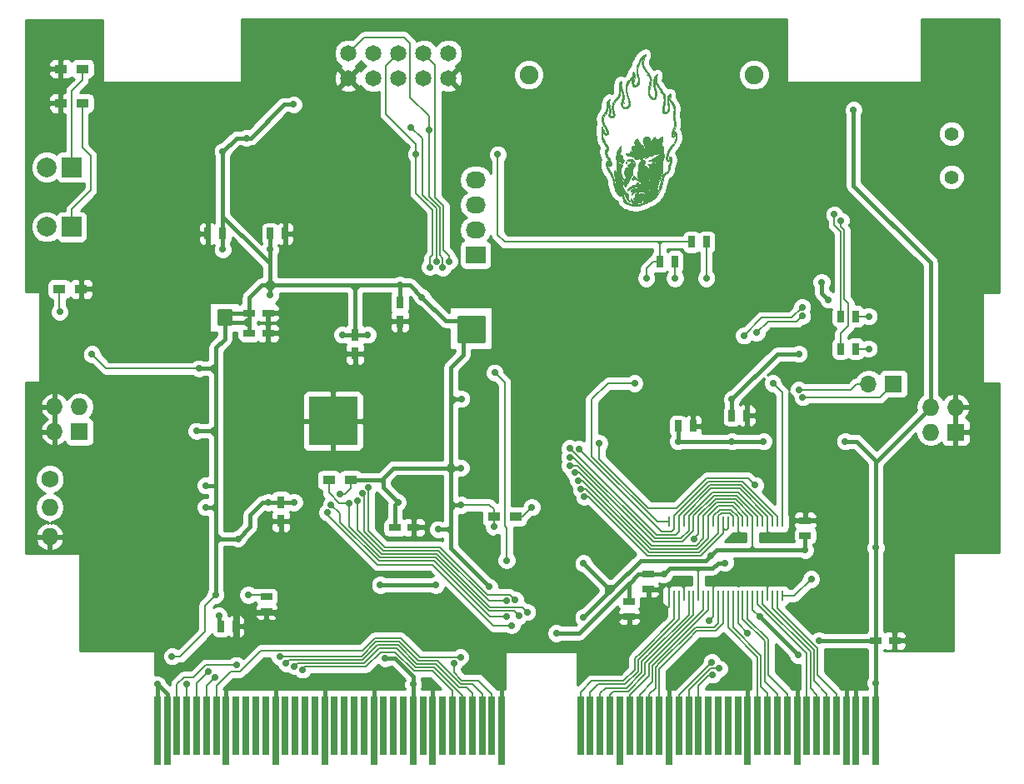
<source format=gbl>
G04 #@! TF.FileFunction,Copper,L2,Bot,Signal*
%FSLAX46Y46*%
G04 Gerber Fmt 4.6, Leading zero omitted, Abs format (unit mm)*
G04 Created by KiCad (PCBNEW 4.0.3-stable) date 08/31/18 19:04:58*
%MOMM*%
%LPD*%
G01*
G04 APERTURE LIST*
%ADD10C,0.152400*%
%ADD11C,0.010000*%
%ADD12R,1.200000X0.900000*%
%ADD13R,0.750000X1.200000*%
%ADD14R,1.200000X0.750000*%
%ADD15R,0.701040X7.000240*%
%ADD16R,0.701040X5.999480*%
%ADD17C,1.651000*%
%ADD18C,1.899920*%
%ADD19R,2.032000X1.727200*%
%ADD20O,2.032000X1.727200*%
%ADD21R,2.000000X2.000000*%
%ADD22C,2.000000*%
%ADD23R,1.727200X1.727200*%
%ADD24O,1.727200X1.727200*%
%ADD25R,5.000000X5.000000*%
%ADD26R,0.285000X1.000000*%
%ADD27R,0.635000X1.143000*%
%ADD28C,1.407160*%
%ADD29R,1.700000X1.700000*%
%ADD30O,1.700000X1.700000*%
%ADD31C,1.727200*%
%ADD32R,1.143000X0.635000*%
%ADD33C,0.700000*%
%ADD34C,0.406400*%
%ADD35C,0.203100*%
%ADD36C,0.200000*%
%ADD37C,0.254000*%
G04 APERTURE END LIST*
D10*
D11*
G36*
X90385865Y-85000659D02*
X90278831Y-85080558D01*
X90171251Y-85185960D01*
X89891409Y-85532634D01*
X89683421Y-85902517D01*
X89592837Y-86141552D01*
X89517411Y-86488474D01*
X89514479Y-86823175D01*
X89584481Y-87169797D01*
X89613224Y-87260536D01*
X89684509Y-87516364D01*
X89703795Y-87717519D01*
X89669996Y-87876979D01*
X89582025Y-88007720D01*
X89547946Y-88040583D01*
X89449131Y-88122719D01*
X89382158Y-88151003D01*
X89318692Y-88131145D01*
X89268344Y-88096915D01*
X89230769Y-88065672D01*
X89211875Y-88028228D01*
X89212369Y-87966609D01*
X89232956Y-87862839D01*
X89274341Y-87698943D01*
X89285662Y-87655500D01*
X89347822Y-87349804D01*
X89357470Y-87110371D01*
X89314603Y-86937048D01*
X89263558Y-86864605D01*
X89193837Y-86820673D01*
X89148298Y-86854437D01*
X89125730Y-86967592D01*
X89122667Y-87061512D01*
X89119960Y-87158544D01*
X89104850Y-87235519D01*
X89066849Y-87310590D01*
X88995469Y-87401911D01*
X88880224Y-87527635D01*
X88811670Y-87599840D01*
X88663255Y-87760796D01*
X88563997Y-87884541D01*
X88500660Y-87991094D01*
X88460008Y-88100476D01*
X88446476Y-88152235D01*
X88415712Y-88346698D01*
X88415694Y-88560105D01*
X88448287Y-88806667D01*
X88515358Y-89100591D01*
X88616947Y-89450239D01*
X88692526Y-89701884D01*
X88739229Y-89888985D01*
X88757393Y-90026467D01*
X88747353Y-90129252D01*
X88709446Y-90212265D01*
X88644006Y-90290430D01*
X88636036Y-90298479D01*
X88501944Y-90384610D01*
X88358275Y-90387046D01*
X88218209Y-90312927D01*
X88153393Y-90234849D01*
X88112716Y-90136561D01*
X88101477Y-90044716D01*
X88124973Y-89985967D01*
X88151498Y-89977333D01*
X88178494Y-89952662D01*
X88173433Y-89940286D01*
X88172831Y-89881808D01*
X88196758Y-89773936D01*
X88218749Y-89703048D01*
X88263715Y-89493949D01*
X88261874Y-89256676D01*
X88211873Y-88978271D01*
X88112359Y-88645776D01*
X88106632Y-88629150D01*
X88041364Y-88431441D01*
X88036068Y-88411000D01*
X87895000Y-88411000D01*
X87879511Y-88445845D01*
X87866778Y-88439222D01*
X87861711Y-88388982D01*
X87866778Y-88382778D01*
X87891945Y-88388589D01*
X87895000Y-88411000D01*
X88036068Y-88411000D01*
X88003525Y-88285408D01*
X87988614Y-88164315D01*
X87992127Y-88041424D01*
X87997929Y-87983589D01*
X88010645Y-87842577D01*
X88006193Y-87766511D01*
X87981648Y-87736879D01*
X87958442Y-87733667D01*
X87876097Y-87774420D01*
X87815023Y-87895588D01*
X87775618Y-88095532D01*
X87758281Y-88372612D01*
X87758281Y-88556460D01*
X87759865Y-88797681D01*
X87749270Y-88977843D01*
X87718067Y-89120472D01*
X87657823Y-89249093D01*
X87560107Y-89387231D01*
X87416488Y-89558411D01*
X87387020Y-89592354D01*
X87273120Y-89734432D01*
X87174841Y-89876590D01*
X87113545Y-89987872D01*
X87062277Y-90193881D01*
X87052828Y-90451799D01*
X87085081Y-90739984D01*
X87118467Y-90895302D01*
X87156357Y-91083813D01*
X87155092Y-91208345D01*
X87111596Y-91281509D01*
X87022796Y-91315920D01*
X87015668Y-91317072D01*
X86921371Y-91297776D01*
X86867488Y-91219937D01*
X86864958Y-91104381D01*
X86878994Y-91056849D01*
X86915473Y-90879145D01*
X86916107Y-90654690D01*
X86882652Y-90412593D01*
X86828108Y-90212917D01*
X86778858Y-90061695D01*
X86758690Y-89957326D01*
X86765060Y-89868124D01*
X86792620Y-89770856D01*
X86826888Y-89636024D01*
X86816086Y-89567900D01*
X86758343Y-89560375D01*
X86730878Y-89569291D01*
X86651016Y-89640038D01*
X86581629Y-89775419D01*
X86529582Y-89955481D01*
X86501744Y-90160268D01*
X86498930Y-90243276D01*
X86477573Y-90510653D01*
X86408069Y-90734472D01*
X86279354Y-90947289D01*
X86244000Y-90993333D01*
X86087248Y-91235859D01*
X86004401Y-91480019D01*
X85995790Y-91733983D01*
X86061748Y-92005920D01*
X86202609Y-92303997D01*
X86304126Y-92469832D01*
X86428306Y-92678300D01*
X86506348Y-92849636D01*
X86536182Y-92976284D01*
X86515742Y-93050686D01*
X86467767Y-93067667D01*
X86361437Y-93028658D01*
X86271479Y-92924855D01*
X86225388Y-92813667D01*
X86171403Y-92649203D01*
X86108779Y-92510906D01*
X86047742Y-92418371D01*
X86004490Y-92390333D01*
X85977042Y-92407302D01*
X85963084Y-92467469D01*
X85961311Y-92584722D01*
X85969668Y-92760750D01*
X85990802Y-93087031D01*
X86012260Y-93343325D01*
X86037837Y-93544238D01*
X86071326Y-93704379D01*
X86116523Y-93838356D01*
X86177220Y-93960777D01*
X86257213Y-94086248D01*
X86346146Y-94210196D01*
X86454856Y-94369043D01*
X86514858Y-94489791D01*
X86536472Y-94595040D01*
X86536991Y-94628074D01*
X86530043Y-94713469D01*
X86516838Y-94736906D01*
X86512297Y-94729250D01*
X86457285Y-94684863D01*
X86409805Y-94676333D01*
X86351512Y-94712149D01*
X86325663Y-94808757D01*
X86329613Y-94949896D01*
X86360716Y-95119306D01*
X86416325Y-95300727D01*
X86493794Y-95477898D01*
X86558286Y-95588678D01*
X86703723Y-95822622D01*
X86802632Y-96011723D01*
X86851873Y-96149246D01*
X86852500Y-96220131D01*
X86812409Y-96260560D01*
X86759969Y-96230144D01*
X86705495Y-96139617D01*
X86666005Y-96026068D01*
X86617870Y-95902267D01*
X86566214Y-95856158D01*
X86517037Y-95881304D01*
X86476340Y-95971267D01*
X86450122Y-96119609D01*
X86443571Y-96264706D01*
X86485853Y-96543257D01*
X86612547Y-96819159D01*
X86789626Y-97054803D01*
X86948938Y-97262575D01*
X87057017Y-97479514D01*
X87124102Y-97731450D01*
X87155279Y-97977247D01*
X87175571Y-98153356D01*
X87202550Y-98304844D01*
X87231275Y-98405589D01*
X87239328Y-98421747D01*
X87281916Y-98520013D01*
X87317786Y-98651374D01*
X87322378Y-98675370D01*
X87379426Y-98881438D01*
X87481919Y-99070157D01*
X87627922Y-99251712D01*
X87724277Y-99350136D01*
X87797543Y-99394960D01*
X87875876Y-99399981D01*
X87917305Y-99393493D01*
X88007702Y-99383281D01*
X88058183Y-99410458D01*
X88095917Y-99494540D01*
X88107670Y-99530227D01*
X88147167Y-99644355D01*
X88179679Y-99724489D01*
X88185252Y-99735167D01*
X88200586Y-99810150D01*
X88197584Y-99855213D01*
X88220907Y-99957328D01*
X88312390Y-100069089D01*
X88457926Y-100180124D01*
X88643407Y-100280062D01*
X88854728Y-100358532D01*
X88898746Y-100370709D01*
X89108393Y-100407472D01*
X89360093Y-100425578D01*
X89612983Y-100423497D01*
X89800000Y-100404440D01*
X90013323Y-100352806D01*
X90243661Y-100271642D01*
X90457584Y-100174407D01*
X90621661Y-100074557D01*
X90624173Y-100072650D01*
X90776097Y-99976427D01*
X90885047Y-99952336D01*
X90895850Y-99954474D01*
X90970936Y-99946390D01*
X91082782Y-99887210D01*
X91117101Y-99862167D01*
X90900666Y-99862167D01*
X90879500Y-99883333D01*
X90858333Y-99862167D01*
X90879500Y-99841000D01*
X90900666Y-99862167D01*
X91117101Y-99862167D01*
X91241215Y-99771601D01*
X91259277Y-99757306D01*
X91385890Y-99653433D01*
X91460825Y-99587321D01*
X90982560Y-99587321D01*
X90972048Y-99609244D01*
X90948400Y-99639917D01*
X90886610Y-99705731D01*
X90859028Y-99705445D01*
X90858333Y-99698017D01*
X90887263Y-99662679D01*
X90932416Y-99623933D01*
X90982560Y-99587321D01*
X91460825Y-99587321D01*
X91482042Y-99568603D01*
X91532112Y-99516825D01*
X91535862Y-99509271D01*
X91562194Y-99463259D01*
X91627679Y-99382702D01*
X91653420Y-99354167D01*
X91765272Y-99202250D01*
X91871481Y-98991977D01*
X91974757Y-98716356D01*
X92077813Y-98368395D01*
X92156104Y-98057790D01*
X92226124Y-97776708D01*
X92289088Y-97564792D01*
X92352977Y-97407886D01*
X92425776Y-97291835D01*
X92515467Y-97202485D01*
X92630035Y-97125680D01*
X92705085Y-97084423D01*
X92812296Y-96982848D01*
X92888471Y-96814989D01*
X92928161Y-96595270D01*
X92932666Y-96482124D01*
X92950909Y-96360880D01*
X92997735Y-96207176D01*
X93038086Y-96109287D01*
X93117990Y-95899828D01*
X93139344Y-95728154D01*
X93103696Y-95572408D01*
X93079746Y-95520898D01*
X93010337Y-95428667D01*
X92938933Y-95391650D01*
X92885280Y-95410657D01*
X92869122Y-95486497D01*
X92872853Y-95512417D01*
X92871176Y-95620207D01*
X92833828Y-95711506D01*
X92775635Y-95762311D01*
X92722097Y-95756511D01*
X92690498Y-95691659D01*
X92686046Y-95566752D01*
X92706547Y-95401157D01*
X92749811Y-95214239D01*
X92801227Y-95057333D01*
X92870702Y-94911534D01*
X92975570Y-94735295D01*
X93095609Y-94562014D01*
X93121606Y-94528167D01*
X93337220Y-94237661D01*
X93492522Y-93987583D01*
X93592451Y-93764409D01*
X93641949Y-93554619D01*
X93645956Y-93344691D01*
X93641602Y-93315401D01*
X93520294Y-93315401D01*
X93510919Y-93442499D01*
X93509924Y-93454487D01*
X93493355Y-93590752D01*
X93462926Y-93712200D01*
X93410405Y-93835097D01*
X93327560Y-93975710D01*
X93206156Y-94150304D01*
X93055851Y-94351609D01*
X92926018Y-94533229D01*
X92807607Y-94717844D01*
X92716124Y-94880264D01*
X92675618Y-94969364D01*
X92616310Y-95165854D01*
X92576646Y-95374055D01*
X92559079Y-95569805D01*
X92566064Y-95728941D01*
X92590056Y-95811964D01*
X92669677Y-95882499D01*
X92782985Y-95904279D01*
X92892421Y-95874294D01*
X92933516Y-95839477D01*
X92987069Y-95787991D01*
X93002424Y-95804322D01*
X92980338Y-95881117D01*
X92921569Y-96011021D01*
X92914346Y-96025383D01*
X92837585Y-96222095D01*
X92805675Y-96406935D01*
X92805430Y-96421176D01*
X92791626Y-96643068D01*
X92743369Y-96805967D01*
X92649383Y-96932312D01*
X92498391Y-97044542D01*
X92489401Y-97050029D01*
X92358517Y-97142184D01*
X92257517Y-97236813D01*
X92215539Y-97298203D01*
X92189684Y-97379471D01*
X92150204Y-97523924D01*
X92102172Y-97712171D01*
X92050666Y-97924821D01*
X92043061Y-97957167D01*
X91957878Y-98303116D01*
X91883537Y-98567244D01*
X91820223Y-98748992D01*
X91768124Y-98847802D01*
X91739083Y-98867333D01*
X91719179Y-98893609D01*
X91726166Y-98909667D01*
X91723410Y-98948702D01*
X91708557Y-98952000D01*
X91683775Y-98915764D01*
X91690183Y-98825000D01*
X91694305Y-98727535D01*
X91661952Y-98700295D01*
X91605391Y-98744277D01*
X91559880Y-98814417D01*
X91510851Y-98895460D01*
X91490452Y-98907495D01*
X91495528Y-98859985D01*
X91522920Y-98762395D01*
X91569473Y-98624187D01*
X91632029Y-98454828D01*
X91707431Y-98263779D01*
X91763212Y-98130524D01*
X90997566Y-98130524D01*
X90996401Y-98163597D01*
X90961090Y-98121143D01*
X90901165Y-98020728D01*
X90825809Y-97892118D01*
X90762339Y-97792000D01*
X90729278Y-97747678D01*
X90697019Y-97676180D01*
X90689000Y-97610033D01*
X90659841Y-97507505D01*
X90604333Y-97428000D01*
X90533490Y-97347251D01*
X90527902Y-97308163D01*
X90561399Y-97301000D01*
X90614096Y-97336743D01*
X90687543Y-97430994D01*
X90769497Y-97564290D01*
X90847714Y-97717164D01*
X90897410Y-97835220D01*
X90964574Y-98021279D01*
X90997566Y-98130524D01*
X91763212Y-98130524D01*
X91792522Y-98060507D01*
X91869128Y-97887342D01*
X92002694Y-97584391D01*
X92099287Y-97339115D01*
X92162611Y-97134932D01*
X92196367Y-96955262D01*
X92204258Y-96783522D01*
X92189986Y-96603132D01*
X92176610Y-96510237D01*
X92151768Y-96332355D01*
X92145602Y-96195805D01*
X92160064Y-96063314D01*
X92197108Y-95897612D01*
X92211712Y-95840500D01*
X92256829Y-95682832D01*
X92299895Y-95560526D01*
X92333464Y-95493917D01*
X92340881Y-95487722D01*
X92378618Y-95434433D01*
X92369044Y-95325931D01*
X92314006Y-95175933D01*
X92293074Y-95132997D01*
X92291172Y-95128595D01*
X91814467Y-95128595D01*
X91809158Y-95172307D01*
X91756486Y-95235250D01*
X91661225Y-95323232D01*
X91534377Y-95426806D01*
X91410129Y-95512641D01*
X91345166Y-95548136D01*
X91216970Y-95613613D01*
X91091166Y-95690244D01*
X90979348Y-95749161D01*
X90878214Y-95776491D01*
X90871415Y-95776721D01*
X90786007Y-95794263D01*
X90752500Y-95819333D01*
X90775001Y-95844081D01*
X90872899Y-95858539D01*
X90981978Y-95861667D01*
X91156350Y-95872692D01*
X91316081Y-95901961D01*
X91444620Y-95943764D01*
X91525414Y-95992389D01*
X91541908Y-96042127D01*
X91535332Y-96052569D01*
X91462960Y-96097753D01*
X91365998Y-96124746D01*
X91284374Y-96130327D01*
X91272733Y-96108203D01*
X91286337Y-96088872D01*
X91311545Y-96018744D01*
X91303979Y-95990521D01*
X91239113Y-95948287D01*
X91164127Y-95967906D01*
X91124676Y-96020417D01*
X91074115Y-96104275D01*
X90987054Y-96146059D01*
X90847750Y-96157352D01*
X90745682Y-96167742D01*
X90691600Y-96192694D01*
X90689000Y-96200333D01*
X90723344Y-96237759D01*
X90753306Y-96242667D01*
X90797469Y-96266545D01*
X90792040Y-96344557D01*
X90790564Y-96461255D01*
X90813890Y-96535057D01*
X90834963Y-96607377D01*
X90802550Y-96620303D01*
X90745927Y-96578993D01*
X90679951Y-96531130D01*
X90576095Y-96471750D01*
X90558132Y-96462577D01*
X90431067Y-96374944D01*
X90356982Y-96274402D01*
X90345369Y-96178317D01*
X90374951Y-96127334D01*
X90423322Y-96065378D01*
X90429119Y-95997508D01*
X90395032Y-95889062D01*
X90393714Y-95885589D01*
X90329451Y-95797536D01*
X90266714Y-95777000D01*
X90218690Y-95767916D01*
X90192845Y-95727666D01*
X90182535Y-95636756D01*
X90181000Y-95525498D01*
X90187512Y-95386925D01*
X90204392Y-95285229D01*
X90222696Y-95248227D01*
X90245797Y-95263286D01*
X90239064Y-95348807D01*
X90237248Y-95358177D01*
X90223762Y-95449850D01*
X90248198Y-95480023D01*
X90330207Y-95469868D01*
X90339245Y-95468068D01*
X90426973Y-95456966D01*
X90453750Y-95480753D01*
X90446755Y-95524953D01*
X90443840Y-95594495D01*
X90488942Y-95595291D01*
X90581203Y-95527733D01*
X90705999Y-95406583D01*
X90812274Y-95302041D01*
X90873653Y-95258024D01*
X90898530Y-95269264D01*
X90900165Y-95284767D01*
X90912069Y-95337966D01*
X90957776Y-95316624D01*
X90960050Y-95314750D01*
X91014856Y-95287875D01*
X91035266Y-95312965D01*
X91078251Y-95336524D01*
X91156877Y-95313188D01*
X91247013Y-95256025D01*
X91324529Y-95178106D01*
X91346372Y-95144466D01*
X91388150Y-95079846D01*
X91405471Y-95090218D01*
X91406972Y-95110250D01*
X91428859Y-95175023D01*
X91475910Y-95172376D01*
X91527042Y-95105812D01*
X91534347Y-95089083D01*
X91562906Y-95031461D01*
X91574379Y-95051776D01*
X91575316Y-95067917D01*
X91601807Y-95132437D01*
X91652699Y-95130843D01*
X91689274Y-95079588D01*
X91716185Y-95040639D01*
X91760913Y-95065577D01*
X91781754Y-95085706D01*
X91814467Y-95128595D01*
X92291172Y-95128595D01*
X92246014Y-95024109D01*
X92227500Y-94930333D01*
X91789666Y-94930333D01*
X91774177Y-94965178D01*
X91761444Y-94958555D01*
X91756378Y-94908316D01*
X91761444Y-94902111D01*
X91786611Y-94907922D01*
X91789666Y-94930333D01*
X92227500Y-94930333D01*
X92224952Y-94917428D01*
X92229305Y-94788615D01*
X92258488Y-94613326D01*
X92278336Y-94518479D01*
X92290250Y-94420668D01*
X92258581Y-94368786D01*
X92196946Y-94339610D01*
X92122589Y-94297058D01*
X92091261Y-94225813D01*
X92086000Y-94132370D01*
X92101162Y-93982656D01*
X92138692Y-93820375D01*
X92149500Y-93787333D01*
X92202153Y-93599536D01*
X92203563Y-93479074D01*
X92153423Y-93425652D01*
X92051426Y-93438973D01*
X91897266Y-93518741D01*
X91881324Y-93528847D01*
X91728732Y-93618096D01*
X91625015Y-93652238D01*
X91554919Y-93631448D01*
X91503193Y-93555904D01*
X91493333Y-93533333D01*
X91447751Y-93446096D01*
X91408429Y-93406543D01*
X91406365Y-93406333D01*
X91362901Y-93436587D01*
X91286368Y-93514755D01*
X91218612Y-93593524D01*
X91123401Y-93693367D01*
X91021629Y-93775506D01*
X90928587Y-93831766D01*
X90859572Y-93853967D01*
X90829875Y-93833933D01*
X90837716Y-93797197D01*
X90885614Y-93637698D01*
X90870461Y-93528835D01*
X90787016Y-93459387D01*
X90663393Y-93423874D01*
X90494582Y-93430894D01*
X90350674Y-93516871D01*
X90237532Y-93678263D01*
X90235618Y-93682246D01*
X90201765Y-93761398D01*
X90190880Y-93829494D01*
X90205598Y-93912195D01*
X90248553Y-94035166D01*
X90280201Y-94116608D01*
X90338031Y-94270236D01*
X90366066Y-94373307D01*
X90367464Y-94453258D01*
X90345382Y-94537523D01*
X90332726Y-94573017D01*
X90271632Y-94739833D01*
X90268649Y-94577827D01*
X90229835Y-94416918D01*
X90116225Y-94265839D01*
X89934998Y-94125570D01*
X89859088Y-94041253D01*
X89786749Y-93899358D01*
X89761384Y-93829667D01*
X89707514Y-93695472D01*
X89651771Y-93606819D01*
X89619746Y-93583905D01*
X89555402Y-93608052D01*
X89473517Y-93683134D01*
X89394475Y-93784388D01*
X89338658Y-93887051D01*
X89324499Y-93942601D01*
X89328945Y-94035042D01*
X89346512Y-94160341D01*
X89350034Y-94179349D01*
X89380665Y-94338531D01*
X89241083Y-94327515D01*
X89101500Y-94316500D01*
X89088530Y-94543783D01*
X89089552Y-94701410D01*
X89106765Y-94846025D01*
X89120830Y-94900929D01*
X89166101Y-95030793D01*
X89067572Y-94938230D01*
X88980680Y-94865426D01*
X88925138Y-94858612D01*
X88874839Y-94921592D01*
X88848829Y-94970097D01*
X88782133Y-95060240D01*
X88684577Y-95100341D01*
X88625492Y-95107680D01*
X88466500Y-95120833D01*
X88580992Y-95237250D01*
X88685096Y-95318735D01*
X88806508Y-95350814D01*
X88879856Y-95353667D01*
X88989995Y-95361833D01*
X89084892Y-95394946D01*
X89191791Y-95465928D01*
X89294530Y-95550336D01*
X89417406Y-95650676D01*
X89491662Y-95697626D01*
X89529034Y-95697176D01*
X89538953Y-95675088D01*
X89562250Y-95627605D01*
X89613747Y-95653527D01*
X89614831Y-95654424D01*
X89681943Y-95682118D01*
X89734000Y-95637404D01*
X89773247Y-95516286D01*
X89801073Y-95323299D01*
X89826002Y-95078500D01*
X89207333Y-95078500D01*
X89186166Y-95099667D01*
X89165000Y-95078500D01*
X89186166Y-95057333D01*
X89207333Y-95078500D01*
X89826002Y-95078500D01*
X89830313Y-95036167D01*
X89836323Y-95340585D01*
X89848864Y-95524562D01*
X89876241Y-95642555D01*
X89915826Y-95688727D01*
X89964987Y-95657240D01*
X89973418Y-95644840D01*
X90000254Y-95625882D01*
X90010674Y-95685405D01*
X90011018Y-95705303D01*
X89970654Y-95839519D01*
X89888623Y-95938136D01*
X89827527Y-96001690D01*
X89788810Y-96069282D01*
X89765486Y-96163756D01*
X89750570Y-96307952D01*
X89743705Y-96412000D01*
X89725251Y-96620210D01*
X89696950Y-96834377D01*
X89664576Y-97011562D01*
X89661021Y-97026925D01*
X89620460Y-97277005D01*
X89633651Y-97469539D01*
X89701439Y-97613082D01*
X89721295Y-97636313D01*
X89773497Y-97698788D01*
X89766726Y-97721717D01*
X89732300Y-97724333D01*
X89664599Y-97697096D01*
X89562307Y-97626563D01*
X89473944Y-97551633D01*
X89367244Y-97457172D01*
X89298846Y-97413452D01*
X89246811Y-97411724D01*
X89194043Y-97440021D01*
X89116094Y-97535234D01*
X89088234Y-97633887D01*
X89088276Y-97727136D01*
X89123795Y-97762790D01*
X89165101Y-97766667D01*
X89279098Y-97746285D01*
X89337561Y-97722606D01*
X89402551Y-97705827D01*
X89482661Y-97730318D01*
X89601477Y-97803489D01*
X89606989Y-97807272D01*
X89761748Y-97897595D01*
X89896400Y-97928843D01*
X90042631Y-97903423D01*
X90175039Y-97850403D01*
X90346799Y-97785490D01*
X90462058Y-97771016D01*
X90516083Y-97807259D01*
X90519666Y-97830167D01*
X90492159Y-97873992D01*
X90400616Y-97892337D01*
X90347550Y-97893667D01*
X90169295Y-97912355D01*
X90048112Y-97976696D01*
X89963203Y-98099106D01*
X89948699Y-98131755D01*
X89887592Y-98232404D01*
X89827029Y-98260624D01*
X89780390Y-98214496D01*
X89765708Y-98158008D01*
X89729227Y-98062638D01*
X89696025Y-98022209D01*
X89648766Y-98007839D01*
X89595160Y-98053652D01*
X89547081Y-98124750D01*
X89466491Y-98226431D01*
X89358954Y-98294414D01*
X89228353Y-98340031D01*
X88960568Y-98445902D01*
X88762356Y-98589962D01*
X88641486Y-98747927D01*
X88584511Y-98866636D01*
X88583299Y-98923255D01*
X88635377Y-98917152D01*
X88738273Y-98847695D01*
X88806692Y-98790168D01*
X88999734Y-98651368D01*
X89209425Y-98552024D01*
X89411351Y-98501420D01*
X89559512Y-98503832D01*
X89674036Y-98520711D01*
X89757666Y-98524166D01*
X89832518Y-98520872D01*
X89960698Y-98518450D01*
X90076944Y-98517583D01*
X90277534Y-98535635D01*
X90475931Y-98585302D01*
X90654564Y-98658316D01*
X90795861Y-98746407D01*
X90882251Y-98841307D01*
X90900666Y-98905212D01*
X90885343Y-98934142D01*
X90833918Y-98898417D01*
X90796916Y-98860411D01*
X90651287Y-98752113D01*
X90456717Y-98671330D01*
X90247291Y-98629002D01*
X90083307Y-98631393D01*
X89943101Y-98647605D01*
X89820375Y-98654257D01*
X89800000Y-98653978D01*
X89491681Y-98653230D01*
X89259028Y-98677786D01*
X89096398Y-98729346D01*
X88998147Y-98809609D01*
X88960233Y-98906866D01*
X88961092Y-98976735D01*
X89008546Y-98991750D01*
X89055483Y-98984676D01*
X89142519Y-98976353D01*
X89157128Y-99004530D01*
X89102737Y-99077586D01*
X89096366Y-99084673D01*
X89050643Y-99180485D01*
X89057048Y-99236173D01*
X89082426Y-99278189D01*
X89117741Y-99262489D01*
X89175354Y-99190190D01*
X89308403Y-99063995D01*
X89492391Y-98986431D01*
X89737698Y-98953668D01*
X89821166Y-98952000D01*
X90039449Y-98966707D01*
X90218138Y-99007042D01*
X90347456Y-99067326D01*
X90417625Y-99141882D01*
X90418867Y-99225029D01*
X90381640Y-99277503D01*
X90329047Y-99317612D01*
X90299421Y-99285251D01*
X90288363Y-99253152D01*
X90222153Y-99167841D01*
X90109515Y-99131595D01*
X89976556Y-99149814D01*
X89918127Y-99176600D01*
X89810542Y-99218741D01*
X89729465Y-99216545D01*
X89695139Y-99173525D01*
X89701369Y-99138996D01*
X89692184Y-99092348D01*
X89617053Y-99079000D01*
X89485705Y-99111916D01*
X89411179Y-99201776D01*
X89404217Y-99333170D01*
X89405246Y-99440762D01*
X89351954Y-99545896D01*
X89316420Y-99590854D01*
X89247595Y-99678811D01*
X89229978Y-99733360D01*
X89257954Y-99783857D01*
X89275649Y-99803988D01*
X89319213Y-99859233D01*
X89300915Y-99880142D01*
X89219058Y-99883333D01*
X89082726Y-99846585D01*
X89020128Y-99788083D01*
X88949596Y-99692833D01*
X88975498Y-99819833D01*
X89041988Y-100003845D01*
X89157680Y-100123477D01*
X89287353Y-100178415D01*
X89464250Y-100201919D01*
X89607923Y-100160958D01*
X89667709Y-100121186D01*
X89751144Y-100091534D01*
X89844756Y-100088314D01*
X89966582Y-100065597D01*
X90049491Y-99974452D01*
X90087935Y-99824265D01*
X90084694Y-99682382D01*
X90073846Y-99567041D01*
X90078778Y-99523630D01*
X90103202Y-99540279D01*
X90121615Y-99564302D01*
X90164602Y-99665152D01*
X90181000Y-99780407D01*
X90198524Y-99910144D01*
X90255671Y-99970893D01*
X90359306Y-99965607D01*
X90487511Y-99912189D01*
X90603847Y-99860620D01*
X90657515Y-99854575D01*
X90658773Y-99870513D01*
X90604582Y-99923307D01*
X90536164Y-99951788D01*
X90459188Y-99982693D01*
X90435000Y-100010006D01*
X90398266Y-100042959D01*
X90302587Y-100092471D01*
X90169744Y-100149576D01*
X90021519Y-100205309D01*
X89879694Y-100250706D01*
X89803402Y-100269969D01*
X89612607Y-100292158D01*
X89383057Y-100291806D01*
X89145991Y-100271489D01*
X88932649Y-100233786D01*
X88784000Y-100185875D01*
X88593691Y-100087437D01*
X88479769Y-100001530D01*
X88445333Y-99935882D01*
X88426801Y-99877861D01*
X88378474Y-99770104D01*
X88318333Y-99650500D01*
X88251110Y-99506411D01*
X88205071Y-99376566D01*
X88191333Y-99302289D01*
X88168381Y-99214406D01*
X88108156Y-99085905D01*
X88102770Y-99076886D01*
X87952820Y-99076886D01*
X87947964Y-99102776D01*
X87922418Y-99096708D01*
X87862808Y-99039976D01*
X87837351Y-98982670D01*
X87821930Y-98898957D01*
X87839852Y-98892825D01*
X87891297Y-98964306D01*
X87909889Y-98995105D01*
X87952820Y-99076886D01*
X88102770Y-99076886D01*
X88023602Y-98944334D01*
X88022000Y-98941930D01*
X87942534Y-98807628D01*
X87884288Y-98680474D01*
X87851923Y-98576417D01*
X87850101Y-98511402D01*
X87883484Y-98501377D01*
X87895000Y-98507500D01*
X87934603Y-98569018D01*
X87937333Y-98590863D01*
X87962141Y-98651547D01*
X88026981Y-98754202D01*
X88111924Y-98868938D01*
X88224152Y-99035953D01*
X88312013Y-99212725D01*
X88342110Y-99300559D01*
X88429115Y-99527381D01*
X88558398Y-99737855D01*
X88710221Y-99901243D01*
X88745040Y-99928069D01*
X88845166Y-99993105D01*
X88885127Y-100000262D01*
X88866869Y-99947151D01*
X88806693Y-99852339D01*
X88741228Y-99735627D01*
X88708590Y-99611089D01*
X88699350Y-99441766D01*
X88699333Y-99431505D01*
X88691676Y-99263094D01*
X88661934Y-99162444D01*
X88599957Y-99113495D01*
X88495590Y-99100185D01*
X88489878Y-99100167D01*
X88418390Y-99085004D01*
X88370660Y-99025315D01*
X88334730Y-98923407D01*
X88279280Y-98778524D01*
X88208142Y-98646397D01*
X88193764Y-98625674D01*
X88104319Y-98450983D01*
X88081561Y-98251027D01*
X88122931Y-98020667D01*
X87895000Y-98020667D01*
X87879511Y-98055512D01*
X87866778Y-98048889D01*
X87861711Y-97998649D01*
X87866778Y-97992444D01*
X87891945Y-97998255D01*
X87895000Y-98020667D01*
X88122931Y-98020667D01*
X88124431Y-98012317D01*
X88141295Y-97957167D01*
X88223536Y-97703167D01*
X88124969Y-97533833D01*
X88015183Y-97297151D01*
X87948043Y-97048730D01*
X87925230Y-96808182D01*
X87948428Y-96595115D01*
X88019318Y-96429142D01*
X88029066Y-96415928D01*
X88080309Y-96334460D01*
X88075544Y-96270188D01*
X88049690Y-96225428D01*
X87960461Y-96153113D01*
X87858446Y-96123568D01*
X87764911Y-96102997D01*
X87729686Y-96050105D01*
X87725666Y-95990674D01*
X87752678Y-95868232D01*
X87806453Y-95771279D01*
X87887239Y-95671513D01*
X87864604Y-95789918D01*
X87870235Y-95908153D01*
X87939364Y-96011995D01*
X88013738Y-96082584D01*
X88064171Y-96115376D01*
X88066688Y-96115667D01*
X88108382Y-96084991D01*
X88177793Y-96007865D01*
X88208027Y-95969601D01*
X88319436Y-95823536D01*
X88192848Y-95679360D01*
X88123557Y-95587439D01*
X88093630Y-95520442D01*
X88096980Y-95504464D01*
X88091528Y-95460134D01*
X88045592Y-95413705D01*
X87988847Y-95368678D01*
X88000629Y-95354712D01*
X88044510Y-95353667D01*
X88084126Y-95344457D01*
X88069229Y-95308572D01*
X87994080Y-95233629D01*
X87985069Y-95225370D01*
X87904866Y-95136214D01*
X87866255Y-95060829D01*
X87866782Y-95039277D01*
X87940494Y-94809350D01*
X87963869Y-94627894D01*
X87948234Y-94506243D01*
X87909287Y-94358833D01*
X87815210Y-94541508D01*
X87728776Y-94684883D01*
X87627922Y-94819679D01*
X87598951Y-94852033D01*
X87522909Y-94941968D01*
X87501575Y-95009109D01*
X87523268Y-95081936D01*
X87546876Y-95175270D01*
X87507169Y-95252947D01*
X87499550Y-95261578D01*
X87452041Y-95342079D01*
X87434460Y-95455468D01*
X87446638Y-95616862D01*
X87488406Y-95841376D01*
X87492833Y-95861667D01*
X87544551Y-96250736D01*
X87539123Y-96665764D01*
X87516979Y-96856500D01*
X87485042Y-97068167D01*
X87431209Y-96928659D01*
X87375724Y-96831599D01*
X87324289Y-96811637D01*
X87291781Y-96867044D01*
X87287987Y-96945299D01*
X87311851Y-97293966D01*
X87341022Y-97582388D01*
X87374500Y-97802470D01*
X87411285Y-97946116D01*
X87411779Y-97947440D01*
X87446848Y-98071768D01*
X87466927Y-98203773D01*
X87470473Y-98318186D01*
X87455944Y-98389737D01*
X87439516Y-98401667D01*
X87381032Y-98360006D01*
X87332966Y-98236611D01*
X87296065Y-98033859D01*
X87281710Y-97899802D01*
X87223441Y-97570438D01*
X87104497Y-97269487D01*
X86915490Y-96974969D01*
X86852760Y-96895569D01*
X86738059Y-96733895D01*
X86646856Y-96564903D01*
X86592316Y-96415345D01*
X86582666Y-96346836D01*
X86589157Y-96302047D01*
X86622448Y-96319638D01*
X86651489Y-96347774D01*
X86758818Y-96406617D01*
X86868296Y-96392943D01*
X86953720Y-96314017D01*
X86977863Y-96257306D01*
X86992590Y-96161379D01*
X86975219Y-96056973D01*
X86920120Y-95914963D01*
X86905409Y-95882391D01*
X86851139Y-95750855D01*
X86820052Y-95649109D01*
X86817981Y-95603652D01*
X86809001Y-95582465D01*
X86783081Y-95588553D01*
X86727533Y-95565453D01*
X86654892Y-95461980D01*
X86615741Y-95386985D01*
X86553173Y-95243836D01*
X86505186Y-95106180D01*
X86476336Y-94992086D01*
X86471177Y-94919623D01*
X86494262Y-94906862D01*
X86494817Y-94907199D01*
X86572741Y-94923398D01*
X86628373Y-94872765D01*
X86660064Y-94770576D01*
X86666165Y-94632113D01*
X86645027Y-94472652D01*
X86594999Y-94307473D01*
X86566495Y-94243153D01*
X86508871Y-94134800D01*
X86465420Y-94069860D01*
X86450454Y-94060657D01*
X86418215Y-94040881D01*
X86359014Y-93969858D01*
X86335487Y-93936777D01*
X86241868Y-93754144D01*
X86168906Y-93524399D01*
X86126718Y-93284438D01*
X86120367Y-93152333D01*
X86124004Y-93041651D01*
X86134590Y-93005654D01*
X86157270Y-93034378D01*
X86169078Y-93058003D01*
X86260013Y-93153809D01*
X86411636Y-93191833D01*
X86524635Y-93187389D01*
X86602690Y-93169448D01*
X86640867Y-93122321D01*
X86657193Y-93020394D01*
X86659046Y-92996398D01*
X86652743Y-92857466D01*
X86609158Y-92707551D01*
X86521578Y-92530308D01*
X86383289Y-92309393D01*
X86366847Y-92284913D01*
X86213197Y-92005304D01*
X86139701Y-91742210D01*
X86146496Y-91498281D01*
X86233715Y-91276169D01*
X86309981Y-91171241D01*
X86492628Y-90909003D01*
X86596244Y-90636441D01*
X86626435Y-90379500D01*
X86629730Y-90125500D01*
X86709666Y-90316000D01*
X86780521Y-90567825D01*
X86780254Y-90829881D01*
X86742567Y-91016333D01*
X86714209Y-91149424D01*
X86718909Y-91241380D01*
X86753786Y-91322099D01*
X86857954Y-91429407D01*
X87003183Y-91469356D01*
X87146606Y-91446480D01*
X87251527Y-91388251D01*
X87307046Y-91293760D01*
X87315466Y-91151628D01*
X87279093Y-90950476D01*
X87261052Y-90881504D01*
X87195630Y-90601687D01*
X87174630Y-90374444D01*
X87202907Y-90177499D01*
X87285313Y-89988575D01*
X87426702Y-89785394D01*
X87525917Y-89665815D01*
X87687708Y-89466705D01*
X87795711Y-89300028D01*
X87860034Y-89142665D01*
X87890783Y-88971497D01*
X87897949Y-88814799D01*
X87900898Y-88516833D01*
X88006968Y-88791471D01*
X88095298Y-89057054D01*
X88133566Y-89280508D01*
X88123433Y-89486736D01*
X88067416Y-89698210D01*
X88019137Y-89863347D01*
X87987265Y-90025199D01*
X87979666Y-90114217D01*
X88014057Y-90284514D01*
X88105671Y-90412094D01*
X88237175Y-90494359D01*
X88391233Y-90528709D01*
X88550510Y-90512545D01*
X88697671Y-90443268D01*
X88815381Y-90318278D01*
X88853275Y-90245206D01*
X88887567Y-90149531D01*
X88903671Y-90056011D01*
X88899562Y-89948251D01*
X88873212Y-89809855D01*
X88822595Y-89624428D01*
X88745864Y-89376132D01*
X88641800Y-89030197D01*
X88573138Y-88748452D01*
X88541223Y-88517567D01*
X88547405Y-88324215D01*
X88593030Y-88155069D01*
X88679448Y-87996800D01*
X88808005Y-87836081D01*
X88912734Y-87726065D01*
X89204816Y-87432240D01*
X89143033Y-87635870D01*
X89089252Y-87875171D01*
X89091933Y-88056324D01*
X89151276Y-88184448D01*
X89165000Y-88199333D01*
X89289202Y-88270386D01*
X89434531Y-88273991D01*
X89580933Y-88216674D01*
X89708352Y-88104963D01*
X89773977Y-88001138D01*
X89833931Y-87779369D01*
X89825090Y-87513131D01*
X89747660Y-87207015D01*
X89736500Y-87175349D01*
X89654173Y-86861162D01*
X89642779Y-86558261D01*
X89703789Y-86250553D01*
X89838674Y-85921948D01*
X89853784Y-85892167D01*
X89916491Y-85779476D01*
X89988363Y-85663687D01*
X90059305Y-85558802D01*
X90119221Y-85478821D01*
X90158018Y-85437746D01*
X90165600Y-85449579D01*
X90159002Y-85468833D01*
X90139050Y-85553629D01*
X90119697Y-85691904D01*
X90106114Y-85841134D01*
X90099740Y-86009346D01*
X90113565Y-86136140D01*
X90155720Y-86262227D01*
X90216058Y-86391468D01*
X90317815Y-86570885D01*
X90446156Y-86761439D01*
X90540687Y-86882503D01*
X90725259Y-87117469D01*
X90845124Y-87324016D01*
X90905210Y-87521885D01*
X90910447Y-87730815D01*
X90865762Y-87970547D01*
X90837485Y-88071268D01*
X90752096Y-88451441D01*
X90731333Y-88741632D01*
X90747699Y-89041601D01*
X90799228Y-89269401D01*
X90889570Y-89431443D01*
X91022374Y-89534141D01*
X91201288Y-89583908D01*
X91211263Y-89585094D01*
X91333724Y-89592702D01*
X91406233Y-89572099D01*
X91461849Y-89511728D01*
X91474344Y-89493118D01*
X91544503Y-89331025D01*
X91568289Y-89123940D01*
X91545726Y-88863225D01*
X91477083Y-88541188D01*
X91414313Y-88273020D01*
X91377840Y-88060742D01*
X91368297Y-87911045D01*
X91386317Y-87830619D01*
X91408666Y-87818333D01*
X91444129Y-87853430D01*
X91451000Y-87895374D01*
X91474190Y-87957543D01*
X91537631Y-88072965D01*
X91632133Y-88226162D01*
X91748503Y-88401659D01*
X91771549Y-88435124D01*
X91973634Y-88733258D01*
X92127021Y-88979803D01*
X92235762Y-89189394D01*
X92303909Y-89376668D01*
X92335515Y-89556260D01*
X92334634Y-89742805D01*
X92305318Y-89950939D01*
X92255037Y-90181098D01*
X92215177Y-90367265D01*
X92185472Y-90543913D01*
X92171208Y-90678555D01*
X92170667Y-90699682D01*
X92203086Y-90866680D01*
X92289755Y-90979589D01*
X92414787Y-91031752D01*
X92562299Y-91016508D01*
X92715429Y-90928024D01*
X92811351Y-90814590D01*
X92864651Y-90664646D01*
X92876960Y-90466426D01*
X92849910Y-90208162D01*
X92830642Y-90097106D01*
X92787374Y-89843357D01*
X92767391Y-89665256D01*
X92770449Y-89557119D01*
X92796307Y-89513260D01*
X92805666Y-89511667D01*
X92840427Y-89547003D01*
X92848000Y-89593657D01*
X92870995Y-89665618D01*
X92932031Y-89783531D01*
X93019178Y-89924998D01*
X93044484Y-89962643D01*
X93180106Y-90167632D01*
X93269577Y-90325556D01*
X93319353Y-90455684D01*
X93335894Y-90577289D01*
X93325656Y-90709642D01*
X93315328Y-90770892D01*
X93279239Y-91047326D01*
X93277798Y-91322441D01*
X93311799Y-91627454D01*
X93341476Y-91796435D01*
X93366155Y-91920753D01*
X93383412Y-92016360D01*
X93390622Y-92097828D01*
X93385159Y-92179730D01*
X93364398Y-92276641D01*
X93325714Y-92403134D01*
X93266482Y-92573782D01*
X93184076Y-92803159D01*
X93136013Y-92937018D01*
X93085494Y-93134017D01*
X93085490Y-93291827D01*
X93135396Y-93397397D01*
X93158273Y-93415844D01*
X93279904Y-93449665D01*
X93395503Y-93408425D01*
X93462689Y-93332250D01*
X93500181Y-93270633D01*
X93518049Y-93261565D01*
X93520294Y-93315401D01*
X93641602Y-93315401D01*
X93619358Y-93165798D01*
X93571258Y-92991995D01*
X93518674Y-92892093D01*
X93467025Y-92868277D01*
X93421728Y-92922731D01*
X93388202Y-93057642D01*
X93386220Y-93071760D01*
X93355437Y-93217467D01*
X93314148Y-93292660D01*
X93266848Y-93291926D01*
X93236834Y-93251638D01*
X93223982Y-93190758D01*
X93239025Y-93094283D01*
X93285376Y-92947615D01*
X93344264Y-92792010D01*
X93437420Y-92537798D01*
X93493202Y-92329354D01*
X93514569Y-92138005D01*
X93504482Y-91935077D01*
X93465901Y-91691898D01*
X93460656Y-91664605D01*
X93424250Y-91458708D01*
X93407721Y-91296620D01*
X93409937Y-91140132D01*
X93429767Y-90951036D01*
X93437753Y-90891195D01*
X93462037Y-90667768D01*
X93461039Y-90489526D01*
X93428260Y-90331888D01*
X93357201Y-90170273D01*
X93241363Y-89980101D01*
X93168258Y-89871909D01*
X92964733Y-89575985D01*
X92991329Y-89289826D01*
X92998289Y-89113533D01*
X92978660Y-89017527D01*
X92932047Y-89001583D01*
X92858053Y-89065473D01*
X92781478Y-89169973D01*
X92703318Y-89315210D01*
X92659097Y-89473753D01*
X92647240Y-89663479D01*
X92666174Y-89902264D01*
X92698194Y-90115817D01*
X92733866Y-90361668D01*
X92743181Y-90541595D01*
X92723667Y-90670902D01*
X92672857Y-90764890D01*
X92588279Y-90838864D01*
X92580688Y-90843913D01*
X92462037Y-90887386D01*
X92368172Y-90855046D01*
X92314294Y-90757486D01*
X92312485Y-90673176D01*
X92328709Y-90531482D01*
X92359734Y-90356975D01*
X92378159Y-90272125D01*
X92419763Y-90056917D01*
X92450935Y-89829924D01*
X92466272Y-89632531D01*
X92467000Y-89591728D01*
X92460898Y-89442644D01*
X92438462Y-89304854D01*
X92393497Y-89164599D01*
X92319808Y-89008114D01*
X92211200Y-88821640D01*
X92061477Y-88591413D01*
X91929523Y-88397770D01*
X91776385Y-88172786D01*
X91667346Y-88000711D01*
X91597173Y-87865641D01*
X91560636Y-87751674D01*
X91552506Y-87642905D01*
X91567551Y-87523430D01*
X91597725Y-87388902D01*
X91630068Y-87240738D01*
X91648015Y-87127125D01*
X91648107Y-87070546D01*
X91646958Y-87068847D01*
X91586004Y-87057956D01*
X91508630Y-87120695D01*
X91422369Y-87249488D01*
X91375798Y-87341562D01*
X91317774Y-87480346D01*
X91283197Y-87609075D01*
X91266346Y-87759032D01*
X91261499Y-87961497D01*
X91261485Y-87966500D01*
X91272756Y-88249285D01*
X91310440Y-88476155D01*
X91341519Y-88580333D01*
X91394391Y-88778640D01*
X91422227Y-88983683D01*
X91424631Y-89173245D01*
X91401205Y-89325111D01*
X91356415Y-89412519D01*
X91278363Y-89461946D01*
X91180937Y-89449685D01*
X91170239Y-89445989D01*
X91023558Y-89350956D01*
X90922399Y-89191196D01*
X90867943Y-88974109D01*
X90861369Y-88707093D01*
X90903859Y-88397549D01*
X90964491Y-88155897D01*
X91033888Y-87875657D01*
X91057976Y-87637672D01*
X91032311Y-87422586D01*
X90952447Y-87211044D01*
X90813941Y-86983693D01*
X90643913Y-86760000D01*
X90442097Y-86486051D01*
X90309007Y-86242228D01*
X90241524Y-86013862D01*
X90236526Y-85786285D01*
X90290893Y-85544828D01*
X90351478Y-85385388D01*
X90412306Y-85235968D01*
X90456978Y-85113295D01*
X90476985Y-85040987D01*
X90477333Y-85036138D01*
X90453655Y-84985059D01*
X90385865Y-85000659D01*
X90385865Y-85000659D01*
G37*
X90385865Y-85000659D02*
X90278831Y-85080558D01*
X90171251Y-85185960D01*
X89891409Y-85532634D01*
X89683421Y-85902517D01*
X89592837Y-86141552D01*
X89517411Y-86488474D01*
X89514479Y-86823175D01*
X89584481Y-87169797D01*
X89613224Y-87260536D01*
X89684509Y-87516364D01*
X89703795Y-87717519D01*
X89669996Y-87876979D01*
X89582025Y-88007720D01*
X89547946Y-88040583D01*
X89449131Y-88122719D01*
X89382158Y-88151003D01*
X89318692Y-88131145D01*
X89268344Y-88096915D01*
X89230769Y-88065672D01*
X89211875Y-88028228D01*
X89212369Y-87966609D01*
X89232956Y-87862839D01*
X89274341Y-87698943D01*
X89285662Y-87655500D01*
X89347822Y-87349804D01*
X89357470Y-87110371D01*
X89314603Y-86937048D01*
X89263558Y-86864605D01*
X89193837Y-86820673D01*
X89148298Y-86854437D01*
X89125730Y-86967592D01*
X89122667Y-87061512D01*
X89119960Y-87158544D01*
X89104850Y-87235519D01*
X89066849Y-87310590D01*
X88995469Y-87401911D01*
X88880224Y-87527635D01*
X88811670Y-87599840D01*
X88663255Y-87760796D01*
X88563997Y-87884541D01*
X88500660Y-87991094D01*
X88460008Y-88100476D01*
X88446476Y-88152235D01*
X88415712Y-88346698D01*
X88415694Y-88560105D01*
X88448287Y-88806667D01*
X88515358Y-89100591D01*
X88616947Y-89450239D01*
X88692526Y-89701884D01*
X88739229Y-89888985D01*
X88757393Y-90026467D01*
X88747353Y-90129252D01*
X88709446Y-90212265D01*
X88644006Y-90290430D01*
X88636036Y-90298479D01*
X88501944Y-90384610D01*
X88358275Y-90387046D01*
X88218209Y-90312927D01*
X88153393Y-90234849D01*
X88112716Y-90136561D01*
X88101477Y-90044716D01*
X88124973Y-89985967D01*
X88151498Y-89977333D01*
X88178494Y-89952662D01*
X88173433Y-89940286D01*
X88172831Y-89881808D01*
X88196758Y-89773936D01*
X88218749Y-89703048D01*
X88263715Y-89493949D01*
X88261874Y-89256676D01*
X88211873Y-88978271D01*
X88112359Y-88645776D01*
X88106632Y-88629150D01*
X88041364Y-88431441D01*
X88036068Y-88411000D01*
X87895000Y-88411000D01*
X87879511Y-88445845D01*
X87866778Y-88439222D01*
X87861711Y-88388982D01*
X87866778Y-88382778D01*
X87891945Y-88388589D01*
X87895000Y-88411000D01*
X88036068Y-88411000D01*
X88003525Y-88285408D01*
X87988614Y-88164315D01*
X87992127Y-88041424D01*
X87997929Y-87983589D01*
X88010645Y-87842577D01*
X88006193Y-87766511D01*
X87981648Y-87736879D01*
X87958442Y-87733667D01*
X87876097Y-87774420D01*
X87815023Y-87895588D01*
X87775618Y-88095532D01*
X87758281Y-88372612D01*
X87758281Y-88556460D01*
X87759865Y-88797681D01*
X87749270Y-88977843D01*
X87718067Y-89120472D01*
X87657823Y-89249093D01*
X87560107Y-89387231D01*
X87416488Y-89558411D01*
X87387020Y-89592354D01*
X87273120Y-89734432D01*
X87174841Y-89876590D01*
X87113545Y-89987872D01*
X87062277Y-90193881D01*
X87052828Y-90451799D01*
X87085081Y-90739984D01*
X87118467Y-90895302D01*
X87156357Y-91083813D01*
X87155092Y-91208345D01*
X87111596Y-91281509D01*
X87022796Y-91315920D01*
X87015668Y-91317072D01*
X86921371Y-91297776D01*
X86867488Y-91219937D01*
X86864958Y-91104381D01*
X86878994Y-91056849D01*
X86915473Y-90879145D01*
X86916107Y-90654690D01*
X86882652Y-90412593D01*
X86828108Y-90212917D01*
X86778858Y-90061695D01*
X86758690Y-89957326D01*
X86765060Y-89868124D01*
X86792620Y-89770856D01*
X86826888Y-89636024D01*
X86816086Y-89567900D01*
X86758343Y-89560375D01*
X86730878Y-89569291D01*
X86651016Y-89640038D01*
X86581629Y-89775419D01*
X86529582Y-89955481D01*
X86501744Y-90160268D01*
X86498930Y-90243276D01*
X86477573Y-90510653D01*
X86408069Y-90734472D01*
X86279354Y-90947289D01*
X86244000Y-90993333D01*
X86087248Y-91235859D01*
X86004401Y-91480019D01*
X85995790Y-91733983D01*
X86061748Y-92005920D01*
X86202609Y-92303997D01*
X86304126Y-92469832D01*
X86428306Y-92678300D01*
X86506348Y-92849636D01*
X86536182Y-92976284D01*
X86515742Y-93050686D01*
X86467767Y-93067667D01*
X86361437Y-93028658D01*
X86271479Y-92924855D01*
X86225388Y-92813667D01*
X86171403Y-92649203D01*
X86108779Y-92510906D01*
X86047742Y-92418371D01*
X86004490Y-92390333D01*
X85977042Y-92407302D01*
X85963084Y-92467469D01*
X85961311Y-92584722D01*
X85969668Y-92760750D01*
X85990802Y-93087031D01*
X86012260Y-93343325D01*
X86037837Y-93544238D01*
X86071326Y-93704379D01*
X86116523Y-93838356D01*
X86177220Y-93960777D01*
X86257213Y-94086248D01*
X86346146Y-94210196D01*
X86454856Y-94369043D01*
X86514858Y-94489791D01*
X86536472Y-94595040D01*
X86536991Y-94628074D01*
X86530043Y-94713469D01*
X86516838Y-94736906D01*
X86512297Y-94729250D01*
X86457285Y-94684863D01*
X86409805Y-94676333D01*
X86351512Y-94712149D01*
X86325663Y-94808757D01*
X86329613Y-94949896D01*
X86360716Y-95119306D01*
X86416325Y-95300727D01*
X86493794Y-95477898D01*
X86558286Y-95588678D01*
X86703723Y-95822622D01*
X86802632Y-96011723D01*
X86851873Y-96149246D01*
X86852500Y-96220131D01*
X86812409Y-96260560D01*
X86759969Y-96230144D01*
X86705495Y-96139617D01*
X86666005Y-96026068D01*
X86617870Y-95902267D01*
X86566214Y-95856158D01*
X86517037Y-95881304D01*
X86476340Y-95971267D01*
X86450122Y-96119609D01*
X86443571Y-96264706D01*
X86485853Y-96543257D01*
X86612547Y-96819159D01*
X86789626Y-97054803D01*
X86948938Y-97262575D01*
X87057017Y-97479514D01*
X87124102Y-97731450D01*
X87155279Y-97977247D01*
X87175571Y-98153356D01*
X87202550Y-98304844D01*
X87231275Y-98405589D01*
X87239328Y-98421747D01*
X87281916Y-98520013D01*
X87317786Y-98651374D01*
X87322378Y-98675370D01*
X87379426Y-98881438D01*
X87481919Y-99070157D01*
X87627922Y-99251712D01*
X87724277Y-99350136D01*
X87797543Y-99394960D01*
X87875876Y-99399981D01*
X87917305Y-99393493D01*
X88007702Y-99383281D01*
X88058183Y-99410458D01*
X88095917Y-99494540D01*
X88107670Y-99530227D01*
X88147167Y-99644355D01*
X88179679Y-99724489D01*
X88185252Y-99735167D01*
X88200586Y-99810150D01*
X88197584Y-99855213D01*
X88220907Y-99957328D01*
X88312390Y-100069089D01*
X88457926Y-100180124D01*
X88643407Y-100280062D01*
X88854728Y-100358532D01*
X88898746Y-100370709D01*
X89108393Y-100407472D01*
X89360093Y-100425578D01*
X89612983Y-100423497D01*
X89800000Y-100404440D01*
X90013323Y-100352806D01*
X90243661Y-100271642D01*
X90457584Y-100174407D01*
X90621661Y-100074557D01*
X90624173Y-100072650D01*
X90776097Y-99976427D01*
X90885047Y-99952336D01*
X90895850Y-99954474D01*
X90970936Y-99946390D01*
X91082782Y-99887210D01*
X91117101Y-99862167D01*
X90900666Y-99862167D01*
X90879500Y-99883333D01*
X90858333Y-99862167D01*
X90879500Y-99841000D01*
X90900666Y-99862167D01*
X91117101Y-99862167D01*
X91241215Y-99771601D01*
X91259277Y-99757306D01*
X91385890Y-99653433D01*
X91460825Y-99587321D01*
X90982560Y-99587321D01*
X90972048Y-99609244D01*
X90948400Y-99639917D01*
X90886610Y-99705731D01*
X90859028Y-99705445D01*
X90858333Y-99698017D01*
X90887263Y-99662679D01*
X90932416Y-99623933D01*
X90982560Y-99587321D01*
X91460825Y-99587321D01*
X91482042Y-99568603D01*
X91532112Y-99516825D01*
X91535862Y-99509271D01*
X91562194Y-99463259D01*
X91627679Y-99382702D01*
X91653420Y-99354167D01*
X91765272Y-99202250D01*
X91871481Y-98991977D01*
X91974757Y-98716356D01*
X92077813Y-98368395D01*
X92156104Y-98057790D01*
X92226124Y-97776708D01*
X92289088Y-97564792D01*
X92352977Y-97407886D01*
X92425776Y-97291835D01*
X92515467Y-97202485D01*
X92630035Y-97125680D01*
X92705085Y-97084423D01*
X92812296Y-96982848D01*
X92888471Y-96814989D01*
X92928161Y-96595270D01*
X92932666Y-96482124D01*
X92950909Y-96360880D01*
X92997735Y-96207176D01*
X93038086Y-96109287D01*
X93117990Y-95899828D01*
X93139344Y-95728154D01*
X93103696Y-95572408D01*
X93079746Y-95520898D01*
X93010337Y-95428667D01*
X92938933Y-95391650D01*
X92885280Y-95410657D01*
X92869122Y-95486497D01*
X92872853Y-95512417D01*
X92871176Y-95620207D01*
X92833828Y-95711506D01*
X92775635Y-95762311D01*
X92722097Y-95756511D01*
X92690498Y-95691659D01*
X92686046Y-95566752D01*
X92706547Y-95401157D01*
X92749811Y-95214239D01*
X92801227Y-95057333D01*
X92870702Y-94911534D01*
X92975570Y-94735295D01*
X93095609Y-94562014D01*
X93121606Y-94528167D01*
X93337220Y-94237661D01*
X93492522Y-93987583D01*
X93592451Y-93764409D01*
X93641949Y-93554619D01*
X93645956Y-93344691D01*
X93641602Y-93315401D01*
X93520294Y-93315401D01*
X93510919Y-93442499D01*
X93509924Y-93454487D01*
X93493355Y-93590752D01*
X93462926Y-93712200D01*
X93410405Y-93835097D01*
X93327560Y-93975710D01*
X93206156Y-94150304D01*
X93055851Y-94351609D01*
X92926018Y-94533229D01*
X92807607Y-94717844D01*
X92716124Y-94880264D01*
X92675618Y-94969364D01*
X92616310Y-95165854D01*
X92576646Y-95374055D01*
X92559079Y-95569805D01*
X92566064Y-95728941D01*
X92590056Y-95811964D01*
X92669677Y-95882499D01*
X92782985Y-95904279D01*
X92892421Y-95874294D01*
X92933516Y-95839477D01*
X92987069Y-95787991D01*
X93002424Y-95804322D01*
X92980338Y-95881117D01*
X92921569Y-96011021D01*
X92914346Y-96025383D01*
X92837585Y-96222095D01*
X92805675Y-96406935D01*
X92805430Y-96421176D01*
X92791626Y-96643068D01*
X92743369Y-96805967D01*
X92649383Y-96932312D01*
X92498391Y-97044542D01*
X92489401Y-97050029D01*
X92358517Y-97142184D01*
X92257517Y-97236813D01*
X92215539Y-97298203D01*
X92189684Y-97379471D01*
X92150204Y-97523924D01*
X92102172Y-97712171D01*
X92050666Y-97924821D01*
X92043061Y-97957167D01*
X91957878Y-98303116D01*
X91883537Y-98567244D01*
X91820223Y-98748992D01*
X91768124Y-98847802D01*
X91739083Y-98867333D01*
X91719179Y-98893609D01*
X91726166Y-98909667D01*
X91723410Y-98948702D01*
X91708557Y-98952000D01*
X91683775Y-98915764D01*
X91690183Y-98825000D01*
X91694305Y-98727535D01*
X91661952Y-98700295D01*
X91605391Y-98744277D01*
X91559880Y-98814417D01*
X91510851Y-98895460D01*
X91490452Y-98907495D01*
X91495528Y-98859985D01*
X91522920Y-98762395D01*
X91569473Y-98624187D01*
X91632029Y-98454828D01*
X91707431Y-98263779D01*
X91763212Y-98130524D01*
X90997566Y-98130524D01*
X90996401Y-98163597D01*
X90961090Y-98121143D01*
X90901165Y-98020728D01*
X90825809Y-97892118D01*
X90762339Y-97792000D01*
X90729278Y-97747678D01*
X90697019Y-97676180D01*
X90689000Y-97610033D01*
X90659841Y-97507505D01*
X90604333Y-97428000D01*
X90533490Y-97347251D01*
X90527902Y-97308163D01*
X90561399Y-97301000D01*
X90614096Y-97336743D01*
X90687543Y-97430994D01*
X90769497Y-97564290D01*
X90847714Y-97717164D01*
X90897410Y-97835220D01*
X90964574Y-98021279D01*
X90997566Y-98130524D01*
X91763212Y-98130524D01*
X91792522Y-98060507D01*
X91869128Y-97887342D01*
X92002694Y-97584391D01*
X92099287Y-97339115D01*
X92162611Y-97134932D01*
X92196367Y-96955262D01*
X92204258Y-96783522D01*
X92189986Y-96603132D01*
X92176610Y-96510237D01*
X92151768Y-96332355D01*
X92145602Y-96195805D01*
X92160064Y-96063314D01*
X92197108Y-95897612D01*
X92211712Y-95840500D01*
X92256829Y-95682832D01*
X92299895Y-95560526D01*
X92333464Y-95493917D01*
X92340881Y-95487722D01*
X92378618Y-95434433D01*
X92369044Y-95325931D01*
X92314006Y-95175933D01*
X92293074Y-95132997D01*
X92291172Y-95128595D01*
X91814467Y-95128595D01*
X91809158Y-95172307D01*
X91756486Y-95235250D01*
X91661225Y-95323232D01*
X91534377Y-95426806D01*
X91410129Y-95512641D01*
X91345166Y-95548136D01*
X91216970Y-95613613D01*
X91091166Y-95690244D01*
X90979348Y-95749161D01*
X90878214Y-95776491D01*
X90871415Y-95776721D01*
X90786007Y-95794263D01*
X90752500Y-95819333D01*
X90775001Y-95844081D01*
X90872899Y-95858539D01*
X90981978Y-95861667D01*
X91156350Y-95872692D01*
X91316081Y-95901961D01*
X91444620Y-95943764D01*
X91525414Y-95992389D01*
X91541908Y-96042127D01*
X91535332Y-96052569D01*
X91462960Y-96097753D01*
X91365998Y-96124746D01*
X91284374Y-96130327D01*
X91272733Y-96108203D01*
X91286337Y-96088872D01*
X91311545Y-96018744D01*
X91303979Y-95990521D01*
X91239113Y-95948287D01*
X91164127Y-95967906D01*
X91124676Y-96020417D01*
X91074115Y-96104275D01*
X90987054Y-96146059D01*
X90847750Y-96157352D01*
X90745682Y-96167742D01*
X90691600Y-96192694D01*
X90689000Y-96200333D01*
X90723344Y-96237759D01*
X90753306Y-96242667D01*
X90797469Y-96266545D01*
X90792040Y-96344557D01*
X90790564Y-96461255D01*
X90813890Y-96535057D01*
X90834963Y-96607377D01*
X90802550Y-96620303D01*
X90745927Y-96578993D01*
X90679951Y-96531130D01*
X90576095Y-96471750D01*
X90558132Y-96462577D01*
X90431067Y-96374944D01*
X90356982Y-96274402D01*
X90345369Y-96178317D01*
X90374951Y-96127334D01*
X90423322Y-96065378D01*
X90429119Y-95997508D01*
X90395032Y-95889062D01*
X90393714Y-95885589D01*
X90329451Y-95797536D01*
X90266714Y-95777000D01*
X90218690Y-95767916D01*
X90192845Y-95727666D01*
X90182535Y-95636756D01*
X90181000Y-95525498D01*
X90187512Y-95386925D01*
X90204392Y-95285229D01*
X90222696Y-95248227D01*
X90245797Y-95263286D01*
X90239064Y-95348807D01*
X90237248Y-95358177D01*
X90223762Y-95449850D01*
X90248198Y-95480023D01*
X90330207Y-95469868D01*
X90339245Y-95468068D01*
X90426973Y-95456966D01*
X90453750Y-95480753D01*
X90446755Y-95524953D01*
X90443840Y-95594495D01*
X90488942Y-95595291D01*
X90581203Y-95527733D01*
X90705999Y-95406583D01*
X90812274Y-95302041D01*
X90873653Y-95258024D01*
X90898530Y-95269264D01*
X90900165Y-95284767D01*
X90912069Y-95337966D01*
X90957776Y-95316624D01*
X90960050Y-95314750D01*
X91014856Y-95287875D01*
X91035266Y-95312965D01*
X91078251Y-95336524D01*
X91156877Y-95313188D01*
X91247013Y-95256025D01*
X91324529Y-95178106D01*
X91346372Y-95144466D01*
X91388150Y-95079846D01*
X91405471Y-95090218D01*
X91406972Y-95110250D01*
X91428859Y-95175023D01*
X91475910Y-95172376D01*
X91527042Y-95105812D01*
X91534347Y-95089083D01*
X91562906Y-95031461D01*
X91574379Y-95051776D01*
X91575316Y-95067917D01*
X91601807Y-95132437D01*
X91652699Y-95130843D01*
X91689274Y-95079588D01*
X91716185Y-95040639D01*
X91760913Y-95065577D01*
X91781754Y-95085706D01*
X91814467Y-95128595D01*
X92291172Y-95128595D01*
X92246014Y-95024109D01*
X92227500Y-94930333D01*
X91789666Y-94930333D01*
X91774177Y-94965178D01*
X91761444Y-94958555D01*
X91756378Y-94908316D01*
X91761444Y-94902111D01*
X91786611Y-94907922D01*
X91789666Y-94930333D01*
X92227500Y-94930333D01*
X92224952Y-94917428D01*
X92229305Y-94788615D01*
X92258488Y-94613326D01*
X92278336Y-94518479D01*
X92290250Y-94420668D01*
X92258581Y-94368786D01*
X92196946Y-94339610D01*
X92122589Y-94297058D01*
X92091261Y-94225813D01*
X92086000Y-94132370D01*
X92101162Y-93982656D01*
X92138692Y-93820375D01*
X92149500Y-93787333D01*
X92202153Y-93599536D01*
X92203563Y-93479074D01*
X92153423Y-93425652D01*
X92051426Y-93438973D01*
X91897266Y-93518741D01*
X91881324Y-93528847D01*
X91728732Y-93618096D01*
X91625015Y-93652238D01*
X91554919Y-93631448D01*
X91503193Y-93555904D01*
X91493333Y-93533333D01*
X91447751Y-93446096D01*
X91408429Y-93406543D01*
X91406365Y-93406333D01*
X91362901Y-93436587D01*
X91286368Y-93514755D01*
X91218612Y-93593524D01*
X91123401Y-93693367D01*
X91021629Y-93775506D01*
X90928587Y-93831766D01*
X90859572Y-93853967D01*
X90829875Y-93833933D01*
X90837716Y-93797197D01*
X90885614Y-93637698D01*
X90870461Y-93528835D01*
X90787016Y-93459387D01*
X90663393Y-93423874D01*
X90494582Y-93430894D01*
X90350674Y-93516871D01*
X90237532Y-93678263D01*
X90235618Y-93682246D01*
X90201765Y-93761398D01*
X90190880Y-93829494D01*
X90205598Y-93912195D01*
X90248553Y-94035166D01*
X90280201Y-94116608D01*
X90338031Y-94270236D01*
X90366066Y-94373307D01*
X90367464Y-94453258D01*
X90345382Y-94537523D01*
X90332726Y-94573017D01*
X90271632Y-94739833D01*
X90268649Y-94577827D01*
X90229835Y-94416918D01*
X90116225Y-94265839D01*
X89934998Y-94125570D01*
X89859088Y-94041253D01*
X89786749Y-93899358D01*
X89761384Y-93829667D01*
X89707514Y-93695472D01*
X89651771Y-93606819D01*
X89619746Y-93583905D01*
X89555402Y-93608052D01*
X89473517Y-93683134D01*
X89394475Y-93784388D01*
X89338658Y-93887051D01*
X89324499Y-93942601D01*
X89328945Y-94035042D01*
X89346512Y-94160341D01*
X89350034Y-94179349D01*
X89380665Y-94338531D01*
X89241083Y-94327515D01*
X89101500Y-94316500D01*
X89088530Y-94543783D01*
X89089552Y-94701410D01*
X89106765Y-94846025D01*
X89120830Y-94900929D01*
X89166101Y-95030793D01*
X89067572Y-94938230D01*
X88980680Y-94865426D01*
X88925138Y-94858612D01*
X88874839Y-94921592D01*
X88848829Y-94970097D01*
X88782133Y-95060240D01*
X88684577Y-95100341D01*
X88625492Y-95107680D01*
X88466500Y-95120833D01*
X88580992Y-95237250D01*
X88685096Y-95318735D01*
X88806508Y-95350814D01*
X88879856Y-95353667D01*
X88989995Y-95361833D01*
X89084892Y-95394946D01*
X89191791Y-95465928D01*
X89294530Y-95550336D01*
X89417406Y-95650676D01*
X89491662Y-95697626D01*
X89529034Y-95697176D01*
X89538953Y-95675088D01*
X89562250Y-95627605D01*
X89613747Y-95653527D01*
X89614831Y-95654424D01*
X89681943Y-95682118D01*
X89734000Y-95637404D01*
X89773247Y-95516286D01*
X89801073Y-95323299D01*
X89826002Y-95078500D01*
X89207333Y-95078500D01*
X89186166Y-95099667D01*
X89165000Y-95078500D01*
X89186166Y-95057333D01*
X89207333Y-95078500D01*
X89826002Y-95078500D01*
X89830313Y-95036167D01*
X89836323Y-95340585D01*
X89848864Y-95524562D01*
X89876241Y-95642555D01*
X89915826Y-95688727D01*
X89964987Y-95657240D01*
X89973418Y-95644840D01*
X90000254Y-95625882D01*
X90010674Y-95685405D01*
X90011018Y-95705303D01*
X89970654Y-95839519D01*
X89888623Y-95938136D01*
X89827527Y-96001690D01*
X89788810Y-96069282D01*
X89765486Y-96163756D01*
X89750570Y-96307952D01*
X89743705Y-96412000D01*
X89725251Y-96620210D01*
X89696950Y-96834377D01*
X89664576Y-97011562D01*
X89661021Y-97026925D01*
X89620460Y-97277005D01*
X89633651Y-97469539D01*
X89701439Y-97613082D01*
X89721295Y-97636313D01*
X89773497Y-97698788D01*
X89766726Y-97721717D01*
X89732300Y-97724333D01*
X89664599Y-97697096D01*
X89562307Y-97626563D01*
X89473944Y-97551633D01*
X89367244Y-97457172D01*
X89298846Y-97413452D01*
X89246811Y-97411724D01*
X89194043Y-97440021D01*
X89116094Y-97535234D01*
X89088234Y-97633887D01*
X89088276Y-97727136D01*
X89123795Y-97762790D01*
X89165101Y-97766667D01*
X89279098Y-97746285D01*
X89337561Y-97722606D01*
X89402551Y-97705827D01*
X89482661Y-97730318D01*
X89601477Y-97803489D01*
X89606989Y-97807272D01*
X89761748Y-97897595D01*
X89896400Y-97928843D01*
X90042631Y-97903423D01*
X90175039Y-97850403D01*
X90346799Y-97785490D01*
X90462058Y-97771016D01*
X90516083Y-97807259D01*
X90519666Y-97830167D01*
X90492159Y-97873992D01*
X90400616Y-97892337D01*
X90347550Y-97893667D01*
X90169295Y-97912355D01*
X90048112Y-97976696D01*
X89963203Y-98099106D01*
X89948699Y-98131755D01*
X89887592Y-98232404D01*
X89827029Y-98260624D01*
X89780390Y-98214496D01*
X89765708Y-98158008D01*
X89729227Y-98062638D01*
X89696025Y-98022209D01*
X89648766Y-98007839D01*
X89595160Y-98053652D01*
X89547081Y-98124750D01*
X89466491Y-98226431D01*
X89358954Y-98294414D01*
X89228353Y-98340031D01*
X88960568Y-98445902D01*
X88762356Y-98589962D01*
X88641486Y-98747927D01*
X88584511Y-98866636D01*
X88583299Y-98923255D01*
X88635377Y-98917152D01*
X88738273Y-98847695D01*
X88806692Y-98790168D01*
X88999734Y-98651368D01*
X89209425Y-98552024D01*
X89411351Y-98501420D01*
X89559512Y-98503832D01*
X89674036Y-98520711D01*
X89757666Y-98524166D01*
X89832518Y-98520872D01*
X89960698Y-98518450D01*
X90076944Y-98517583D01*
X90277534Y-98535635D01*
X90475931Y-98585302D01*
X90654564Y-98658316D01*
X90795861Y-98746407D01*
X90882251Y-98841307D01*
X90900666Y-98905212D01*
X90885343Y-98934142D01*
X90833918Y-98898417D01*
X90796916Y-98860411D01*
X90651287Y-98752113D01*
X90456717Y-98671330D01*
X90247291Y-98629002D01*
X90083307Y-98631393D01*
X89943101Y-98647605D01*
X89820375Y-98654257D01*
X89800000Y-98653978D01*
X89491681Y-98653230D01*
X89259028Y-98677786D01*
X89096398Y-98729346D01*
X88998147Y-98809609D01*
X88960233Y-98906866D01*
X88961092Y-98976735D01*
X89008546Y-98991750D01*
X89055483Y-98984676D01*
X89142519Y-98976353D01*
X89157128Y-99004530D01*
X89102737Y-99077586D01*
X89096366Y-99084673D01*
X89050643Y-99180485D01*
X89057048Y-99236173D01*
X89082426Y-99278189D01*
X89117741Y-99262489D01*
X89175354Y-99190190D01*
X89308403Y-99063995D01*
X89492391Y-98986431D01*
X89737698Y-98953668D01*
X89821166Y-98952000D01*
X90039449Y-98966707D01*
X90218138Y-99007042D01*
X90347456Y-99067326D01*
X90417625Y-99141882D01*
X90418867Y-99225029D01*
X90381640Y-99277503D01*
X90329047Y-99317612D01*
X90299421Y-99285251D01*
X90288363Y-99253152D01*
X90222153Y-99167841D01*
X90109515Y-99131595D01*
X89976556Y-99149814D01*
X89918127Y-99176600D01*
X89810542Y-99218741D01*
X89729465Y-99216545D01*
X89695139Y-99173525D01*
X89701369Y-99138996D01*
X89692184Y-99092348D01*
X89617053Y-99079000D01*
X89485705Y-99111916D01*
X89411179Y-99201776D01*
X89404217Y-99333170D01*
X89405246Y-99440762D01*
X89351954Y-99545896D01*
X89316420Y-99590854D01*
X89247595Y-99678811D01*
X89229978Y-99733360D01*
X89257954Y-99783857D01*
X89275649Y-99803988D01*
X89319213Y-99859233D01*
X89300915Y-99880142D01*
X89219058Y-99883333D01*
X89082726Y-99846585D01*
X89020128Y-99788083D01*
X88949596Y-99692833D01*
X88975498Y-99819833D01*
X89041988Y-100003845D01*
X89157680Y-100123477D01*
X89287353Y-100178415D01*
X89464250Y-100201919D01*
X89607923Y-100160958D01*
X89667709Y-100121186D01*
X89751144Y-100091534D01*
X89844756Y-100088314D01*
X89966582Y-100065597D01*
X90049491Y-99974452D01*
X90087935Y-99824265D01*
X90084694Y-99682382D01*
X90073846Y-99567041D01*
X90078778Y-99523630D01*
X90103202Y-99540279D01*
X90121615Y-99564302D01*
X90164602Y-99665152D01*
X90181000Y-99780407D01*
X90198524Y-99910144D01*
X90255671Y-99970893D01*
X90359306Y-99965607D01*
X90487511Y-99912189D01*
X90603847Y-99860620D01*
X90657515Y-99854575D01*
X90658773Y-99870513D01*
X90604582Y-99923307D01*
X90536164Y-99951788D01*
X90459188Y-99982693D01*
X90435000Y-100010006D01*
X90398266Y-100042959D01*
X90302587Y-100092471D01*
X90169744Y-100149576D01*
X90021519Y-100205309D01*
X89879694Y-100250706D01*
X89803402Y-100269969D01*
X89612607Y-100292158D01*
X89383057Y-100291806D01*
X89145991Y-100271489D01*
X88932649Y-100233786D01*
X88784000Y-100185875D01*
X88593691Y-100087437D01*
X88479769Y-100001530D01*
X88445333Y-99935882D01*
X88426801Y-99877861D01*
X88378474Y-99770104D01*
X88318333Y-99650500D01*
X88251110Y-99506411D01*
X88205071Y-99376566D01*
X88191333Y-99302289D01*
X88168381Y-99214406D01*
X88108156Y-99085905D01*
X88102770Y-99076886D01*
X87952820Y-99076886D01*
X87947964Y-99102776D01*
X87922418Y-99096708D01*
X87862808Y-99039976D01*
X87837351Y-98982670D01*
X87821930Y-98898957D01*
X87839852Y-98892825D01*
X87891297Y-98964306D01*
X87909889Y-98995105D01*
X87952820Y-99076886D01*
X88102770Y-99076886D01*
X88023602Y-98944334D01*
X88022000Y-98941930D01*
X87942534Y-98807628D01*
X87884288Y-98680474D01*
X87851923Y-98576417D01*
X87850101Y-98511402D01*
X87883484Y-98501377D01*
X87895000Y-98507500D01*
X87934603Y-98569018D01*
X87937333Y-98590863D01*
X87962141Y-98651547D01*
X88026981Y-98754202D01*
X88111924Y-98868938D01*
X88224152Y-99035953D01*
X88312013Y-99212725D01*
X88342110Y-99300559D01*
X88429115Y-99527381D01*
X88558398Y-99737855D01*
X88710221Y-99901243D01*
X88745040Y-99928069D01*
X88845166Y-99993105D01*
X88885127Y-100000262D01*
X88866869Y-99947151D01*
X88806693Y-99852339D01*
X88741228Y-99735627D01*
X88708590Y-99611089D01*
X88699350Y-99441766D01*
X88699333Y-99431505D01*
X88691676Y-99263094D01*
X88661934Y-99162444D01*
X88599957Y-99113495D01*
X88495590Y-99100185D01*
X88489878Y-99100167D01*
X88418390Y-99085004D01*
X88370660Y-99025315D01*
X88334730Y-98923407D01*
X88279280Y-98778524D01*
X88208142Y-98646397D01*
X88193764Y-98625674D01*
X88104319Y-98450983D01*
X88081561Y-98251027D01*
X88122931Y-98020667D01*
X87895000Y-98020667D01*
X87879511Y-98055512D01*
X87866778Y-98048889D01*
X87861711Y-97998649D01*
X87866778Y-97992444D01*
X87891945Y-97998255D01*
X87895000Y-98020667D01*
X88122931Y-98020667D01*
X88124431Y-98012317D01*
X88141295Y-97957167D01*
X88223536Y-97703167D01*
X88124969Y-97533833D01*
X88015183Y-97297151D01*
X87948043Y-97048730D01*
X87925230Y-96808182D01*
X87948428Y-96595115D01*
X88019318Y-96429142D01*
X88029066Y-96415928D01*
X88080309Y-96334460D01*
X88075544Y-96270188D01*
X88049690Y-96225428D01*
X87960461Y-96153113D01*
X87858446Y-96123568D01*
X87764911Y-96102997D01*
X87729686Y-96050105D01*
X87725666Y-95990674D01*
X87752678Y-95868232D01*
X87806453Y-95771279D01*
X87887239Y-95671513D01*
X87864604Y-95789918D01*
X87870235Y-95908153D01*
X87939364Y-96011995D01*
X88013738Y-96082584D01*
X88064171Y-96115376D01*
X88066688Y-96115667D01*
X88108382Y-96084991D01*
X88177793Y-96007865D01*
X88208027Y-95969601D01*
X88319436Y-95823536D01*
X88192848Y-95679360D01*
X88123557Y-95587439D01*
X88093630Y-95520442D01*
X88096980Y-95504464D01*
X88091528Y-95460134D01*
X88045592Y-95413705D01*
X87988847Y-95368678D01*
X88000629Y-95354712D01*
X88044510Y-95353667D01*
X88084126Y-95344457D01*
X88069229Y-95308572D01*
X87994080Y-95233629D01*
X87985069Y-95225370D01*
X87904866Y-95136214D01*
X87866255Y-95060829D01*
X87866782Y-95039277D01*
X87940494Y-94809350D01*
X87963869Y-94627894D01*
X87948234Y-94506243D01*
X87909287Y-94358833D01*
X87815210Y-94541508D01*
X87728776Y-94684883D01*
X87627922Y-94819679D01*
X87598951Y-94852033D01*
X87522909Y-94941968D01*
X87501575Y-95009109D01*
X87523268Y-95081936D01*
X87546876Y-95175270D01*
X87507169Y-95252947D01*
X87499550Y-95261578D01*
X87452041Y-95342079D01*
X87434460Y-95455468D01*
X87446638Y-95616862D01*
X87488406Y-95841376D01*
X87492833Y-95861667D01*
X87544551Y-96250736D01*
X87539123Y-96665764D01*
X87516979Y-96856500D01*
X87485042Y-97068167D01*
X87431209Y-96928659D01*
X87375724Y-96831599D01*
X87324289Y-96811637D01*
X87291781Y-96867044D01*
X87287987Y-96945299D01*
X87311851Y-97293966D01*
X87341022Y-97582388D01*
X87374500Y-97802470D01*
X87411285Y-97946116D01*
X87411779Y-97947440D01*
X87446848Y-98071768D01*
X87466927Y-98203773D01*
X87470473Y-98318186D01*
X87455944Y-98389737D01*
X87439516Y-98401667D01*
X87381032Y-98360006D01*
X87332966Y-98236611D01*
X87296065Y-98033859D01*
X87281710Y-97899802D01*
X87223441Y-97570438D01*
X87104497Y-97269487D01*
X86915490Y-96974969D01*
X86852760Y-96895569D01*
X86738059Y-96733895D01*
X86646856Y-96564903D01*
X86592316Y-96415345D01*
X86582666Y-96346836D01*
X86589157Y-96302047D01*
X86622448Y-96319638D01*
X86651489Y-96347774D01*
X86758818Y-96406617D01*
X86868296Y-96392943D01*
X86953720Y-96314017D01*
X86977863Y-96257306D01*
X86992590Y-96161379D01*
X86975219Y-96056973D01*
X86920120Y-95914963D01*
X86905409Y-95882391D01*
X86851139Y-95750855D01*
X86820052Y-95649109D01*
X86817981Y-95603652D01*
X86809001Y-95582465D01*
X86783081Y-95588553D01*
X86727533Y-95565453D01*
X86654892Y-95461980D01*
X86615741Y-95386985D01*
X86553173Y-95243836D01*
X86505186Y-95106180D01*
X86476336Y-94992086D01*
X86471177Y-94919623D01*
X86494262Y-94906862D01*
X86494817Y-94907199D01*
X86572741Y-94923398D01*
X86628373Y-94872765D01*
X86660064Y-94770576D01*
X86666165Y-94632113D01*
X86645027Y-94472652D01*
X86594999Y-94307473D01*
X86566495Y-94243153D01*
X86508871Y-94134800D01*
X86465420Y-94069860D01*
X86450454Y-94060657D01*
X86418215Y-94040881D01*
X86359014Y-93969858D01*
X86335487Y-93936777D01*
X86241868Y-93754144D01*
X86168906Y-93524399D01*
X86126718Y-93284438D01*
X86120367Y-93152333D01*
X86124004Y-93041651D01*
X86134590Y-93005654D01*
X86157270Y-93034378D01*
X86169078Y-93058003D01*
X86260013Y-93153809D01*
X86411636Y-93191833D01*
X86524635Y-93187389D01*
X86602690Y-93169448D01*
X86640867Y-93122321D01*
X86657193Y-93020394D01*
X86659046Y-92996398D01*
X86652743Y-92857466D01*
X86609158Y-92707551D01*
X86521578Y-92530308D01*
X86383289Y-92309393D01*
X86366847Y-92284913D01*
X86213197Y-92005304D01*
X86139701Y-91742210D01*
X86146496Y-91498281D01*
X86233715Y-91276169D01*
X86309981Y-91171241D01*
X86492628Y-90909003D01*
X86596244Y-90636441D01*
X86626435Y-90379500D01*
X86629730Y-90125500D01*
X86709666Y-90316000D01*
X86780521Y-90567825D01*
X86780254Y-90829881D01*
X86742567Y-91016333D01*
X86714209Y-91149424D01*
X86718909Y-91241380D01*
X86753786Y-91322099D01*
X86857954Y-91429407D01*
X87003183Y-91469356D01*
X87146606Y-91446480D01*
X87251527Y-91388251D01*
X87307046Y-91293760D01*
X87315466Y-91151628D01*
X87279093Y-90950476D01*
X87261052Y-90881504D01*
X87195630Y-90601687D01*
X87174630Y-90374444D01*
X87202907Y-90177499D01*
X87285313Y-89988575D01*
X87426702Y-89785394D01*
X87525917Y-89665815D01*
X87687708Y-89466705D01*
X87795711Y-89300028D01*
X87860034Y-89142665D01*
X87890783Y-88971497D01*
X87897949Y-88814799D01*
X87900898Y-88516833D01*
X88006968Y-88791471D01*
X88095298Y-89057054D01*
X88133566Y-89280508D01*
X88123433Y-89486736D01*
X88067416Y-89698210D01*
X88019137Y-89863347D01*
X87987265Y-90025199D01*
X87979666Y-90114217D01*
X88014057Y-90284514D01*
X88105671Y-90412094D01*
X88237175Y-90494359D01*
X88391233Y-90528709D01*
X88550510Y-90512545D01*
X88697671Y-90443268D01*
X88815381Y-90318278D01*
X88853275Y-90245206D01*
X88887567Y-90149531D01*
X88903671Y-90056011D01*
X88899562Y-89948251D01*
X88873212Y-89809855D01*
X88822595Y-89624428D01*
X88745864Y-89376132D01*
X88641800Y-89030197D01*
X88573138Y-88748452D01*
X88541223Y-88517567D01*
X88547405Y-88324215D01*
X88593030Y-88155069D01*
X88679448Y-87996800D01*
X88808005Y-87836081D01*
X88912734Y-87726065D01*
X89204816Y-87432240D01*
X89143033Y-87635870D01*
X89089252Y-87875171D01*
X89091933Y-88056324D01*
X89151276Y-88184448D01*
X89165000Y-88199333D01*
X89289202Y-88270386D01*
X89434531Y-88273991D01*
X89580933Y-88216674D01*
X89708352Y-88104963D01*
X89773977Y-88001138D01*
X89833931Y-87779369D01*
X89825090Y-87513131D01*
X89747660Y-87207015D01*
X89736500Y-87175349D01*
X89654173Y-86861162D01*
X89642779Y-86558261D01*
X89703789Y-86250553D01*
X89838674Y-85921948D01*
X89853784Y-85892167D01*
X89916491Y-85779476D01*
X89988363Y-85663687D01*
X90059305Y-85558802D01*
X90119221Y-85478821D01*
X90158018Y-85437746D01*
X90165600Y-85449579D01*
X90159002Y-85468833D01*
X90139050Y-85553629D01*
X90119697Y-85691904D01*
X90106114Y-85841134D01*
X90099740Y-86009346D01*
X90113565Y-86136140D01*
X90155720Y-86262227D01*
X90216058Y-86391468D01*
X90317815Y-86570885D01*
X90446156Y-86761439D01*
X90540687Y-86882503D01*
X90725259Y-87117469D01*
X90845124Y-87324016D01*
X90905210Y-87521885D01*
X90910447Y-87730815D01*
X90865762Y-87970547D01*
X90837485Y-88071268D01*
X90752096Y-88451441D01*
X90731333Y-88741632D01*
X90747699Y-89041601D01*
X90799228Y-89269401D01*
X90889570Y-89431443D01*
X91022374Y-89534141D01*
X91201288Y-89583908D01*
X91211263Y-89585094D01*
X91333724Y-89592702D01*
X91406233Y-89572099D01*
X91461849Y-89511728D01*
X91474344Y-89493118D01*
X91544503Y-89331025D01*
X91568289Y-89123940D01*
X91545726Y-88863225D01*
X91477083Y-88541188D01*
X91414313Y-88273020D01*
X91377840Y-88060742D01*
X91368297Y-87911045D01*
X91386317Y-87830619D01*
X91408666Y-87818333D01*
X91444129Y-87853430D01*
X91451000Y-87895374D01*
X91474190Y-87957543D01*
X91537631Y-88072965D01*
X91632133Y-88226162D01*
X91748503Y-88401659D01*
X91771549Y-88435124D01*
X91973634Y-88733258D01*
X92127021Y-88979803D01*
X92235762Y-89189394D01*
X92303909Y-89376668D01*
X92335515Y-89556260D01*
X92334634Y-89742805D01*
X92305318Y-89950939D01*
X92255037Y-90181098D01*
X92215177Y-90367265D01*
X92185472Y-90543913D01*
X92171208Y-90678555D01*
X92170667Y-90699682D01*
X92203086Y-90866680D01*
X92289755Y-90979589D01*
X92414787Y-91031752D01*
X92562299Y-91016508D01*
X92715429Y-90928024D01*
X92811351Y-90814590D01*
X92864651Y-90664646D01*
X92876960Y-90466426D01*
X92849910Y-90208162D01*
X92830642Y-90097106D01*
X92787374Y-89843357D01*
X92767391Y-89665256D01*
X92770449Y-89557119D01*
X92796307Y-89513260D01*
X92805666Y-89511667D01*
X92840427Y-89547003D01*
X92848000Y-89593657D01*
X92870995Y-89665618D01*
X92932031Y-89783531D01*
X93019178Y-89924998D01*
X93044484Y-89962643D01*
X93180106Y-90167632D01*
X93269577Y-90325556D01*
X93319353Y-90455684D01*
X93335894Y-90577289D01*
X93325656Y-90709642D01*
X93315328Y-90770892D01*
X93279239Y-91047326D01*
X93277798Y-91322441D01*
X93311799Y-91627454D01*
X93341476Y-91796435D01*
X93366155Y-91920753D01*
X93383412Y-92016360D01*
X93390622Y-92097828D01*
X93385159Y-92179730D01*
X93364398Y-92276641D01*
X93325714Y-92403134D01*
X93266482Y-92573782D01*
X93184076Y-92803159D01*
X93136013Y-92937018D01*
X93085494Y-93134017D01*
X93085490Y-93291827D01*
X93135396Y-93397397D01*
X93158273Y-93415844D01*
X93279904Y-93449665D01*
X93395503Y-93408425D01*
X93462689Y-93332250D01*
X93500181Y-93270633D01*
X93518049Y-93261565D01*
X93520294Y-93315401D01*
X93641602Y-93315401D01*
X93619358Y-93165798D01*
X93571258Y-92991995D01*
X93518674Y-92892093D01*
X93467025Y-92868277D01*
X93421728Y-92922731D01*
X93388202Y-93057642D01*
X93386220Y-93071760D01*
X93355437Y-93217467D01*
X93314148Y-93292660D01*
X93266848Y-93291926D01*
X93236834Y-93251638D01*
X93223982Y-93190758D01*
X93239025Y-93094283D01*
X93285376Y-92947615D01*
X93344264Y-92792010D01*
X93437420Y-92537798D01*
X93493202Y-92329354D01*
X93514569Y-92138005D01*
X93504482Y-91935077D01*
X93465901Y-91691898D01*
X93460656Y-91664605D01*
X93424250Y-91458708D01*
X93407721Y-91296620D01*
X93409937Y-91140132D01*
X93429767Y-90951036D01*
X93437753Y-90891195D01*
X93462037Y-90667768D01*
X93461039Y-90489526D01*
X93428260Y-90331888D01*
X93357201Y-90170273D01*
X93241363Y-89980101D01*
X93168258Y-89871909D01*
X92964733Y-89575985D01*
X92991329Y-89289826D01*
X92998289Y-89113533D01*
X92978660Y-89017527D01*
X92932047Y-89001583D01*
X92858053Y-89065473D01*
X92781478Y-89169973D01*
X92703318Y-89315210D01*
X92659097Y-89473753D01*
X92647240Y-89663479D01*
X92666174Y-89902264D01*
X92698194Y-90115817D01*
X92733866Y-90361668D01*
X92743181Y-90541595D01*
X92723667Y-90670902D01*
X92672857Y-90764890D01*
X92588279Y-90838864D01*
X92580688Y-90843913D01*
X92462037Y-90887386D01*
X92368172Y-90855046D01*
X92314294Y-90757486D01*
X92312485Y-90673176D01*
X92328709Y-90531482D01*
X92359734Y-90356975D01*
X92378159Y-90272125D01*
X92419763Y-90056917D01*
X92450935Y-89829924D01*
X92466272Y-89632531D01*
X92467000Y-89591728D01*
X92460898Y-89442644D01*
X92438462Y-89304854D01*
X92393497Y-89164599D01*
X92319808Y-89008114D01*
X92211200Y-88821640D01*
X92061477Y-88591413D01*
X91929523Y-88397770D01*
X91776385Y-88172786D01*
X91667346Y-88000711D01*
X91597173Y-87865641D01*
X91560636Y-87751674D01*
X91552506Y-87642905D01*
X91567551Y-87523430D01*
X91597725Y-87388902D01*
X91630068Y-87240738D01*
X91648015Y-87127125D01*
X91648107Y-87070546D01*
X91646958Y-87068847D01*
X91586004Y-87057956D01*
X91508630Y-87120695D01*
X91422369Y-87249488D01*
X91375798Y-87341562D01*
X91317774Y-87480346D01*
X91283197Y-87609075D01*
X91266346Y-87759032D01*
X91261499Y-87961497D01*
X91261485Y-87966500D01*
X91272756Y-88249285D01*
X91310440Y-88476155D01*
X91341519Y-88580333D01*
X91394391Y-88778640D01*
X91422227Y-88983683D01*
X91424631Y-89173245D01*
X91401205Y-89325111D01*
X91356415Y-89412519D01*
X91278363Y-89461946D01*
X91180937Y-89449685D01*
X91170239Y-89445989D01*
X91023558Y-89350956D01*
X90922399Y-89191196D01*
X90867943Y-88974109D01*
X90861369Y-88707093D01*
X90903859Y-88397549D01*
X90964491Y-88155897D01*
X91033888Y-87875657D01*
X91057976Y-87637672D01*
X91032311Y-87422586D01*
X90952447Y-87211044D01*
X90813941Y-86983693D01*
X90643913Y-86760000D01*
X90442097Y-86486051D01*
X90309007Y-86242228D01*
X90241524Y-86013862D01*
X90236526Y-85786285D01*
X90290893Y-85544828D01*
X90351478Y-85385388D01*
X90412306Y-85235968D01*
X90456978Y-85113295D01*
X90476985Y-85040987D01*
X90477333Y-85036138D01*
X90453655Y-84985059D01*
X90385865Y-85000659D01*
G36*
X88233666Y-89956167D02*
X88254833Y-89977333D01*
X88276000Y-89956167D01*
X88254833Y-89935000D01*
X88233666Y-89956167D01*
X88233666Y-89956167D01*
G37*
X88233666Y-89956167D02*
X88254833Y-89977333D01*
X88276000Y-89956167D01*
X88254833Y-89935000D01*
X88233666Y-89956167D01*
G36*
X88989053Y-95914497D02*
X88954146Y-95969474D01*
X88953333Y-95983224D01*
X88930873Y-96067993D01*
X88903226Y-96099304D01*
X88887050Y-96133729D01*
X88934976Y-96162327D01*
X88974998Y-96184331D01*
X88941125Y-96194780D01*
X88882712Y-96197358D01*
X88718226Y-96216359D01*
X88631322Y-96262638D01*
X88623517Y-96333608D01*
X88696327Y-96426677D01*
X88731083Y-96456119D01*
X88847500Y-96548716D01*
X88678166Y-96522242D01*
X88558395Y-96513004D01*
X88471376Y-96522972D01*
X88458565Y-96528829D01*
X88393712Y-96614295D01*
X88347266Y-96757047D01*
X88321463Y-96931262D01*
X88318536Y-97111118D01*
X88340721Y-97270793D01*
X88385117Y-97377508D01*
X88421191Y-97440091D01*
X88422942Y-97499087D01*
X88386053Y-97583213D01*
X88342783Y-97659049D01*
X88251501Y-97894037D01*
X88242379Y-98140841D01*
X88309685Y-98375429D01*
X88361037Y-98474535D01*
X88398865Y-98503018D01*
X88427536Y-98481262D01*
X88470741Y-98407941D01*
X88527404Y-98292495D01*
X88549667Y-98242673D01*
X88608424Y-98123816D01*
X88664624Y-98036246D01*
X88682386Y-98017165D01*
X88725699Y-97953050D01*
X88777446Y-97837918D01*
X88807889Y-97752825D01*
X88878136Y-97592585D01*
X88974154Y-97439660D01*
X89019097Y-97385667D01*
X89091868Y-97303945D01*
X89132786Y-97233138D01*
X89149672Y-97145597D01*
X89150350Y-97013675D01*
X89147434Y-96932058D01*
X89143970Y-96767490D01*
X89154873Y-96655548D01*
X89188320Y-96564417D01*
X89252490Y-96462284D01*
X89277213Y-96427189D01*
X89365644Y-96280588D01*
X89411751Y-96156011D01*
X89412558Y-96068050D01*
X89365090Y-96031298D01*
X89357998Y-96031000D01*
X89285924Y-96056800D01*
X89270833Y-96073333D01*
X89218504Y-96114633D01*
X89174042Y-96079408D01*
X89157361Y-96020417D01*
X89120107Y-95945335D01*
X89054189Y-95908239D01*
X88989053Y-95914497D01*
X88989053Y-95914497D01*
G37*
X88989053Y-95914497D02*
X88954146Y-95969474D01*
X88953333Y-95983224D01*
X88930873Y-96067993D01*
X88903226Y-96099304D01*
X88887050Y-96133729D01*
X88934976Y-96162327D01*
X88974998Y-96184331D01*
X88941125Y-96194780D01*
X88882712Y-96197358D01*
X88718226Y-96216359D01*
X88631322Y-96262638D01*
X88623517Y-96333608D01*
X88696327Y-96426677D01*
X88731083Y-96456119D01*
X88847500Y-96548716D01*
X88678166Y-96522242D01*
X88558395Y-96513004D01*
X88471376Y-96522972D01*
X88458565Y-96528829D01*
X88393712Y-96614295D01*
X88347266Y-96757047D01*
X88321463Y-96931262D01*
X88318536Y-97111118D01*
X88340721Y-97270793D01*
X88385117Y-97377508D01*
X88421191Y-97440091D01*
X88422942Y-97499087D01*
X88386053Y-97583213D01*
X88342783Y-97659049D01*
X88251501Y-97894037D01*
X88242379Y-98140841D01*
X88309685Y-98375429D01*
X88361037Y-98474535D01*
X88398865Y-98503018D01*
X88427536Y-98481262D01*
X88470741Y-98407941D01*
X88527404Y-98292495D01*
X88549667Y-98242673D01*
X88608424Y-98123816D01*
X88664624Y-98036246D01*
X88682386Y-98017165D01*
X88725699Y-97953050D01*
X88777446Y-97837918D01*
X88807889Y-97752825D01*
X88878136Y-97592585D01*
X88974154Y-97439660D01*
X89019097Y-97385667D01*
X89091868Y-97303945D01*
X89132786Y-97233138D01*
X89149672Y-97145597D01*
X89150350Y-97013675D01*
X89147434Y-96932058D01*
X89143970Y-96767490D01*
X89154873Y-96655548D01*
X89188320Y-96564417D01*
X89252490Y-96462284D01*
X89277213Y-96427189D01*
X89365644Y-96280588D01*
X89411751Y-96156011D01*
X89412558Y-96068050D01*
X89365090Y-96031298D01*
X89357998Y-96031000D01*
X89285924Y-96056800D01*
X89270833Y-96073333D01*
X89218504Y-96114633D01*
X89174042Y-96079408D01*
X89157361Y-96020417D01*
X89120107Y-95945335D01*
X89054189Y-95908239D01*
X88989053Y-95914497D01*
G36*
X88423020Y-95948188D02*
X88425148Y-96010804D01*
X88469175Y-96080606D01*
X88528091Y-96115585D01*
X88530705Y-96115667D01*
X88553149Y-96079571D01*
X88557272Y-96009863D01*
X88529661Y-95926762D01*
X88475532Y-95904881D01*
X88423020Y-95948188D01*
X88423020Y-95948188D01*
G37*
X88423020Y-95948188D02*
X88425148Y-96010804D01*
X88469175Y-96080606D01*
X88528091Y-96115585D01*
X88530705Y-96115667D01*
X88553149Y-96079571D01*
X88557272Y-96009863D01*
X88529661Y-95926762D01*
X88475532Y-95904881D01*
X88423020Y-95948188D01*
G36*
X88757715Y-95671198D02*
X88741666Y-95692333D01*
X88706322Y-95727069D01*
X88659498Y-95734667D01*
X88580433Y-95751217D01*
X88554880Y-95770992D01*
X88581612Y-95792695D01*
X88673201Y-95815025D01*
X88810008Y-95833234D01*
X88813963Y-95833607D01*
X88964117Y-95853181D01*
X89081629Y-95878671D01*
X89138715Y-95903115D01*
X89216119Y-95946747D01*
X89272385Y-95923897D01*
X89284361Y-95852143D01*
X89238502Y-95763698D01*
X89165000Y-95704600D01*
X89064424Y-95671283D01*
X88944385Y-95654070D01*
X88832833Y-95653772D01*
X88757715Y-95671198D01*
X88757715Y-95671198D01*
G37*
X88757715Y-95671198D02*
X88741666Y-95692333D01*
X88706322Y-95727069D01*
X88659498Y-95734667D01*
X88580433Y-95751217D01*
X88554880Y-95770992D01*
X88581612Y-95792695D01*
X88673201Y-95815025D01*
X88810008Y-95833234D01*
X88813963Y-95833607D01*
X88964117Y-95853181D01*
X89081629Y-95878671D01*
X89138715Y-95903115D01*
X89216119Y-95946747D01*
X89272385Y-95923897D01*
X89284361Y-95852143D01*
X89238502Y-95763698D01*
X89165000Y-95704600D01*
X89064424Y-95671283D01*
X88944385Y-95654070D01*
X88832833Y-95653772D01*
X88757715Y-95671198D01*
G36*
X86498000Y-91014500D02*
X86519166Y-91035667D01*
X86540333Y-91014500D01*
X86519166Y-90993333D01*
X86498000Y-91014500D01*
X86498000Y-91014500D01*
G37*
X86498000Y-91014500D02*
X86519166Y-91035667D01*
X86540333Y-91014500D01*
X86519166Y-90993333D01*
X86498000Y-91014500D01*
G36*
X91959000Y-88855500D02*
X91980166Y-88876667D01*
X92001333Y-88855500D01*
X91980166Y-88834333D01*
X91959000Y-88855500D01*
X91959000Y-88855500D01*
G37*
X91959000Y-88855500D02*
X91980166Y-88876667D01*
X92001333Y-88855500D01*
X91980166Y-88834333D01*
X91959000Y-88855500D01*
G36*
X90604333Y-87119833D02*
X90625500Y-87141000D01*
X90646666Y-87119833D01*
X90625500Y-87098667D01*
X90604333Y-87119833D01*
X90604333Y-87119833D01*
G37*
X90604333Y-87119833D02*
X90625500Y-87141000D01*
X90646666Y-87119833D01*
X90625500Y-87098667D01*
X90604333Y-87119833D01*
D12*
X75050000Y-132000000D03*
X77250000Y-132000000D03*
D13*
X53425000Y-130550000D03*
X53425000Y-132450000D03*
D14*
X113875000Y-144600000D03*
X115775000Y-144600000D03*
X65000000Y-133100000D03*
X66900000Y-133100000D03*
D13*
X65500000Y-110250000D03*
X65500000Y-112150000D03*
X60950000Y-113525000D03*
X60950000Y-115425000D03*
D14*
X50200000Y-111300000D03*
X52100000Y-111300000D03*
X50200000Y-113350000D03*
X52100000Y-113350000D03*
D15*
X40855900Y-153779220D03*
X41854120Y-153779220D03*
D16*
X42855140Y-153280100D03*
X43855140Y-153280100D03*
X44856400Y-153279220D03*
X45854620Y-153279220D03*
X46855380Y-153279220D03*
D15*
X47856140Y-153779220D03*
D16*
X48854360Y-153279220D03*
X49855120Y-153279220D03*
X50855880Y-153279220D03*
X51854100Y-153279220D03*
D15*
X52854860Y-153779220D03*
D16*
X53855620Y-153279220D03*
X54856380Y-153279220D03*
X55854600Y-153279220D03*
X56855360Y-153279220D03*
D15*
X57856120Y-153779220D03*
D16*
X58854340Y-153279220D03*
X59855100Y-153279220D03*
X60855860Y-153279220D03*
X61854080Y-153279220D03*
D15*
X62854840Y-153779220D03*
D16*
X63855600Y-153279220D03*
X64856360Y-153279220D03*
X65854580Y-153279220D03*
D15*
X66855340Y-153779220D03*
D16*
X67856100Y-153279220D03*
D15*
X68854320Y-153779220D03*
D16*
X69855080Y-153279220D03*
X70855840Y-153279220D03*
X71854060Y-153279220D03*
X72854820Y-153279220D03*
X73855580Y-153279220D03*
X74856340Y-153279220D03*
D15*
X75854560Y-153779220D03*
D16*
X83855560Y-153279220D03*
X84856320Y-153279220D03*
X85854540Y-153279220D03*
X86855300Y-153279220D03*
D15*
X87856060Y-153779220D03*
D16*
X88854280Y-153279220D03*
X89855040Y-153279220D03*
X90855800Y-153279220D03*
X91854020Y-153279220D03*
D15*
X92854780Y-153779220D03*
D16*
X93855540Y-153279220D03*
X94856300Y-153279220D03*
X95854520Y-153279220D03*
X96855280Y-153279220D03*
X97856040Y-153279220D03*
X98854260Y-153279220D03*
X99855020Y-153279220D03*
D15*
X100855780Y-153779220D03*
D16*
X101854000Y-153279220D03*
X102854760Y-153279220D03*
X103855520Y-153279220D03*
X104856280Y-153279220D03*
D15*
X105854500Y-153779220D03*
D16*
X106855260Y-153279220D03*
X107856020Y-153279220D03*
X108854240Y-153279220D03*
X109855000Y-153279220D03*
D15*
X110855760Y-153779220D03*
X111853980Y-153779220D03*
D16*
X112854740Y-153279220D03*
D15*
X113855500Y-153779220D03*
D12*
X60475000Y-128275000D03*
X58275000Y-128275000D03*
D17*
X60270000Y-87470000D03*
X60270000Y-84930000D03*
X62810000Y-87470000D03*
X62810000Y-84930000D03*
X65350000Y-87470000D03*
X65350000Y-84930000D03*
X67890000Y-87470000D03*
X67890000Y-84930000D03*
X70430000Y-87470000D03*
X70430000Y-84930000D03*
D18*
X78598880Y-87100980D03*
X101499520Y-87100980D03*
D19*
X73200000Y-105400000D03*
D20*
X73200000Y-102860000D03*
X73200000Y-100320000D03*
X73200000Y-97780000D03*
D21*
X32150000Y-96500000D03*
D22*
X29610000Y-96500000D03*
D12*
X33250000Y-86500000D03*
X31050000Y-86500000D03*
D21*
X32150000Y-102550000D03*
D22*
X29610000Y-102550000D03*
D12*
X33250000Y-90000000D03*
X31050000Y-90000000D03*
D23*
X121975000Y-123425000D03*
D24*
X119435000Y-123425000D03*
X121975000Y-120885000D03*
X119435000Y-120885000D03*
D12*
X30900000Y-108875000D03*
X33100000Y-108875000D03*
D23*
X32950000Y-123375000D03*
D24*
X30410000Y-123375000D03*
X32950000Y-120835000D03*
X30410000Y-120835000D03*
D25*
X58700000Y-122300000D03*
D26*
X104350000Y-140050000D03*
X103850000Y-140050000D03*
X103350000Y-140050000D03*
X102850000Y-140050000D03*
X102350000Y-140050000D03*
X101850000Y-140050000D03*
X101350000Y-140050000D03*
X100850000Y-140050000D03*
X100350000Y-140050000D03*
X99850000Y-140050000D03*
X99350000Y-140050000D03*
X98850000Y-140050000D03*
X98350000Y-140050000D03*
X97850000Y-140050000D03*
X97350000Y-140050000D03*
X96850000Y-140050000D03*
X96350000Y-140050000D03*
X95850000Y-140050000D03*
X95350000Y-140050000D03*
X94850000Y-140050000D03*
X94350000Y-140050000D03*
X93850000Y-140050000D03*
X93350000Y-140050000D03*
X92850000Y-140050000D03*
X92850000Y-132550000D03*
X93350000Y-132550000D03*
X93850000Y-132550000D03*
X94350000Y-132550000D03*
X94850000Y-132550000D03*
X95350000Y-132550000D03*
X95850000Y-132550000D03*
X96350000Y-132550000D03*
X96850000Y-132550000D03*
X97350000Y-132550000D03*
X97850000Y-132550000D03*
X98350000Y-132550000D03*
X98850000Y-132550000D03*
X99350000Y-132550000D03*
X99850000Y-132550000D03*
X100350000Y-132550000D03*
X100850000Y-132550000D03*
X101350000Y-132550000D03*
X101850000Y-132550000D03*
X102350000Y-132550000D03*
X102850000Y-132550000D03*
X103350000Y-132550000D03*
X103850000Y-132550000D03*
X104350000Y-132550000D03*
D27*
X110288000Y-111650000D03*
X111812000Y-111650000D03*
X110288000Y-114950000D03*
X111812000Y-114950000D03*
D28*
X121550000Y-97499640D03*
X121550000Y-93100360D03*
D29*
X115675000Y-118500000D03*
D30*
X113135000Y-118500000D03*
D31*
X29925000Y-128200000D03*
D24*
X29925000Y-131050000D03*
X29925000Y-134050000D03*
D32*
X90750000Y-137863000D03*
X90750000Y-139387000D03*
X106700000Y-133912000D03*
X106700000Y-132388000D03*
D27*
X93763000Y-122800000D03*
X95287000Y-122800000D03*
D32*
X88800000Y-140613000D03*
X88800000Y-142137000D03*
D27*
X99238000Y-121725000D03*
X100762000Y-121725000D03*
X47288000Y-143150000D03*
X48812000Y-143150000D03*
D32*
X51950000Y-140138000D03*
X51950000Y-141662000D03*
D27*
X95138000Y-104100000D03*
X96662000Y-104100000D03*
X91913000Y-106075000D03*
X93437000Y-106075000D03*
X52313000Y-103250000D03*
X53837000Y-103250000D03*
X47487000Y-103250000D03*
X45963000Y-103250000D03*
D33*
X102050000Y-142150000D03*
X98550000Y-136700000D03*
X92325000Y-137875000D03*
X110750000Y-124350000D03*
X102450000Y-124350000D03*
X99250000Y-124350000D03*
X111600000Y-90675000D03*
X93750000Y-124350000D03*
X105950000Y-146050000D03*
X108100000Y-144600000D03*
X47100000Y-142050000D03*
X81400000Y-143850000D03*
X64000000Y-146400000D03*
X66850000Y-149050000D03*
X40850000Y-149050000D03*
X113850000Y-135150000D03*
X113850000Y-148900000D03*
X53825000Y-106850000D03*
X54925000Y-105750000D03*
X74000000Y-84475000D03*
X51775000Y-83000000D03*
X53775000Y-83000000D03*
X75300000Y-85750000D03*
X53775000Y-87000000D03*
X55775000Y-87000000D03*
X55775000Y-85000000D03*
X53775000Y-85000000D03*
X48675000Y-107450000D03*
X49775000Y-105650000D03*
X53775000Y-88400000D03*
X52625000Y-89000000D03*
X47725000Y-89000000D03*
X39300000Y-89000000D03*
X35900000Y-89000000D03*
X37600000Y-89000000D03*
X87200000Y-111025000D03*
X87800000Y-112025000D03*
X110000000Y-137500000D03*
X108650000Y-136825000D03*
X107350000Y-136825000D03*
X102275000Y-136900000D03*
X103175000Y-137800000D03*
X98500000Y-138500000D03*
X97000000Y-138500000D03*
X87350000Y-143750000D03*
X87775000Y-134750000D03*
X87725000Y-136200000D03*
X88475000Y-135450000D03*
X92250000Y-124450000D03*
X88050000Y-125225000D03*
X88050000Y-126525000D03*
X89375000Y-125225000D03*
X89350000Y-127825000D03*
X89350000Y-126525000D03*
X109650000Y-126150000D03*
X108250000Y-127550000D03*
X109650000Y-128950000D03*
X108250000Y-130350000D03*
X109650000Y-131750000D03*
X115925000Y-115550000D03*
X110600000Y-117600000D03*
X107525000Y-114600000D03*
X107525000Y-112600000D03*
X103950000Y-110600000D03*
X102250000Y-110600000D03*
X94825000Y-110900000D03*
X99550000Y-110900000D03*
X105750000Y-113325000D03*
X102925000Y-114150000D03*
X102275000Y-115200000D03*
X104925000Y-116800000D03*
X106325000Y-117600000D03*
X115975000Y-121075000D03*
X115475000Y-122875000D03*
X114575000Y-121975000D03*
X113675000Y-121075000D03*
X105675000Y-121775000D03*
X106875000Y-122975000D03*
X107775000Y-121075000D03*
X108675000Y-122975000D03*
X103075000Y-120875000D03*
X111275000Y-122775000D03*
X109575000Y-121075000D03*
X84525000Y-135050000D03*
X83350000Y-140250000D03*
X81950000Y-140250000D03*
X80550000Y-140250000D03*
X79650000Y-139350000D03*
X82725000Y-145175000D03*
X76725000Y-145175000D03*
X78225000Y-145175000D03*
X79725000Y-145175000D03*
X106700000Y-131175000D03*
X105200000Y-134100000D03*
X100200000Y-134150000D03*
X48075000Y-135750000D03*
X40850000Y-138800000D03*
X39550000Y-135100000D03*
X40550000Y-136100000D03*
X56300000Y-143250000D03*
X56300000Y-144550000D03*
X59350000Y-143250000D03*
X59350000Y-144550000D03*
X60650000Y-143250000D03*
X73425000Y-145175000D03*
X94900000Y-128300000D03*
X103075000Y-122675000D03*
X102175000Y-121775000D03*
X98025000Y-123025000D03*
X97225000Y-121825000D03*
X96825000Y-123025000D03*
X115925000Y-110050000D03*
X113825000Y-110050000D03*
X118025000Y-115550000D03*
X118025000Y-113850000D03*
X115925000Y-113850000D03*
X115925000Y-111750000D03*
X118025000Y-111750000D03*
X34550000Y-137925000D03*
X34550000Y-135825000D03*
X32850000Y-134125000D03*
X34550000Y-132425000D03*
X32825000Y-130725000D03*
X34525000Y-129025000D03*
X34525000Y-126725000D03*
X28625000Y-125825000D03*
X31625000Y-125825000D03*
X124625000Y-108050000D03*
X123625000Y-111750000D03*
X121525000Y-111750000D03*
X121525000Y-113850000D03*
X123625000Y-113850000D03*
X123625000Y-115950000D03*
X121525000Y-115950000D03*
X123625000Y-118050000D03*
X121525000Y-118050000D03*
X124625000Y-106450000D03*
X122325000Y-104850000D03*
X124625000Y-104850000D03*
X124625000Y-103450000D03*
X122325000Y-103450000D03*
X120675000Y-103450000D03*
X109975000Y-89325000D03*
X109975000Y-90625000D03*
X115225000Y-90400000D03*
X113375000Y-96950000D03*
X115225000Y-91800000D03*
X113825000Y-91800000D03*
X113825000Y-93200000D03*
X115225000Y-93200000D03*
X113825000Y-94600000D03*
X115225000Y-94600000D03*
X115225000Y-89000000D03*
X113825000Y-90400000D03*
X113825000Y-89000000D03*
X112375000Y-102675000D03*
X113775000Y-104075000D03*
X112375000Y-104075000D03*
X106100000Y-91400000D03*
X105000000Y-92500000D03*
X106100000Y-93600000D03*
X105000000Y-94700000D03*
X105000000Y-96900000D03*
X106100000Y-95800000D03*
X107075000Y-104075000D03*
X108475000Y-104075000D03*
X108475000Y-102675000D03*
X107075000Y-102675000D03*
X107675000Y-101275000D03*
X75025000Y-129650000D03*
X75025000Y-125650000D03*
X81175000Y-119500000D03*
X82675000Y-119500000D03*
X79675000Y-119500000D03*
X78175000Y-119500000D03*
X78800000Y-110525000D03*
X77300000Y-110525000D03*
X84800000Y-112025000D03*
X86300000Y-112025000D03*
X75800000Y-112025000D03*
X77300000Y-112025000D03*
X78800000Y-112025000D03*
X80300000Y-112025000D03*
X81800000Y-112025000D03*
X83300000Y-112025000D03*
X98350000Y-145800000D03*
X102050000Y-120050000D03*
X70500000Y-96925000D03*
X62850000Y-93900000D03*
X66100000Y-104050000D03*
X66100000Y-102925000D03*
X67600000Y-101425000D03*
X66100000Y-99925000D03*
X62850000Y-91300000D03*
X36950000Y-142975000D03*
X34450000Y-142975000D03*
X34450000Y-140475000D03*
X36950000Y-140475000D03*
X37975000Y-136950000D03*
X38950000Y-138775000D03*
X36650000Y-135650000D03*
X37950000Y-134350000D03*
X38950000Y-140475000D03*
X63375000Y-131425000D03*
X52100000Y-114650000D03*
X55350000Y-149050000D03*
X50950000Y-147550000D03*
X50950000Y-149050000D03*
X56900000Y-148350000D03*
X61300000Y-148350000D03*
X59000000Y-148350000D03*
X58925000Y-117925000D03*
X60950000Y-118300000D03*
X60950000Y-117000000D03*
X55950000Y-131450000D03*
X56950000Y-130650000D03*
X55950000Y-129650000D03*
X56550000Y-128450000D03*
X55650000Y-125750000D03*
X56550000Y-126650000D03*
X55650000Y-127550000D03*
X52675000Y-127425000D03*
X51425000Y-125425000D03*
X53925000Y-125425000D03*
X53925000Y-122925000D03*
X51425000Y-122925000D03*
X51425000Y-120425000D03*
X53925000Y-120425000D03*
X53925000Y-117925000D03*
X51425000Y-117925000D03*
X51425000Y-115425000D03*
X53925000Y-115425000D03*
X50425000Y-129700000D03*
X51325000Y-128800000D03*
X54075000Y-128850000D03*
X52675000Y-128850000D03*
X49525000Y-130600000D03*
X48125000Y-132550000D03*
X42650000Y-133600000D03*
X44350000Y-139450000D03*
X54500000Y-143250000D03*
X60150000Y-149050000D03*
X67575000Y-125425000D03*
X62975000Y-125425000D03*
X65475000Y-125425000D03*
X62975000Y-122925000D03*
X65475000Y-122925000D03*
X62975000Y-120425000D03*
X65500000Y-120425000D03*
X64450000Y-113650000D03*
X65950000Y-113650000D03*
X56350000Y-113350000D03*
X58250000Y-113350000D03*
X54450000Y-113350000D03*
X56425000Y-115425000D03*
X56425000Y-117925000D03*
X58925000Y-115425000D03*
X62975000Y-117925000D03*
X65475000Y-117925000D03*
X65475000Y-115425000D03*
X62975000Y-115425000D03*
X53100000Y-101400000D03*
X51500000Y-101400000D03*
X38950000Y-142175000D03*
X103225000Y-129725000D03*
X103225000Y-127625000D03*
X90650000Y-129325000D03*
X90650000Y-127825000D03*
X83000000Y-131825000D03*
X84500000Y-131825000D03*
X85500000Y-132425000D03*
X84200000Y-114700000D03*
X75800000Y-114700000D03*
X82100000Y-114700000D03*
X80000000Y-114700000D03*
X77900000Y-114700000D03*
X86300000Y-114700000D03*
X91600000Y-113600000D03*
X90500000Y-114700000D03*
X88400000Y-114700000D03*
X72500000Y-89650000D03*
X75300000Y-90950000D03*
X74000000Y-89650000D03*
X75300000Y-88350000D03*
X74000000Y-87050000D03*
X107175000Y-125850000D03*
X105575000Y-130650000D03*
X107175000Y-129050000D03*
X105575000Y-127450000D03*
X112450000Y-126350000D03*
X112350000Y-133050000D03*
X111150000Y-130250000D03*
X112450000Y-128950000D03*
X111150000Y-127650000D03*
X115375000Y-129825000D03*
X115375000Y-126825000D03*
X115375000Y-128325000D03*
X116475000Y-129425000D03*
X116475000Y-127725000D03*
X122075000Y-126725000D03*
X122075000Y-128225000D03*
X125300000Y-122850000D03*
X125300000Y-120750000D03*
X125300000Y-124950000D03*
X125300000Y-127050000D03*
X125300000Y-129175000D03*
X122700000Y-133850000D03*
X124000000Y-133850000D03*
X125300000Y-131250000D03*
X125300000Y-132550000D03*
X125300000Y-133850000D03*
X125300000Y-135150000D03*
X124000000Y-135150000D03*
X122700000Y-135150000D03*
X115100000Y-143175000D03*
X118875000Y-144600000D03*
X120175000Y-144600000D03*
X117575000Y-144600000D03*
X108900000Y-138700000D03*
X110000000Y-138700000D03*
X112400000Y-143200000D03*
X112400000Y-141700000D03*
X111100000Y-142700000D03*
X111100000Y-140700000D03*
X112400000Y-139700000D03*
X111100000Y-138700000D03*
X111000000Y-147500000D03*
X111000000Y-146000000D03*
X112400000Y-146600000D03*
X112250000Y-148000000D03*
X105800000Y-141375000D03*
X106700000Y-142275000D03*
X107600000Y-143175000D03*
X105850000Y-147800000D03*
X104950000Y-148150000D03*
X104950000Y-147150000D03*
X75850000Y-147550000D03*
X74350000Y-147550000D03*
X74350000Y-146050000D03*
X75850000Y-146050000D03*
X65550000Y-140450000D03*
X56150000Y-140850000D03*
X70050000Y-140650000D03*
X67050000Y-140450000D03*
X68550000Y-140450000D03*
X56150000Y-138250000D03*
X57450000Y-139550000D03*
X56150000Y-139550000D03*
X60650000Y-135850000D03*
X59950000Y-135125000D03*
X58850000Y-135125000D03*
X59550000Y-135850000D03*
X39975000Y-124300000D03*
X37475000Y-122100000D03*
X38675000Y-123300000D03*
X39975000Y-123300000D03*
X41500000Y-124375000D03*
X33800000Y-106925000D03*
X32500000Y-106925000D03*
X35100000Y-110325000D03*
X35100000Y-108725000D03*
X35100000Y-106925000D03*
X35100000Y-105125000D03*
X39100000Y-99900000D03*
X39100000Y-98400000D03*
X40900000Y-99875000D03*
X35500000Y-95400000D03*
X35500000Y-96900000D03*
X35500000Y-93900000D03*
X37300000Y-96900000D03*
X37300000Y-99900000D03*
X37300000Y-98400000D03*
X35500000Y-98400000D03*
X88600000Y-107450000D03*
X87200000Y-107450000D03*
X95100000Y-107450000D03*
X99550000Y-107450000D03*
X89350000Y-120600000D03*
X86475000Y-120500000D03*
X87275000Y-119700000D03*
X88075000Y-120500000D03*
X77425000Y-120500000D03*
X81925000Y-120500000D03*
X80425000Y-120500000D03*
X78925000Y-120500000D03*
X83425000Y-120500000D03*
X79850000Y-129675000D03*
X78250000Y-129675000D03*
X77450000Y-130475000D03*
X77650000Y-126600000D03*
X80800000Y-125800000D03*
X78950000Y-125800000D03*
X79950000Y-126600000D03*
X45900000Y-101400000D03*
X44300000Y-101400000D03*
X42700000Y-101400000D03*
X35500000Y-101400000D03*
X37300000Y-101400000D03*
X40000000Y-101400000D03*
X42600000Y-115350000D03*
X41200000Y-113950000D03*
X42600000Y-112550000D03*
X41200000Y-111150000D03*
X42600000Y-109750000D03*
X42200000Y-108050000D03*
X43700000Y-108050000D03*
X43700000Y-106550000D03*
X45400000Y-106550000D03*
X45400000Y-105050000D03*
X49900000Y-101400000D03*
X48900000Y-101400000D03*
X56300000Y-101400000D03*
X54700000Y-101425000D03*
X51775000Y-85000000D03*
X51775000Y-87000000D03*
X62850000Y-92600000D03*
X52525000Y-93475000D03*
X104075000Y-138700000D03*
X100750000Y-120050000D03*
X96925000Y-120425000D03*
X96025000Y-121325000D03*
X92850000Y-147850000D03*
X93950000Y-147850000D03*
X93950000Y-146750000D03*
X100850000Y-147050000D03*
X100850000Y-148050000D03*
X84300000Y-145650000D03*
X84300000Y-146950000D03*
X53200000Y-143250000D03*
X50750000Y-143350000D03*
X47150000Y-90150000D03*
X48350000Y-90150000D03*
X43950000Y-134250000D03*
X43950000Y-132950000D03*
X41750000Y-132550000D03*
X42950000Y-132550000D03*
X47900000Y-141050000D03*
X53550000Y-139550000D03*
X54850000Y-139550000D03*
X54850000Y-140850000D03*
X53550000Y-140850000D03*
X49250000Y-141050000D03*
X80200000Y-135600000D03*
X81400000Y-134500000D03*
X81400000Y-135600000D03*
X81400000Y-136700000D03*
X74300000Y-137100000D03*
X75300000Y-137500000D03*
X78900000Y-137900000D03*
X77600000Y-137900000D03*
X70600000Y-109350000D03*
X70600000Y-108500000D03*
X44350000Y-147250000D03*
X42450000Y-139450000D03*
X42450000Y-140650000D03*
X44350000Y-140650000D03*
X47950000Y-138800000D03*
X49150000Y-138800000D03*
X54200000Y-138800000D03*
X46950000Y-146250000D03*
X65150000Y-143250000D03*
X72050000Y-143250000D03*
X70350000Y-143250000D03*
X62150000Y-143250000D03*
X66650000Y-143250000D03*
X68150000Y-143250000D03*
X100850000Y-143850000D03*
X74200000Y-134100000D03*
X75400000Y-134100000D03*
X75850000Y-149050000D03*
X87850000Y-147650000D03*
X96900000Y-142600000D03*
X42450000Y-143200000D03*
X44350000Y-143200000D03*
X49050000Y-149050000D03*
X68850000Y-149050000D03*
X52850000Y-149050000D03*
X62850000Y-149050000D03*
X57850000Y-149050000D03*
X105850000Y-149050000D03*
X91700000Y-142800000D03*
X97950000Y-144700000D03*
X92850000Y-149050000D03*
X100850000Y-149050000D03*
X111350000Y-148900000D03*
X53425000Y-135300000D03*
X67300000Y-128800000D03*
X65100000Y-128800000D03*
X66200000Y-128300000D03*
X66700000Y-131600000D03*
X44425000Y-89000000D03*
X46125000Y-89000000D03*
X42725000Y-89000000D03*
X41000000Y-89000000D03*
X39525000Y-128800000D03*
X36650000Y-127850000D03*
X36650000Y-133050000D03*
X37950000Y-129150000D03*
X36650000Y-130450000D03*
X37950000Y-131750000D03*
X90550000Y-107775000D03*
X106050000Y-115475000D03*
X108350000Y-108175000D03*
X109050000Y-109975000D03*
X34200000Y-115500000D03*
X49900000Y-93525000D03*
X49050000Y-134250000D03*
X45750000Y-128850000D03*
X71750000Y-120050000D03*
X71725000Y-130825000D03*
X69375000Y-133300000D03*
X74600000Y-139150000D03*
X84150000Y-136750000D03*
X54700000Y-90125000D03*
X59650000Y-113525000D03*
X62250000Y-113525000D03*
X52300000Y-109500000D03*
X69150000Y-138950000D03*
X63500000Y-138950000D03*
X71950000Y-113725000D03*
X106700000Y-135400000D03*
X45750000Y-131050000D03*
X97100000Y-135950000D03*
X95400000Y-134250000D03*
X67750000Y-109700000D03*
X73550000Y-113725000D03*
X73550000Y-112125000D03*
X71950000Y-112125000D03*
X65300000Y-130550000D03*
X54750000Y-130550000D03*
X52125000Y-130550000D03*
X75050000Y-133025000D03*
X99250000Y-120050000D03*
X75450000Y-95200000D03*
X71725000Y-127050000D03*
X84150000Y-142250000D03*
X47700000Y-112250000D03*
X47675000Y-111275000D03*
X65500000Y-108450000D03*
X52300000Y-104850000D03*
X47500000Y-104850000D03*
X45100000Y-116950000D03*
X44850000Y-123300000D03*
X42350000Y-146200000D03*
X47500000Y-94900000D03*
X46775000Y-139950000D03*
X50100000Y-139950000D03*
X59400000Y-129700000D03*
X48900000Y-147100000D03*
X55600000Y-147550000D03*
X54800000Y-147200000D03*
X53950000Y-146900000D03*
X53300000Y-146250000D03*
X70975000Y-146925000D03*
X97200000Y-146800000D03*
X97950000Y-147450000D03*
X97300000Y-148075000D03*
X101600000Y-128800000D03*
X107300000Y-138350000D03*
X85750000Y-124550000D03*
X103400000Y-118450000D03*
X83700000Y-125100000D03*
X82750000Y-125050000D03*
X82750000Y-125950000D03*
X82750000Y-126850000D03*
X89350000Y-118450000D03*
X78450000Y-141725000D03*
X61200000Y-130350000D03*
X61700000Y-129625000D03*
X76350000Y-140575000D03*
X77200000Y-140450000D03*
X62325000Y-129000000D03*
X77650000Y-142075000D03*
X60350000Y-130650000D03*
X58525000Y-130775000D03*
X76375000Y-142200000D03*
X58150000Y-131575000D03*
X76850000Y-143050000D03*
X83300000Y-127550000D03*
X78900000Y-131050000D03*
X83600000Y-128350000D03*
X83900000Y-129200000D03*
X84250000Y-130000000D03*
X67150000Y-95150000D03*
X68550000Y-106650000D03*
X69200000Y-106050000D03*
X66650000Y-92450000D03*
X69850000Y-106700000D03*
X68450000Y-92700000D03*
X70500000Y-106050000D03*
X71650000Y-146275000D03*
X75150000Y-117375000D03*
X76350000Y-136450000D03*
X43850000Y-149050000D03*
X46050000Y-147750000D03*
X46700000Y-148350000D03*
X93450000Y-107775000D03*
X96650000Y-107775000D03*
X30925000Y-111200000D03*
X109650000Y-101300000D03*
X113150000Y-111650000D03*
X110300000Y-101925000D03*
X113150000Y-114950000D03*
X106375000Y-110725000D03*
X100475000Y-113600000D03*
X101750000Y-113325000D03*
X106375000Y-111625000D03*
X106425000Y-119875000D03*
X106025000Y-119100000D03*
D34*
X96100000Y-137275000D02*
X96900000Y-137275000D01*
X96900000Y-137275000D02*
X97275000Y-137275000D01*
X97850000Y-136700000D02*
X98550000Y-136700000D01*
X97275000Y-137275000D02*
X97850000Y-136700000D01*
D35*
X96100000Y-137275000D02*
X95800000Y-137575000D01*
X95450000Y-137275000D02*
X95500000Y-137275000D01*
X95500000Y-137275000D02*
X95800000Y-137575000D01*
X95800000Y-137575000D02*
X95850000Y-137625000D01*
X95850000Y-140050000D02*
X95850000Y-137625000D01*
X95850000Y-137625000D02*
X95850000Y-137275000D01*
D34*
X90750000Y-137863000D02*
X89762000Y-137863000D01*
X89762000Y-137863000D02*
X88800000Y-138825000D01*
X96100000Y-137275000D02*
X95850000Y-137275000D01*
X95850000Y-137275000D02*
X95450000Y-137275000D01*
X95450000Y-137275000D02*
X92925000Y-137275000D01*
X92925000Y-137275000D02*
X92325000Y-137875000D01*
X92313000Y-137863000D02*
X90750000Y-137863000D01*
X92325000Y-137875000D02*
X92313000Y-137863000D01*
X110750000Y-124350000D02*
X111875000Y-124350000D01*
X111875000Y-124350000D02*
X113850000Y-126325000D01*
X99250000Y-124350000D02*
X102450000Y-124350000D01*
X113850000Y-126325000D02*
X113850000Y-126470000D01*
X93750000Y-124350000D02*
X99250000Y-124350000D01*
X93750000Y-124350000D02*
X93750000Y-122813000D01*
X93750000Y-122813000D02*
X93763000Y-122800000D01*
X119435000Y-120885000D02*
X119435000Y-106185000D01*
X111600000Y-98350000D02*
X111600000Y-90675000D01*
X119435000Y-106185000D02*
X111600000Y-98350000D01*
X113850000Y-129250000D02*
X113850000Y-126470000D01*
X113850000Y-126470000D02*
X119435000Y-120885000D01*
X113850000Y-144850000D02*
X113875000Y-144875000D01*
X113850000Y-144900000D02*
X113875000Y-144875000D01*
D35*
X93750000Y-124350000D02*
X93700000Y-124300000D01*
D34*
X105950000Y-146050000D02*
X102050000Y-142150000D01*
X113875000Y-144600000D02*
X108100000Y-144600000D01*
X47100000Y-143150000D02*
X47100000Y-142050000D01*
X88800000Y-140425000D02*
X88800000Y-138825000D01*
X88800000Y-138825000D02*
X88800000Y-138800000D01*
X83750000Y-143850000D02*
X81400000Y-143850000D01*
X88800000Y-138800000D02*
X83750000Y-143850000D01*
X66850000Y-149050000D02*
X66850000Y-148250000D01*
X65000000Y-146400000D02*
X64000000Y-146400000D01*
X66850000Y-148250000D02*
X65000000Y-146400000D01*
D35*
X101350000Y-140050000D02*
X101350000Y-141450000D01*
X101350000Y-141450000D02*
X102050000Y-142150000D01*
D34*
X66850000Y-149050000D02*
X66855340Y-149055340D01*
X66855340Y-149055340D02*
X66855340Y-153779220D01*
X41854120Y-153779220D02*
X41854120Y-150054120D01*
X41854120Y-150054120D02*
X40850000Y-149050000D01*
X40850000Y-149050000D02*
X40855900Y-149055900D01*
X40855900Y-149055900D02*
X40855900Y-153779220D01*
X113855500Y-153779220D02*
X113855500Y-148905500D01*
X113850000Y-135150000D02*
X113850000Y-129250000D01*
X113850000Y-129250000D02*
X113850000Y-129225000D01*
X113850000Y-148900000D02*
X113850000Y-144625000D01*
X113850000Y-135150000D02*
X113850000Y-144575000D01*
X113850000Y-144575000D02*
X113875000Y-144600000D01*
X113850000Y-144625000D02*
X113875000Y-144600000D01*
X113855500Y-148905500D02*
X113850000Y-148900000D01*
X54925000Y-105750000D02*
X53825000Y-106850000D01*
D35*
X96025000Y-121325000D02*
X95625000Y-121325000D01*
X95287000Y-121663000D02*
X95287000Y-122800000D01*
X95625000Y-121325000D02*
X95287000Y-121663000D01*
D34*
X75275000Y-85750000D02*
X74000000Y-84475000D01*
X75300000Y-85750000D02*
X75275000Y-85750000D01*
X53775000Y-85000000D02*
X53775000Y-83000000D01*
X55775000Y-87000000D02*
X55775000Y-85000000D01*
X45400000Y-106550000D02*
X48875000Y-106550000D01*
X48875000Y-106550000D02*
X49775000Y-105650000D01*
X49775000Y-105650000D02*
X49775000Y-106350000D01*
X49775000Y-106350000D02*
X48675000Y-107450000D01*
X53775000Y-87000000D02*
X53775000Y-88400000D01*
X52625000Y-89000000D02*
X47725000Y-89000000D01*
X37600000Y-89000000D02*
X35900000Y-89000000D01*
X56300000Y-101400000D02*
X56300000Y-102550000D01*
X55600000Y-103250000D02*
X53837000Y-103250000D01*
X56300000Y-102550000D02*
X55600000Y-103250000D01*
X45963000Y-103250000D02*
X45963000Y-104487000D01*
X45963000Y-104487000D02*
X45400000Y-105050000D01*
X107175000Y-129050000D02*
X107175000Y-129275000D01*
X107175000Y-129275000D02*
X108250000Y-130350000D01*
X87800000Y-112025000D02*
X87800000Y-111625000D01*
X87800000Y-111625000D02*
X87200000Y-111025000D01*
X87800000Y-112025000D02*
X86300000Y-112025000D01*
X103175000Y-137800000D02*
X105475000Y-137800000D01*
X109325000Y-137500000D02*
X110000000Y-137500000D01*
X108650000Y-136825000D02*
X109325000Y-137500000D01*
X106450000Y-136825000D02*
X107350000Y-136825000D01*
X105475000Y-137800000D02*
X106450000Y-136825000D01*
X103175000Y-137800000D02*
X102275000Y-136900000D01*
D35*
X97350000Y-140050000D02*
X97350000Y-138850000D01*
X97350000Y-138850000D02*
X97000000Y-138500000D01*
D34*
X90725000Y-139412000D02*
X90725000Y-141825000D01*
X90725000Y-141825000D02*
X91700000Y-142800000D01*
X90725000Y-139412000D02*
X90750000Y-139387000D01*
D35*
X92850000Y-140050000D02*
X92850000Y-139075000D01*
X91838000Y-139387000D02*
X90750000Y-139387000D01*
X92325000Y-138900000D02*
X91838000Y-139387000D01*
X92675000Y-138900000D02*
X92325000Y-138900000D01*
X92850000Y-139075000D02*
X92675000Y-138900000D01*
D34*
X88800000Y-142137000D02*
X91037000Y-142137000D01*
X91037000Y-142137000D02*
X91700000Y-142800000D01*
X88800000Y-142137000D02*
X87988000Y-142137000D01*
X87350000Y-142775000D02*
X87350000Y-143750000D01*
X87988000Y-142137000D02*
X87350000Y-142775000D01*
X87775000Y-134750000D02*
X88475000Y-135450000D01*
X88050000Y-126525000D02*
X88050000Y-125225000D01*
X89350000Y-127825000D02*
X89350000Y-126525000D01*
X90125000Y-124475000D02*
X89375000Y-125225000D01*
X92225000Y-124475000D02*
X90125000Y-124475000D01*
X92250000Y-124450000D02*
X92225000Y-124475000D01*
X111150000Y-127650000D02*
X109650000Y-126150000D01*
X108250000Y-127550000D02*
X109650000Y-128950000D01*
X108250000Y-130350000D02*
X109650000Y-131750000D01*
X106325000Y-117600000D02*
X110600000Y-117600000D01*
X115925000Y-115550000D02*
X115925000Y-113850000D01*
X105750000Y-113325000D02*
X106800000Y-113325000D01*
X106800000Y-113325000D02*
X107525000Y-112600000D01*
X102250000Y-110600000D02*
X103950000Y-110600000D01*
X99550000Y-110900000D02*
X94825000Y-110900000D01*
X102275000Y-115200000D02*
X103525000Y-113950000D01*
X103525000Y-113950000D02*
X105125000Y-113950000D01*
X105125000Y-113950000D02*
X105750000Y-113325000D01*
X102925000Y-114550000D02*
X102925000Y-114150000D01*
X102275000Y-115200000D02*
X102925000Y-114550000D01*
X105525000Y-116800000D02*
X104925000Y-116800000D01*
X106325000Y-117600000D02*
X105525000Y-116800000D01*
X109575000Y-121075000D02*
X113675000Y-121075000D01*
X114575000Y-121975000D02*
X115475000Y-122875000D01*
X105675000Y-121775000D02*
X106875000Y-122975000D01*
X107775000Y-121075000D02*
X108675000Y-121975000D01*
X108675000Y-121975000D02*
X108675000Y-122975000D01*
X102175000Y-121775000D02*
X103075000Y-120875000D01*
X109575000Y-121075000D02*
X111275000Y-122775000D01*
X84500000Y-135025000D02*
X84500000Y-131825000D01*
X84525000Y-135050000D02*
X84500000Y-135025000D01*
X83350000Y-140250000D02*
X81950000Y-140250000D01*
X80550000Y-140250000D02*
X79650000Y-139350000D01*
X82725000Y-145175000D02*
X83825000Y-145175000D01*
X78225000Y-145175000D02*
X79725000Y-145175000D01*
X83825000Y-145175000D02*
X84300000Y-145650000D01*
X95287000Y-122800000D02*
X96600000Y-122800000D01*
X96600000Y-122800000D02*
X96825000Y-123025000D01*
X100762000Y-121725000D02*
X102125000Y-121725000D01*
X102125000Y-121725000D02*
X102175000Y-121775000D01*
X106700000Y-132388000D02*
X106700000Y-131175000D01*
X105200000Y-134100000D02*
X105200000Y-133550000D01*
D35*
X103200000Y-134100000D02*
X105200000Y-134100000D01*
X102850000Y-133750000D02*
X103200000Y-134100000D01*
X102850000Y-132550000D02*
X102850000Y-133750000D01*
D34*
X105562000Y-132388000D02*
X106700000Y-132388000D01*
X105350000Y-132600000D02*
X105562000Y-132388000D01*
X105350000Y-133400000D02*
X105350000Y-132600000D01*
X105200000Y-133550000D02*
X105350000Y-133400000D01*
D35*
X99850000Y-132550000D02*
X99850000Y-133800000D01*
X99850000Y-133800000D02*
X100200000Y-134150000D01*
D34*
X53150000Y-135300000D02*
X53425000Y-135300000D01*
X52700000Y-135750000D02*
X53150000Y-135300000D01*
X48075000Y-135750000D02*
X52700000Y-135750000D01*
X38950000Y-138775000D02*
X40825000Y-138775000D01*
X40825000Y-138775000D02*
X40850000Y-138800000D01*
X40550000Y-136100000D02*
X39550000Y-135100000D01*
X56300000Y-144550000D02*
X56300000Y-143250000D01*
X59350000Y-143250000D02*
X59350000Y-144550000D01*
D35*
X62150000Y-143250000D02*
X60650000Y-143250000D01*
D34*
X73425000Y-145175000D02*
X76725000Y-145175000D01*
X103225000Y-127625000D02*
X102275000Y-127625000D01*
X96300000Y-126900000D02*
X94900000Y-128300000D01*
X101550000Y-126900000D02*
X96300000Y-126900000D01*
X102275000Y-127625000D02*
X101550000Y-126900000D01*
X98025000Y-123025000D02*
X96825000Y-123025000D01*
X97225000Y-122625000D02*
X96825000Y-123025000D01*
X97225000Y-121825000D02*
X97225000Y-122625000D01*
X113825000Y-110050000D02*
X115925000Y-110050000D01*
X115925000Y-113850000D02*
X118025000Y-113850000D01*
X118025000Y-111750000D02*
X115925000Y-111750000D01*
X31625000Y-125825000D02*
X33625000Y-125825000D01*
X34550000Y-135825000D02*
X34550000Y-137925000D01*
X34550000Y-132425000D02*
X32850000Y-134125000D01*
X34525000Y-129025000D02*
X32825000Y-130725000D01*
X33625000Y-125825000D02*
X34525000Y-126725000D01*
X31625000Y-125825000D02*
X28625000Y-125825000D01*
X124625000Y-106450000D02*
X124625000Y-108050000D01*
X123625000Y-111750000D02*
X121525000Y-111750000D01*
X121525000Y-113850000D02*
X123625000Y-113850000D01*
X123625000Y-115950000D02*
X121525000Y-115950000D01*
X121525000Y-118050000D02*
X123625000Y-118050000D01*
X119875000Y-103450000D02*
X113375000Y-96950000D01*
X120675000Y-103450000D02*
X119875000Y-103450000D01*
X124625000Y-106450000D02*
X124625000Y-104850000D01*
X124625000Y-103450000D02*
X124625000Y-104850000D01*
X120675000Y-103450000D02*
X122325000Y-103450000D01*
X109975000Y-89325000D02*
X109975000Y-90625000D01*
X115225000Y-91800000D02*
X115225000Y-90400000D01*
X113825000Y-93200000D02*
X113825000Y-91800000D01*
X113375000Y-96950000D02*
X113375000Y-95325000D01*
X113375000Y-95325000D02*
X113825000Y-94875000D01*
X113825000Y-94875000D02*
X113825000Y-94600000D01*
X115225000Y-94600000D02*
X115225000Y-93200000D01*
X113825000Y-90400000D02*
X113825000Y-89000000D01*
D35*
X112375000Y-104075000D02*
X112375000Y-102675000D01*
X113775000Y-104075000D02*
X112375000Y-104075000D01*
D34*
X106100000Y-91400000D02*
X105000000Y-92500000D01*
X106100000Y-93600000D02*
X105000000Y-94700000D01*
X106100000Y-95800000D02*
X105000000Y-96900000D01*
D35*
X108475000Y-102675000D02*
X108475000Y-104075000D01*
X107075000Y-101875000D02*
X107075000Y-102675000D01*
X107675000Y-101275000D02*
X107075000Y-101875000D01*
D34*
X81175000Y-119500000D02*
X79675000Y-119500000D01*
X84800000Y-112025000D02*
X83300000Y-112025000D01*
X75800000Y-112025000D02*
X77300000Y-110525000D01*
X78800000Y-112025000D02*
X77300000Y-112025000D01*
X81800000Y-112025000D02*
X80300000Y-112025000D01*
X100750000Y-120050000D02*
X102050000Y-120050000D01*
X62850000Y-92600000D02*
X62850000Y-93900000D01*
X66100000Y-102925000D02*
X66100000Y-104050000D01*
X66100000Y-99925000D02*
X67600000Y-101425000D01*
X34450000Y-142975000D02*
X36950000Y-142975000D01*
X36950000Y-140475000D02*
X34450000Y-140475000D01*
X38950000Y-138775000D02*
X38950000Y-137925000D01*
X38950000Y-137925000D02*
X37975000Y-136950000D01*
X37950000Y-134350000D02*
X36650000Y-135650000D01*
X38675000Y-127950000D02*
X38675000Y-123300000D01*
D35*
X66900000Y-134100000D02*
X66900000Y-133100000D01*
X66725000Y-134275000D02*
X66900000Y-134100000D01*
X64250000Y-134275000D02*
X66725000Y-134275000D01*
X63450000Y-133475000D02*
X64250000Y-134275000D01*
X63450000Y-131500000D02*
X63450000Y-133475000D01*
X63375000Y-131425000D02*
X63450000Y-131500000D01*
D34*
X66900000Y-133100000D02*
X66900000Y-131800000D01*
X66900000Y-131800000D02*
X66700000Y-131600000D01*
X52100000Y-113350000D02*
X52100000Y-114650000D01*
X52850000Y-149050000D02*
X55350000Y-149050000D01*
X50950000Y-147550000D02*
X50950000Y-149050000D01*
X50950000Y-149050000D02*
X49050000Y-149050000D01*
X56900000Y-148350000D02*
X59000000Y-148350000D01*
X57850000Y-149050000D02*
X58300000Y-149050000D01*
X58300000Y-149050000D02*
X59000000Y-148350000D01*
X60950000Y-115425000D02*
X60950000Y-117000000D01*
X60575000Y-117925000D02*
X58925000Y-117925000D01*
X60950000Y-118300000D02*
X60575000Y-117925000D01*
D35*
X56150000Y-131450000D02*
X55950000Y-131450000D01*
D34*
X56950000Y-130650000D02*
X56150000Y-131450000D01*
X55950000Y-129050000D02*
X55950000Y-129650000D01*
X56550000Y-128450000D02*
X55950000Y-129050000D01*
X55650000Y-127550000D02*
X56550000Y-126650000D01*
X53925000Y-125425000D02*
X51425000Y-125425000D01*
X51425000Y-122925000D02*
X53925000Y-122925000D01*
X53925000Y-120425000D02*
X51425000Y-120425000D01*
X51425000Y-117925000D02*
X53925000Y-117925000D01*
X53925000Y-115425000D02*
X51425000Y-115425000D01*
X51325000Y-128800000D02*
X50425000Y-129700000D01*
X52675000Y-128850000D02*
X54075000Y-128850000D01*
X49525000Y-131150000D02*
X49525000Y-130600000D01*
X48125000Y-132550000D02*
X49525000Y-131150000D01*
X42650000Y-133600000D02*
X42650000Y-135700000D01*
X44350000Y-137400000D02*
X44350000Y-139450000D01*
X42650000Y-135700000D02*
X44350000Y-137400000D01*
X44350000Y-139450000D02*
X44350000Y-140650000D01*
X53200000Y-143250000D02*
X54500000Y-143250000D01*
X60150000Y-149050000D02*
X62850000Y-149050000D01*
X65475000Y-125425000D02*
X67575000Y-125425000D01*
X65475000Y-122925000D02*
X65475000Y-125425000D01*
X65475000Y-122925000D02*
X62975000Y-122925000D01*
X65475000Y-117925000D02*
X65475000Y-120400000D01*
X65475000Y-120400000D02*
X65500000Y-120425000D01*
X65500000Y-112150000D02*
X65500000Y-113200000D01*
X65500000Y-113200000D02*
X65950000Y-113650000D01*
X65950000Y-113650000D02*
X64450000Y-113650000D01*
X56350000Y-113350000D02*
X58250000Y-113350000D01*
X52100000Y-113350000D02*
X54450000Y-113350000D01*
X56425000Y-115425000D02*
X56425000Y-117925000D01*
X58925000Y-115425000D02*
X60950000Y-115425000D01*
X60950000Y-115425000D02*
X62975000Y-115425000D01*
X65475000Y-115425000D02*
X65475000Y-117925000D01*
X82675000Y-119500000D02*
X82675000Y-115275000D01*
X82675000Y-115275000D02*
X82100000Y-114700000D01*
X53100000Y-101400000D02*
X51500000Y-101400000D01*
X93950000Y-146750000D02*
X94750000Y-146750000D01*
X94750000Y-146750000D02*
X96800000Y-144700000D01*
X96800000Y-144700000D02*
X97950000Y-144700000D01*
X76725000Y-145175000D02*
X76250000Y-145175000D01*
X76250000Y-145175000D02*
X75850000Y-145575000D01*
X75850000Y-145575000D02*
X75850000Y-146050000D01*
X53425000Y-135300000D02*
X53425000Y-138025000D01*
X53425000Y-138025000D02*
X54200000Y-138800000D01*
X38950000Y-140475000D02*
X42275000Y-140475000D01*
X42275000Y-140475000D02*
X42450000Y-140650000D01*
X38950000Y-142175000D02*
X38950000Y-140475000D01*
X103225000Y-129725000D02*
X103225000Y-127625000D01*
X90650000Y-129325000D02*
X90650000Y-127825000D01*
X84900000Y-131825000D02*
X84500000Y-131825000D01*
X85500000Y-132425000D02*
X84900000Y-131825000D01*
X84200000Y-114700000D02*
X82100000Y-114700000D01*
X80000000Y-114700000D02*
X77900000Y-114700000D01*
X86300000Y-112025000D02*
X86300000Y-114700000D01*
X88400000Y-114700000D02*
X90500000Y-114700000D01*
X74000000Y-89650000D02*
X72500000Y-89650000D01*
X75300000Y-88350000D02*
X74000000Y-89650000D01*
X75300000Y-85750000D02*
X74000000Y-87050000D01*
X106700000Y-142275000D02*
X109525000Y-142275000D01*
X109525000Y-142275000D02*
X111100000Y-140700000D01*
X105575000Y-130650000D02*
X107175000Y-129050000D01*
X105575000Y-127450000D02*
X107175000Y-125850000D01*
X112350000Y-132175000D02*
X111150000Y-130975000D01*
X111150000Y-130975000D02*
X111150000Y-130250000D01*
X112450000Y-128950000D02*
X111150000Y-127650000D01*
X112350000Y-133050000D02*
X112350000Y-132175000D01*
X115375000Y-128325000D02*
X115375000Y-129825000D01*
X122075000Y-128225000D02*
X116975000Y-128225000D01*
X116475000Y-129425000D02*
X115375000Y-128325000D01*
X116975000Y-128225000D02*
X116475000Y-127725000D01*
X122075000Y-128225000D02*
X122075000Y-126725000D01*
X121975000Y-120885000D02*
X125165000Y-120885000D01*
X125165000Y-120885000D02*
X125300000Y-120750000D01*
X121975000Y-123425000D02*
X123650000Y-123425000D01*
X124225000Y-122850000D02*
X125300000Y-122850000D01*
X123650000Y-123425000D02*
X124225000Y-122850000D01*
X125300000Y-124950000D02*
X125300000Y-122850000D01*
X125300000Y-129175000D02*
X125300000Y-127050000D01*
X124000000Y-135150000D02*
X124000000Y-133850000D01*
X125300000Y-132550000D02*
X125300000Y-131250000D01*
X125300000Y-135150000D02*
X125300000Y-133850000D01*
X122700000Y-135150000D02*
X124000000Y-135150000D01*
X115100000Y-143175000D02*
X115775000Y-143850000D01*
X115775000Y-143850000D02*
X115775000Y-144600000D01*
X115775000Y-144600000D02*
X117575000Y-144600000D01*
X118875000Y-144600000D02*
X120175000Y-144600000D01*
X33100000Y-108875000D02*
X34150000Y-108875000D01*
X34300000Y-108725000D02*
X35100000Y-108725000D01*
X34150000Y-108875000D02*
X34300000Y-108725000D01*
X110000000Y-138700000D02*
X108900000Y-138700000D01*
X111400000Y-140700000D02*
X111100000Y-140700000D01*
X112400000Y-141700000D02*
X111400000Y-140700000D01*
X111900000Y-142700000D02*
X111100000Y-142700000D01*
X112400000Y-143200000D02*
X111900000Y-142700000D01*
X112400000Y-139700000D02*
X111400000Y-138700000D01*
X111400000Y-138700000D02*
X111100000Y-138700000D01*
X111000000Y-147500000D02*
X111500000Y-147500000D01*
X111500000Y-147500000D02*
X112400000Y-146600000D01*
X111350000Y-148900000D02*
X112250000Y-148000000D01*
X107600000Y-143175000D02*
X106700000Y-142275000D01*
X105850000Y-149050000D02*
X105850000Y-147800000D01*
X104950000Y-148150000D02*
X104950000Y-147150000D01*
X75850000Y-147550000D02*
X75850000Y-146050000D01*
X74350000Y-146050000D02*
X74350000Y-147550000D01*
X56150000Y-140850000D02*
X64625000Y-140850000D01*
X64625000Y-140850000D02*
X65025000Y-140450000D01*
X65025000Y-140450000D02*
X65550000Y-140450000D01*
X67050000Y-140450000D02*
X68550000Y-140450000D01*
X56150000Y-139550000D02*
X56150000Y-138250000D01*
X54850000Y-139550000D02*
X56150000Y-139550000D01*
D35*
X58850000Y-135125000D02*
X59950000Y-135125000D01*
X60650000Y-135850000D02*
X59550000Y-135850000D01*
D34*
X39975000Y-123300000D02*
X39975000Y-124300000D01*
X39975000Y-123300000D02*
X38675000Y-123300000D01*
X33800000Y-106925000D02*
X35100000Y-106925000D01*
X35100000Y-108725000D02*
X35100000Y-110325000D01*
X35100000Y-105125000D02*
X35100000Y-106925000D01*
X39100000Y-99900000D02*
X40875000Y-99900000D01*
X37300000Y-98400000D02*
X39100000Y-98400000D01*
X40875000Y-99900000D02*
X40900000Y-99875000D01*
X35500000Y-96900000D02*
X35500000Y-95400000D01*
X37300000Y-98400000D02*
X37300000Y-96900000D01*
X35500000Y-101400000D02*
X35500000Y-98400000D01*
X96175000Y-109475000D02*
X89475000Y-109475000D01*
X89475000Y-109475000D02*
X88600000Y-108600000D01*
X88600000Y-108600000D02*
X88600000Y-107450000D01*
X87200000Y-107450000D02*
X88600000Y-107450000D01*
X95100000Y-107450000D02*
X95100000Y-108850000D01*
X95100000Y-108850000D02*
X95725000Y-109475000D01*
X95725000Y-109475000D02*
X96175000Y-109475000D01*
X99550000Y-108650000D02*
X99550000Y-107450000D01*
X98725000Y-109475000D02*
X99550000Y-108650000D01*
X96175000Y-109475000D02*
X98725000Y-109475000D01*
X77650000Y-126600000D02*
X77650000Y-120725000D01*
X77650000Y-120725000D02*
X77425000Y-120500000D01*
X88075000Y-120500000D02*
X89250000Y-120500000D01*
X86475000Y-120500000D02*
X87275000Y-119700000D01*
X89250000Y-120500000D02*
X89350000Y-120600000D01*
X77425000Y-120500000D02*
X78925000Y-120500000D01*
X80425000Y-120500000D02*
X81925000Y-120500000D01*
X83425000Y-120500000D02*
X82675000Y-119750000D01*
X82675000Y-119750000D02*
X82675000Y-119500000D01*
X77450000Y-130475000D02*
X77450000Y-126800000D01*
X77450000Y-126800000D02*
X77650000Y-126600000D01*
X77450000Y-130475000D02*
X78250000Y-129675000D01*
X77650000Y-126600000D02*
X78450000Y-125800000D01*
X78450000Y-125800000D02*
X78950000Y-125800000D01*
X79950000Y-126600000D02*
X80750000Y-125800000D01*
X80750000Y-125800000D02*
X80800000Y-125800000D01*
X31050000Y-86500000D02*
X31050000Y-85100000D01*
X35350000Y-89000000D02*
X39300000Y-89000000D01*
X34975000Y-85400000D02*
X34975000Y-88625000D01*
X34975000Y-88625000D02*
X35350000Y-89000000D01*
X31050000Y-85100000D02*
X31775000Y-84375000D01*
X31775000Y-84375000D02*
X33950000Y-84375000D01*
X33950000Y-84375000D02*
X34975000Y-85400000D01*
X43125000Y-90150000D02*
X47150000Y-90150000D01*
X42725000Y-89000000D02*
X42725000Y-89750000D01*
X42725000Y-89750000D02*
X43125000Y-90150000D01*
X42700000Y-101400000D02*
X40000000Y-101400000D01*
X45900000Y-101400000D02*
X44300000Y-101400000D01*
X37300000Y-101400000D02*
X35500000Y-101400000D01*
X41200000Y-113950000D02*
X42600000Y-115350000D01*
X41200000Y-111150000D02*
X42600000Y-112550000D01*
X42600000Y-108450000D02*
X42600000Y-109750000D01*
X42200000Y-108050000D02*
X42600000Y-108450000D01*
X43700000Y-106550000D02*
X43700000Y-108050000D01*
X45400000Y-105050000D02*
X45400000Y-106550000D01*
X48900000Y-101400000D02*
X49900000Y-101400000D01*
X56300000Y-101400000D02*
X56275000Y-101425000D01*
X56275000Y-101425000D02*
X54700000Y-101425000D01*
X53775000Y-87000000D02*
X51775000Y-87000000D01*
X52525000Y-93475000D02*
X61975000Y-93475000D01*
X61975000Y-93475000D02*
X62850000Y-92600000D01*
D35*
X102850000Y-140050000D02*
X102850000Y-139150000D01*
X103300000Y-138700000D02*
X104075000Y-138700000D01*
X102850000Y-139150000D02*
X103300000Y-138700000D01*
X96025000Y-121325000D02*
X96925000Y-120425000D01*
D34*
X111853980Y-153779220D02*
X111853980Y-149403980D01*
X111853980Y-149403980D02*
X111350000Y-148900000D01*
X110855760Y-153779220D02*
X110855760Y-149394240D01*
X110855760Y-149394240D02*
X111350000Y-148900000D01*
X92850000Y-149050000D02*
X92850000Y-147850000D01*
X93950000Y-146750000D02*
X93950000Y-147850000D01*
X100850000Y-147050000D02*
X100300000Y-147050000D01*
X100300000Y-147050000D02*
X97950000Y-144700000D01*
X100850000Y-149050000D02*
X100850000Y-148050000D01*
X84300000Y-145650000D02*
X85400000Y-145650000D01*
X85400000Y-145650000D02*
X87400000Y-147650000D01*
X87400000Y-147650000D02*
X87850000Y-147650000D01*
X52700000Y-141850000D02*
X51950000Y-141850000D01*
X53200000Y-142350000D02*
X52700000Y-141850000D01*
X53200000Y-143250000D02*
X53200000Y-142350000D01*
X51950000Y-141850000D02*
X51950000Y-143000000D01*
X51950000Y-143000000D02*
X51600000Y-143350000D01*
X51600000Y-143350000D02*
X50750000Y-143350000D01*
X46950000Y-146250000D02*
X47700000Y-146250000D01*
X49000000Y-144950000D02*
X49000000Y-143150000D01*
X47700000Y-146250000D02*
X49000000Y-144950000D01*
X49000000Y-143150000D02*
X49000000Y-141300000D01*
X49000000Y-141300000D02*
X49250000Y-141050000D01*
X87850000Y-147650000D02*
X87850000Y-146150000D01*
X88800000Y-145200000D02*
X88800000Y-142325000D01*
X87850000Y-146150000D02*
X88800000Y-145200000D01*
X47150000Y-90150000D02*
X48350000Y-90150000D01*
X43950000Y-134250000D02*
X43950000Y-132950000D01*
X42950000Y-132550000D02*
X41750000Y-132550000D01*
X51950000Y-141850000D02*
X49850000Y-141850000D01*
X49850000Y-141850000D02*
X49250000Y-141050000D01*
X47900000Y-141050000D02*
X48450000Y-141050000D01*
X48450000Y-141050000D02*
X49250000Y-141050000D01*
X54850000Y-139550000D02*
X53550000Y-139550000D01*
X53550000Y-140850000D02*
X54850000Y-140850000D01*
X78900000Y-136900000D02*
X80200000Y-135600000D01*
X78900000Y-137900000D02*
X78900000Y-136900000D01*
X81400000Y-134500000D02*
X81400000Y-135600000D01*
D35*
X74300000Y-137100000D02*
X74900000Y-137100000D01*
X74900000Y-137100000D02*
X75300000Y-137500000D01*
X78900000Y-137900000D02*
X77600000Y-137900000D01*
D34*
X52100000Y-113350000D02*
X52100000Y-111300000D01*
D35*
X70600000Y-108500000D02*
X70600000Y-109350000D01*
X46950000Y-146250000D02*
X45350000Y-146250000D01*
X45350000Y-146250000D02*
X44350000Y-147250000D01*
D34*
X44350000Y-143200000D02*
X44350000Y-140650000D01*
D35*
X42450000Y-139450000D02*
X42450000Y-140650000D01*
X54200000Y-138800000D02*
X53750000Y-138800000D01*
X53750000Y-138800000D02*
X49150000Y-138800000D01*
D34*
X65150000Y-143250000D02*
X62150000Y-143250000D01*
X70350000Y-143250000D02*
X68150000Y-143250000D01*
D35*
X70350000Y-143250000D02*
X72050000Y-143250000D01*
X68150000Y-143250000D02*
X66650000Y-143250000D01*
X99850000Y-142850000D02*
X99850000Y-140050000D01*
X100850000Y-143850000D02*
X99850000Y-142850000D01*
X94350000Y-140050000D02*
X94350000Y-139300000D01*
X93100000Y-139050000D02*
X92850000Y-139300000D01*
X94100000Y-139050000D02*
X93100000Y-139050000D01*
X94350000Y-139300000D02*
X94100000Y-139050000D01*
X92850000Y-139300000D02*
X92850000Y-140050000D01*
X53425000Y-135300000D02*
X53425000Y-132450000D01*
X74200000Y-134100000D02*
X75400000Y-134100000D01*
D34*
X75850000Y-149050000D02*
X75854560Y-149054560D01*
X75854560Y-149054560D02*
X75854560Y-153779220D01*
D35*
X57400000Y-83800000D02*
X57400000Y-84600000D01*
X57400000Y-84600000D02*
X60270000Y-87470000D01*
X73400000Y-84500000D02*
X70430000Y-87470000D01*
X73400000Y-82950000D02*
X73400000Y-84500000D01*
X72450000Y-82000000D02*
X73400000Y-82950000D01*
X58300000Y-82000000D02*
X72450000Y-82000000D01*
X57400000Y-82900000D02*
X58300000Y-82000000D01*
X57400000Y-83800000D02*
X57400000Y-82900000D01*
D36*
X84300000Y-145650000D02*
X84350000Y-145600000D01*
D35*
X94350000Y-132550000D02*
X94350000Y-131930708D01*
X94350000Y-131930708D02*
X97119222Y-129161486D01*
X102850000Y-131980708D02*
X102850000Y-132550000D01*
X100030778Y-129161486D02*
X102850000Y-131980708D01*
X97119222Y-129161486D02*
X100030778Y-129161486D01*
X97350000Y-140050000D02*
X97350000Y-142150000D01*
X97350000Y-142150000D02*
X96900000Y-142600000D01*
X44350000Y-143200000D02*
X42450000Y-143200000D01*
D34*
X47856140Y-153779220D02*
X47856140Y-149593860D01*
X48400000Y-149050000D02*
X49050000Y-149050000D01*
X47856140Y-149593860D02*
X48400000Y-149050000D01*
D10*
X31050000Y-90000000D02*
X31050000Y-86500000D01*
D34*
X68854320Y-153779220D02*
X68854320Y-149054320D01*
X68854320Y-149054320D02*
X68850000Y-149050000D01*
X52854860Y-153779220D02*
X52854860Y-149054860D01*
X52854860Y-149054860D02*
X52850000Y-149050000D01*
X62850000Y-149050000D02*
X62854840Y-149054840D01*
X62854840Y-149054840D02*
X62854840Y-153779220D01*
X57856120Y-153779220D02*
X57856120Y-149056120D01*
X57856120Y-149056120D02*
X57850000Y-149050000D01*
D35*
X99850000Y-132550000D02*
X99850000Y-131997244D01*
X97350000Y-131947244D02*
X97350000Y-132550000D01*
X98002746Y-131294498D02*
X97350000Y-131947244D01*
X99147254Y-131294498D02*
X98002746Y-131294498D01*
X99850000Y-131997244D02*
X99147254Y-131294498D01*
D34*
X105854500Y-153779220D02*
X105854500Y-149054500D01*
X105854500Y-149054500D02*
X105850000Y-149050000D01*
D35*
X92850000Y-140050000D02*
X92850000Y-141150000D01*
X92850000Y-141150000D02*
X91700000Y-142300000D01*
X91700000Y-142300000D02*
X91700000Y-142800000D01*
D34*
X92854780Y-153779220D02*
X92854780Y-149054780D01*
X92854780Y-149054780D02*
X92850000Y-149050000D01*
X100855780Y-153779220D02*
X100855780Y-149055780D01*
X100855780Y-149055780D02*
X100850000Y-149050000D01*
D36*
X99850000Y-133600000D02*
X99850000Y-132550000D01*
D34*
X67300000Y-128800000D02*
X66700000Y-128800000D01*
X66700000Y-128800000D02*
X66200000Y-128300000D01*
X66700000Y-131600000D02*
X66700000Y-129750000D01*
X66700000Y-129750000D02*
X67300000Y-128800000D01*
X44425000Y-89000000D02*
X42725000Y-89000000D01*
X39300000Y-89000000D02*
X41000000Y-89000000D01*
X38675000Y-127950000D02*
X39525000Y-128800000D01*
X37950000Y-129150000D02*
X36650000Y-130450000D01*
X37950000Y-131750000D02*
X36650000Y-133050000D01*
D35*
X95138000Y-104100000D02*
X94450000Y-104100000D01*
X94450000Y-104100000D02*
X92175000Y-104100000D01*
X91600000Y-104100000D02*
X91676000Y-104100000D01*
X91676000Y-104100000D02*
X91913000Y-104337000D01*
X92175000Y-104100000D02*
X92150000Y-104100000D01*
X92150000Y-104100000D02*
X91913000Y-104337000D01*
X91913000Y-106075000D02*
X91913000Y-104337000D01*
X91913000Y-104337000D02*
X91913000Y-104100000D01*
X91913000Y-106075000D02*
X91275000Y-106075000D01*
X90550000Y-106800000D02*
X90550000Y-107775000D01*
X91275000Y-106075000D02*
X90550000Y-106800000D01*
D34*
X95000000Y-136445666D02*
X89954334Y-136445666D01*
X95000000Y-136445666D02*
X96604334Y-136445666D01*
X97100000Y-135950000D02*
X96604334Y-136445666D01*
X89954334Y-136445666D02*
X87275000Y-139125000D01*
X86512500Y-139125000D02*
X87275000Y-139125000D01*
X86512500Y-139112500D02*
X86512500Y-139125000D01*
X86512500Y-139125000D02*
X86512500Y-139887500D01*
X84150000Y-136750000D02*
X86512500Y-139112500D01*
X86512500Y-139112500D02*
X86900000Y-139500000D01*
X87275000Y-139125000D02*
X86900000Y-139500000D01*
X86900000Y-139500000D02*
X86512500Y-139887500D01*
X86512500Y-139887500D02*
X84150000Y-142250000D01*
X106050000Y-115475000D02*
X103825000Y-115475000D01*
X103825000Y-115475000D02*
X99250000Y-120050000D01*
X106700000Y-135400000D02*
X106700000Y-133912000D01*
D35*
X101350000Y-135025000D02*
X101350000Y-135050000D01*
X101350000Y-135050000D02*
X101000000Y-135400000D01*
X101350000Y-134975000D02*
X101350000Y-135025000D01*
X101350000Y-135025000D02*
X101725000Y-135400000D01*
X101350000Y-132550000D02*
X101350000Y-134975000D01*
X101350000Y-134975000D02*
X101350000Y-135400000D01*
D34*
X99238000Y-121725000D02*
X99238000Y-120062000D01*
X99238000Y-120062000D02*
X99250000Y-120050000D01*
X108350000Y-109275000D02*
X108350000Y-108175000D01*
X109050000Y-109975000D02*
X108350000Y-109275000D01*
D35*
X35650000Y-116950000D02*
X45100000Y-116950000D01*
X34200000Y-115500000D02*
X35650000Y-116950000D01*
D34*
X49900000Y-93525000D02*
X50375000Y-93525000D01*
X53775000Y-90125000D02*
X54700000Y-90125000D01*
X50375000Y-93525000D02*
X53775000Y-90125000D01*
X49900000Y-93525000D02*
X48875000Y-93525000D01*
X48875000Y-93525000D02*
X47500000Y-94900000D01*
X65000000Y-133100000D02*
X65000000Y-130850000D01*
X65000000Y-130850000D02*
X65300000Y-130550000D01*
X63800000Y-128575000D02*
X63800000Y-129050000D01*
X63800000Y-129050000D02*
X65300000Y-130550000D01*
X63800000Y-128575000D02*
X63800000Y-128475000D01*
X63075000Y-128275000D02*
X63600000Y-128275000D01*
X63600000Y-128275000D02*
X63800000Y-128475000D01*
X63800000Y-128475000D02*
X63800000Y-128125000D01*
X63800000Y-128475000D02*
X63800000Y-128425000D01*
X63800000Y-128425000D02*
X63650000Y-128275000D01*
X60475000Y-128275000D02*
X63075000Y-128275000D01*
X63075000Y-128275000D02*
X63650000Y-128275000D01*
X69800000Y-127050000D02*
X70275000Y-127050000D01*
X63800000Y-128125000D02*
X64875000Y-127050000D01*
X64875000Y-127050000D02*
X66575000Y-127050000D01*
X66575000Y-127050000D02*
X69350000Y-127050000D01*
X69350000Y-127050000D02*
X69800000Y-127050000D01*
X63650000Y-128275000D02*
X63800000Y-128125000D01*
X52125000Y-130550000D02*
X51525000Y-130550000D01*
X50250000Y-133050000D02*
X49050000Y-134250000D01*
X50250000Y-131825000D02*
X50250000Y-133050000D01*
X51525000Y-130550000D02*
X50250000Y-131825000D01*
X46775000Y-134900000D02*
X46775000Y-134650000D01*
X46775000Y-134650000D02*
X47212500Y-134212500D01*
X46775000Y-133625000D02*
X46775000Y-133775000D01*
X46775000Y-133775000D02*
X47212500Y-134212500D01*
X47212500Y-134212500D02*
X47250000Y-134250000D01*
X46775000Y-134250000D02*
X47250000Y-134250000D01*
X47250000Y-134250000D02*
X49050000Y-134250000D01*
D35*
X45700000Y-142275000D02*
X45700000Y-141025000D01*
X45700000Y-141025000D02*
X46775000Y-139950000D01*
D34*
X46775000Y-116425000D02*
X46775000Y-116500000D01*
X46775000Y-116500000D02*
X46325000Y-116950000D01*
X46775000Y-117425000D02*
X46775000Y-117400000D01*
X46775000Y-117400000D02*
X46325000Y-116950000D01*
X45100000Y-116950000D02*
X46325000Y-116950000D01*
X46325000Y-116950000D02*
X46775000Y-116950000D01*
X46775000Y-122800000D02*
X46775000Y-122850000D01*
X46775000Y-122850000D02*
X46325000Y-123300000D01*
X46775000Y-123825000D02*
X46775000Y-123750000D01*
X46775000Y-123750000D02*
X46325000Y-123300000D01*
X44850000Y-123300000D02*
X46325000Y-123300000D01*
X46325000Y-123300000D02*
X46775000Y-123300000D01*
X46775000Y-128850000D02*
X45750000Y-128850000D01*
X46775000Y-130575000D02*
X46775000Y-130725000D01*
X46775000Y-130725000D02*
X46450000Y-131050000D01*
X46775000Y-131350000D02*
X46750000Y-131350000D01*
X46750000Y-131350000D02*
X46450000Y-131050000D01*
X45750000Y-131050000D02*
X46450000Y-131050000D01*
X46450000Y-131050000D02*
X46775000Y-131050000D01*
X47700000Y-112250000D02*
X47700000Y-113925000D01*
X47700000Y-113925000D02*
X46775000Y-114850000D01*
X46775000Y-114850000D02*
X46775000Y-116425000D01*
X46775000Y-116425000D02*
X46775000Y-116950000D01*
X46775000Y-116950000D02*
X46775000Y-117425000D01*
X46775000Y-117425000D02*
X46775000Y-122800000D01*
X46775000Y-122800000D02*
X46775000Y-123300000D01*
X46775000Y-123300000D02*
X46775000Y-123825000D01*
X46775000Y-123825000D02*
X46775000Y-128850000D01*
X46775000Y-128850000D02*
X46775000Y-130575000D01*
X46775000Y-130575000D02*
X46775000Y-131050000D01*
X46775000Y-139625000D02*
X46775000Y-139950000D01*
X46775000Y-131350000D02*
X46775000Y-133625000D01*
X46775000Y-133625000D02*
X46775000Y-134250000D01*
X46775000Y-134250000D02*
X46775000Y-134900000D01*
X46775000Y-134900000D02*
X46775000Y-139625000D01*
X46775000Y-131050000D02*
X46775000Y-131350000D01*
D35*
X71725000Y-130825000D02*
X74600000Y-130825000D01*
X75050000Y-131275000D02*
X75050000Y-132000000D01*
X74600000Y-130825000D02*
X75050000Y-131275000D01*
D34*
X70675000Y-118375000D02*
X70675000Y-116825000D01*
X71950000Y-115550000D02*
X71950000Y-113725000D01*
X70675000Y-116825000D02*
X71950000Y-115550000D01*
X70675000Y-119350000D02*
X70675000Y-119700000D01*
X70675000Y-119700000D02*
X71075000Y-120100000D01*
X70675000Y-120650000D02*
X70675000Y-120500000D01*
X70675000Y-120500000D02*
X71075000Y-120100000D01*
X71075000Y-120100000D02*
X71125000Y-120050000D01*
X71750000Y-120050000D02*
X71125000Y-120050000D01*
X71125000Y-120050000D02*
X70675000Y-120050000D01*
X70675000Y-126125000D02*
X70675000Y-120650000D01*
X70675000Y-120650000D02*
X70675000Y-120050000D01*
X70675000Y-126125000D02*
X70675000Y-126700000D01*
X70675000Y-120050000D02*
X70675000Y-119350000D01*
X70675000Y-119350000D02*
X70675000Y-118375000D01*
X71025000Y-127050000D02*
X70675000Y-127400000D01*
X70325000Y-127050000D02*
X70675000Y-127400000D01*
X70275000Y-127050000D02*
X70325000Y-127050000D01*
X70325000Y-127050000D02*
X70675000Y-126700000D01*
X70675000Y-126700000D02*
X71025000Y-127050000D01*
X70675000Y-126700000D02*
X70675000Y-127050000D01*
X70675000Y-129800000D02*
X70675000Y-127400000D01*
X70675000Y-129800000D02*
X70675000Y-130250000D01*
X70675000Y-127400000D02*
X70675000Y-127050000D01*
X70675000Y-131225000D02*
X70675000Y-131200000D01*
X70675000Y-131200000D02*
X71050000Y-130825000D01*
X70675000Y-130250000D02*
X70675000Y-130450000D01*
X70675000Y-130450000D02*
X71050000Y-130825000D01*
X71725000Y-130825000D02*
X71050000Y-130825000D01*
X71050000Y-130825000D02*
X70675000Y-130825000D01*
X70675000Y-133600000D02*
X70650000Y-133600000D01*
X70650000Y-133600000D02*
X70350000Y-133300000D01*
X70675000Y-132900000D02*
X70675000Y-132975000D01*
X70675000Y-132975000D02*
X70350000Y-133300000D01*
X69375000Y-133300000D02*
X70350000Y-133300000D01*
X70350000Y-133300000D02*
X70675000Y-133300000D01*
X70675000Y-130250000D02*
X70675000Y-130825000D01*
X70675000Y-130825000D02*
X70675000Y-131225000D01*
X70675000Y-131225000D02*
X70675000Y-132900000D01*
X70675000Y-132900000D02*
X70675000Y-133300000D01*
X70675000Y-135225000D02*
X74600000Y-139150000D01*
X70675000Y-133300000D02*
X70675000Y-133600000D01*
X70675000Y-133600000D02*
X70675000Y-135225000D01*
X84150000Y-136750000D02*
X84175000Y-136750000D01*
X52300000Y-107300000D02*
X52300000Y-106300000D01*
X52300000Y-106300000D02*
X51250000Y-105250000D01*
X47500000Y-98625000D02*
X47500000Y-101500000D01*
X47500000Y-101500000D02*
X51250000Y-105250000D01*
X60950000Y-108850000D02*
X60550000Y-108450000D01*
X60950000Y-108850000D02*
X61350000Y-108450000D01*
X60950000Y-113525000D02*
X60950000Y-108850000D01*
X60950000Y-108850000D02*
X60950000Y-108450000D01*
X60950000Y-113525000D02*
X62250000Y-113525000D01*
X60950000Y-113525000D02*
X59650000Y-113525000D01*
X51850000Y-108450000D02*
X51475000Y-108450000D01*
X50200000Y-109725000D02*
X50200000Y-111300000D01*
X51475000Y-108450000D02*
X50200000Y-109725000D01*
X52300000Y-108000000D02*
X52750000Y-108450000D01*
X52300000Y-108000000D02*
X51850000Y-108450000D01*
X52300000Y-104850000D02*
X52300000Y-107300000D01*
X52300000Y-107300000D02*
X52300000Y-108000000D01*
X52300000Y-108000000D02*
X52300000Y-108450000D01*
X52825000Y-108450000D02*
X52750000Y-108450000D01*
X52750000Y-108450000D02*
X52300000Y-108900000D01*
X51850000Y-108450000D02*
X52300000Y-108900000D01*
X52300000Y-108450000D02*
X52300000Y-108900000D01*
X52300000Y-108900000D02*
X52300000Y-109500000D01*
X64400000Y-108450000D02*
X61350000Y-108450000D01*
X64400000Y-108450000D02*
X65500000Y-108450000D01*
X61350000Y-108450000D02*
X60950000Y-108450000D01*
X60950000Y-108450000D02*
X60550000Y-108450000D01*
X60550000Y-108450000D02*
X52825000Y-108450000D01*
X52825000Y-108450000D02*
X52300000Y-108450000D01*
X52300000Y-108450000D02*
X51850000Y-108450000D01*
X65500000Y-110250000D02*
X65500000Y-108450000D01*
X65500000Y-108450000D02*
X66500000Y-108450000D01*
X66500000Y-108450000D02*
X67750000Y-109700000D01*
X69150000Y-138950000D02*
X63500000Y-138950000D01*
X49800000Y-112225000D02*
X49800000Y-112250000D01*
X49800000Y-112250000D02*
X50200000Y-112650000D01*
X49800000Y-112225000D02*
X50200000Y-111825000D01*
X47700000Y-112250000D02*
X49800000Y-112250000D01*
X49800000Y-112250000D02*
X50200000Y-112250000D01*
X50200000Y-111300000D02*
X47700000Y-111300000D01*
X47700000Y-111300000D02*
X47675000Y-111275000D01*
X50200000Y-113350000D02*
X50200000Y-112650000D01*
X50200000Y-112650000D02*
X50200000Y-112250000D01*
X50200000Y-112250000D02*
X50200000Y-111825000D01*
X50200000Y-111825000D02*
X50200000Y-111300000D01*
X72625000Y-113725000D02*
X71950000Y-113725000D01*
X100250000Y-135400000D02*
X97650000Y-135400000D01*
X97650000Y-135400000D02*
X97100000Y-135950000D01*
X100250000Y-135400000D02*
X101000000Y-135400000D01*
X101000000Y-135400000D02*
X101350000Y-135400000D01*
X101350000Y-135400000D02*
X101725000Y-135400000D01*
X101725000Y-135400000D02*
X106700000Y-135400000D01*
D35*
X95850000Y-132550000D02*
X95850000Y-133800000D01*
X95850000Y-133800000D02*
X95400000Y-134250000D01*
X60475000Y-129125000D02*
X60475000Y-128275000D01*
D34*
X71950000Y-112125000D02*
X70175000Y-112125000D01*
X70175000Y-112125000D02*
X67750000Y-109700000D01*
X73550000Y-113725000D02*
X72625000Y-113725000D01*
X73575000Y-112125000D02*
X73550000Y-112125000D01*
X71950000Y-112125000D02*
X73575000Y-112125000D01*
X54750000Y-130550000D02*
X53450000Y-130550000D01*
X52125000Y-130550000D02*
X53450000Y-130550000D01*
D35*
X75050000Y-132000000D02*
X75050000Y-133025000D01*
X76200000Y-104100000D02*
X90975000Y-104100000D01*
X91500000Y-104100000D02*
X91600000Y-104100000D01*
X91600000Y-104100000D02*
X91913000Y-104100000D01*
X91250000Y-104100000D02*
X91500000Y-104100000D01*
X75450000Y-103350000D02*
X76200000Y-104100000D01*
X75450000Y-95200000D02*
X75450000Y-103350000D01*
X90975000Y-104100000D02*
X91250000Y-104100000D01*
X91913000Y-104100000D02*
X92175000Y-104100000D01*
D34*
X70275000Y-127050000D02*
X70675000Y-127050000D01*
X70675000Y-127050000D02*
X71025000Y-127050000D01*
X71025000Y-127050000D02*
X71725000Y-127050000D01*
X50175000Y-111275000D02*
X50200000Y-111300000D01*
D35*
X47700000Y-111300000D02*
X47700000Y-112250000D01*
X47675000Y-111275000D02*
X47700000Y-111300000D01*
X101350000Y-132550000D02*
X101350000Y-131988976D01*
X95850000Y-131938976D02*
X95850000Y-132550000D01*
X97560984Y-130227992D02*
X95850000Y-131938976D01*
X99589016Y-130227992D02*
X97560984Y-130227992D01*
X101350000Y-131988976D02*
X99589016Y-130227992D01*
D36*
X84150000Y-142250000D02*
X84100000Y-142200000D01*
D35*
X42350000Y-146200000D02*
X43200000Y-146200000D01*
X45700000Y-143700000D02*
X45700000Y-142275000D01*
X43200000Y-146200000D02*
X45700000Y-143700000D01*
D34*
X47500000Y-103250000D02*
X47500000Y-98625000D01*
X47500000Y-98625000D02*
X47500000Y-94900000D01*
X47500000Y-104850000D02*
X47500000Y-103250000D01*
X52300000Y-104850000D02*
X52300000Y-103250000D01*
D35*
X51950000Y-139950000D02*
X50100000Y-139950000D01*
X59900000Y-129700000D02*
X60475000Y-129125000D01*
X59400000Y-129700000D02*
X59900000Y-129700000D01*
X42855140Y-153280100D02*
X42855140Y-149044860D01*
X45800000Y-147100000D02*
X48900000Y-147100000D01*
X44550000Y-148350000D02*
X45800000Y-147100000D01*
X43550000Y-148350000D02*
X44550000Y-148350000D01*
X42855140Y-149044860D02*
X43550000Y-148350000D01*
X64300000Y-145772008D02*
X63527992Y-145772008D01*
X55875000Y-147275000D02*
X55600000Y-147550000D01*
X62025000Y-147275000D02*
X55875000Y-147275000D01*
X63527992Y-145772008D02*
X62025000Y-147275000D01*
X64300000Y-145772008D02*
X65018518Y-145772008D01*
X65018518Y-145772008D02*
X66946510Y-147700000D01*
X68850000Y-147700000D02*
X70855840Y-149705840D01*
X66946510Y-147700000D02*
X68850000Y-147700000D01*
X70855840Y-149705840D02*
X70855840Y-153279220D01*
X70855840Y-149705840D02*
X70855840Y-153279220D01*
X70855840Y-153279220D02*
X70855840Y-149705840D01*
X64600000Y-145416506D02*
X63380738Y-145416506D01*
X55080502Y-146919498D02*
X54800000Y-147200000D01*
X61877746Y-146919498D02*
X55080502Y-146919498D01*
X63380738Y-145416506D02*
X61877746Y-146919498D01*
X64600000Y-145416506D02*
X65165772Y-145416506D01*
X68997254Y-147344498D02*
X71854060Y-150201304D01*
X67093764Y-147344498D02*
X68997254Y-147344498D01*
X65165772Y-145416506D02*
X67093764Y-147344498D01*
X71854060Y-150201304D02*
X71854060Y-153279220D01*
X71854060Y-153279220D02*
X71854060Y-150201304D01*
X64350000Y-145061004D02*
X63233484Y-145061004D01*
X54286004Y-146563996D02*
X53950000Y-146900000D01*
X61730492Y-146563996D02*
X54286004Y-146563996D01*
X63233484Y-145061004D02*
X61730492Y-146563996D01*
X64350000Y-145061004D02*
X65313026Y-145061004D01*
X69144508Y-146988996D02*
X71505512Y-149350000D01*
X67241018Y-146988996D02*
X69144508Y-146988996D01*
X65313026Y-145061004D02*
X67241018Y-146988996D01*
X71505512Y-149350000D02*
X71975000Y-149350000D01*
X71950000Y-149350000D02*
X71975000Y-149350000D01*
X71975000Y-149350000D02*
X71505512Y-149350000D01*
X71850000Y-149350000D02*
X71950000Y-149350000D01*
X71505512Y-149350000D02*
X71850000Y-149350000D01*
X71850000Y-149350000D02*
X72250000Y-149350000D01*
X72250000Y-149350000D02*
X72854820Y-149954820D01*
X72854820Y-153279220D02*
X72854820Y-149954820D01*
X64325000Y-144705502D02*
X63086230Y-144705502D01*
X53341506Y-146208494D02*
X53300000Y-146250000D01*
X61583238Y-146208494D02*
X53341506Y-146208494D01*
X63086230Y-144705502D02*
X61583238Y-146208494D01*
X64325000Y-144705502D02*
X65460280Y-144705502D01*
X69291762Y-146633494D02*
X71652766Y-148994498D01*
X67388272Y-146633494D02*
X69291762Y-146633494D01*
X65460280Y-144705502D02*
X67388272Y-146633494D01*
X71652766Y-148994498D02*
X72575000Y-148994498D01*
X72575000Y-148994498D02*
X71652766Y-148994498D01*
X73855580Y-150005580D02*
X73855580Y-153279220D01*
X72844498Y-148994498D02*
X73855580Y-150005580D01*
X72575000Y-148994498D02*
X72844498Y-148994498D01*
X74856340Y-153279220D02*
X74856340Y-150031340D01*
X70975000Y-147813976D02*
X70975000Y-146925000D01*
X71800020Y-148638996D02*
X70975000Y-147813976D01*
X73463996Y-148638996D02*
X71800020Y-148638996D01*
X74856340Y-150031340D02*
X73463996Y-148638996D01*
X86200000Y-148700000D02*
X88238976Y-148700000D01*
X89365506Y-146433930D02*
X89949718Y-145849718D01*
X89365506Y-147573470D02*
X89365506Y-146433930D01*
X88238976Y-148700000D02*
X89365506Y-147573470D01*
X93350000Y-140050000D02*
X93350000Y-142449436D01*
X93350000Y-142449436D02*
X89949718Y-145849718D01*
X83855560Y-149844440D02*
X83855560Y-153279220D01*
X85000000Y-148700000D02*
X83855560Y-149844440D01*
X86200000Y-148700000D02*
X85000000Y-148700000D01*
X86550000Y-149055502D02*
X88386230Y-149055502D01*
X89721008Y-146581184D02*
X90676096Y-145626096D01*
X89721008Y-147720724D02*
X89721008Y-146581184D01*
X88386230Y-149055502D02*
X89721008Y-147720724D01*
X93850000Y-140050000D02*
X93850000Y-142452192D01*
X93850000Y-142452192D02*
X90676096Y-145626096D01*
X84856320Y-149893680D02*
X84856320Y-153279220D01*
X85694498Y-149055502D02*
X84856320Y-149893680D01*
X86550000Y-149055502D02*
X85694498Y-149055502D01*
X86900000Y-149411004D02*
X88533484Y-149411004D01*
X90076510Y-146728438D02*
X90727474Y-146077474D01*
X90076510Y-147867978D02*
X90076510Y-146728438D01*
X88533484Y-149411004D02*
X90076510Y-147867978D01*
X94850000Y-140050000D02*
X94850000Y-141954948D01*
X94850000Y-141954948D02*
X90727474Y-146077474D01*
X85854540Y-149945460D02*
X85854540Y-153279220D01*
X86388996Y-149411004D02*
X85854540Y-149945460D01*
X86900000Y-149411004D02*
X86388996Y-149411004D01*
X87350000Y-149766506D02*
X88680738Y-149766506D01*
X90432012Y-146875692D02*
X90878852Y-146428852D01*
X90432012Y-148015232D02*
X90432012Y-146875692D01*
X88680738Y-149766506D02*
X90432012Y-148015232D01*
X86855300Y-150094700D02*
X86855300Y-153279220D01*
X87183494Y-149766506D02*
X86855300Y-150094700D01*
X87350000Y-149766506D02*
X87183494Y-149766506D01*
X95350000Y-141957704D02*
X90878852Y-146428852D01*
X95350000Y-140050000D02*
X95350000Y-141957704D01*
X88854280Y-153279220D02*
X88854280Y-150095720D01*
X90787514Y-147022946D02*
X91255230Y-146555230D01*
X90787514Y-148162486D02*
X90787514Y-147022946D01*
X88854280Y-150095720D02*
X90787514Y-148162486D01*
X96350000Y-140050000D02*
X96350000Y-141460460D01*
X96350000Y-141460460D02*
X91255230Y-146555230D01*
X89855040Y-153279220D02*
X89855040Y-150087976D01*
X91143016Y-147170200D02*
X91556608Y-146756608D01*
X91143016Y-148800000D02*
X91143016Y-147170200D01*
X89855040Y-150087976D02*
X91143016Y-148800000D01*
X96850000Y-141463216D02*
X91556608Y-146756608D01*
X96850000Y-140050000D02*
X96850000Y-141463216D01*
X97850000Y-140050000D02*
X97850000Y-142825000D01*
X95546474Y-143269498D02*
X95157986Y-143657986D01*
X97405502Y-143269498D02*
X95546474Y-143269498D01*
X97850000Y-142825000D02*
X97405502Y-143269498D01*
X90855800Y-153279220D02*
X90855800Y-150042718D01*
X91498518Y-147317454D02*
X91957986Y-146857986D01*
X91498518Y-149400000D02*
X91498518Y-147317454D01*
X90855800Y-150042718D02*
X91498518Y-149400000D01*
X95157986Y-143657986D02*
X91957986Y-146857986D01*
X98350000Y-140050000D02*
X98350000Y-142875000D01*
X95693728Y-143625000D02*
X94809364Y-144509364D01*
X97600000Y-143625000D02*
X95693728Y-143625000D01*
X98350000Y-142875000D02*
X97600000Y-143625000D01*
X91854020Y-147464708D02*
X91854020Y-153279220D01*
X94809364Y-144509364D02*
X91854020Y-147464708D01*
X93855540Y-150144460D02*
X93855540Y-153279220D01*
X97200000Y-146800000D02*
X93855540Y-150144460D01*
X94856300Y-153279220D02*
X94856300Y-149646456D01*
X97052756Y-147450000D02*
X97950000Y-147450000D01*
X94856300Y-149646456D02*
X97052756Y-147450000D01*
X95854520Y-153279220D02*
X95854520Y-149150992D01*
X96930512Y-148075000D02*
X97300000Y-148075000D01*
X95854520Y-149150992D02*
X96930512Y-148075000D01*
X98850000Y-140050000D02*
X98850000Y-143300000D01*
X101854000Y-146304000D02*
X101854000Y-153279220D01*
X98850000Y-143300000D02*
X101854000Y-146304000D01*
X99350000Y-140050000D02*
X99350000Y-143297244D01*
X102854760Y-149954760D02*
X102854760Y-153279220D01*
X102209502Y-149309502D02*
X102854760Y-149954760D01*
X102209502Y-146156746D02*
X102209502Y-149309502D01*
X99350000Y-143297244D02*
X102209502Y-146156746D01*
X102565004Y-146800000D02*
X102565004Y-144615004D01*
X100350000Y-142400000D02*
X100350000Y-140050000D01*
X102565004Y-144615004D02*
X100350000Y-142400000D01*
X102565004Y-147600000D02*
X102565004Y-146800000D01*
X103855520Y-150055520D02*
X103855520Y-153279220D01*
X102565004Y-148765004D02*
X103855520Y-150055520D01*
X102565004Y-147600000D02*
X102565004Y-148765004D01*
X102920506Y-146800000D02*
X102920506Y-144467750D01*
X100850000Y-142397244D02*
X100850000Y-140050000D01*
X102920506Y-144467750D02*
X100850000Y-142397244D01*
X102920506Y-146950000D02*
X102920506Y-146800000D01*
X104856280Y-150006280D02*
X104856280Y-153279220D01*
X102920506Y-148070506D02*
X104856280Y-150006280D01*
X102920506Y-146950000D02*
X102920506Y-148070506D01*
X101850000Y-140050000D02*
X101850000Y-140852826D01*
X106855260Y-145858086D02*
X106855260Y-153279220D01*
X101850000Y-140852826D02*
X106855260Y-145858086D01*
X102350000Y-140050000D02*
X102350000Y-140850070D01*
X107856020Y-150106020D02*
X107856020Y-153279220D01*
X107210762Y-149460762D02*
X107856020Y-150106020D01*
X107210762Y-145710832D02*
X107210762Y-149460762D01*
X102350000Y-140850070D02*
X107210762Y-145710832D01*
X103350000Y-140050000D02*
X103350000Y-141347314D01*
X108854240Y-150004240D02*
X108854240Y-153279220D01*
X107566264Y-148716264D02*
X108854240Y-150004240D01*
X107566264Y-145563578D02*
X107566264Y-148716264D01*
X103350000Y-141347314D02*
X107566264Y-145563578D01*
X103850000Y-140050000D02*
X103850000Y-141344558D01*
X109855000Y-150005000D02*
X109855000Y-153279220D01*
X107921766Y-148071766D02*
X109855000Y-150005000D01*
X107921766Y-145416324D02*
X107921766Y-148071766D01*
X103850000Y-141344558D02*
X107921766Y-145416324D01*
X91750000Y-131150000D02*
X90755512Y-131150000D01*
X90755512Y-131150000D02*
X85750000Y-126144488D01*
X85750000Y-126144488D02*
X85750000Y-124550000D01*
X104350000Y-140050000D02*
X105600000Y-140050000D01*
X105600000Y-140050000D02*
X107300000Y-138350000D01*
X100700000Y-128094980D02*
X100894980Y-128094980D01*
X96677460Y-128094980D02*
X100700000Y-128094980D01*
X93622440Y-131150000D02*
X96677460Y-128094980D01*
X100894980Y-128094980D02*
X101600000Y-128800000D01*
X91750000Y-131150000D02*
X92650000Y-131150000D01*
X92650000Y-131150000D02*
X93622440Y-131150000D01*
X104350000Y-132550000D02*
X104350000Y-131850000D01*
X104350000Y-119400000D02*
X103400000Y-118450000D01*
X104350000Y-131850000D02*
X104350000Y-119400000D01*
X103850000Y-132550000D02*
X103850000Y-131975196D01*
X96824714Y-128450482D02*
X93350000Y-131925196D01*
X100325286Y-128450482D02*
X96824714Y-128450482D01*
X103850000Y-131975196D02*
X100325286Y-128450482D01*
X93350000Y-131925196D02*
X93350000Y-132550000D01*
X93350000Y-132550000D02*
X93350000Y-131925196D01*
X93350000Y-132550000D02*
X93350000Y-133300000D01*
X92100000Y-133500000D02*
X84050000Y-125450000D01*
X93150000Y-133500000D02*
X92100000Y-133500000D01*
X93350000Y-133300000D02*
X93150000Y-133500000D01*
X83700000Y-125100000D02*
X84050000Y-125450000D01*
X103350000Y-132550000D02*
X103350000Y-131977952D01*
X96971968Y-128805984D02*
X93850000Y-131927952D01*
X100178032Y-128805984D02*
X96971968Y-128805984D01*
X103350000Y-131977952D02*
X100178032Y-128805984D01*
X93850000Y-131927952D02*
X93850000Y-132550000D01*
X93850000Y-132550000D02*
X93850000Y-131927952D01*
X82750000Y-125050000D02*
X91555502Y-133855502D01*
X91555502Y-133855502D02*
X93494498Y-133855502D01*
X93494498Y-133855502D02*
X93850000Y-133500000D01*
X93850000Y-133500000D02*
X93850000Y-132550000D01*
X83147244Y-125950000D02*
X82750000Y-125950000D01*
X94850000Y-133400000D02*
X94850000Y-132550000D01*
X94850000Y-133400000D02*
X94038996Y-134211004D01*
X94038996Y-134211004D02*
X91408248Y-134211004D01*
X91408248Y-134211004D02*
X83147244Y-125950000D01*
X102350000Y-132550000D02*
X102350000Y-131983464D01*
X94850000Y-131933464D02*
X94850000Y-132550000D01*
X97266476Y-129516988D02*
X94850000Y-131933464D01*
X99883524Y-129516988D02*
X97266476Y-129516988D01*
X102350000Y-131983464D02*
X99883524Y-129516988D01*
X95350000Y-133402756D02*
X95350000Y-132550000D01*
X94186250Y-134566506D02*
X95350000Y-133402756D01*
X91260994Y-134566506D02*
X94186250Y-134566506D01*
X83547244Y-126852756D02*
X91260994Y-134566506D01*
X82752756Y-126852756D02*
X83547244Y-126852756D01*
X82750000Y-126850000D02*
X82752756Y-126852756D01*
X101850000Y-132550000D02*
X101850000Y-131986220D01*
X95350000Y-131936220D02*
X95350000Y-132550000D01*
X97413730Y-129872490D02*
X95350000Y-131936220D01*
X99736270Y-129872490D02*
X97413730Y-129872490D01*
X101850000Y-131986220D02*
X99736270Y-129872490D01*
X85000000Y-121250000D02*
X85000000Y-120100000D01*
X85000000Y-120100000D02*
X86650000Y-118450000D01*
X86650000Y-118450000D02*
X89350000Y-118450000D01*
X92850000Y-132550000D02*
X91652756Y-132550000D01*
X85000000Y-125897244D02*
X85000000Y-121250000D01*
X91652756Y-132550000D02*
X85000000Y-125897244D01*
X77944498Y-141219498D02*
X78450000Y-141725000D01*
X74677766Y-141219498D02*
X77944498Y-141219498D01*
X61200000Y-130350000D02*
X61200000Y-133355512D01*
X63655492Y-135811004D02*
X68000000Y-135811004D01*
X61200000Y-133355512D02*
X63655492Y-135811004D01*
X68000000Y-135811004D02*
X69269272Y-135811004D01*
X69269272Y-135811004D02*
X74677766Y-141219498D01*
X67225000Y-135455502D02*
X69416526Y-135455502D01*
X69416526Y-135455502D02*
X74536024Y-140575000D01*
X61900000Y-130550000D02*
X61900000Y-133552756D01*
X63802746Y-135455502D02*
X67225000Y-135455502D01*
X61900000Y-133552756D02*
X63802746Y-135455502D01*
X61900000Y-129825000D02*
X61700000Y-129625000D01*
X61900000Y-130550000D02*
X61900000Y-129825000D01*
X74536024Y-140575000D02*
X76350000Y-140575000D01*
X69563780Y-135100000D02*
X68350000Y-135100000D01*
X74413780Y-139950000D02*
X69563780Y-135100000D01*
X76700000Y-139950000D02*
X74413780Y-139950000D01*
X77200000Y-140450000D02*
X76700000Y-139950000D01*
X62325000Y-129000000D02*
X62325000Y-133475000D01*
X63950000Y-135100000D02*
X68350000Y-135100000D01*
X62325000Y-133475000D02*
X63950000Y-135100000D01*
X60350000Y-130650000D02*
X59350000Y-130650000D01*
X59350000Y-130650000D02*
X58275000Y-129575000D01*
X69122018Y-136166506D02*
X67900000Y-136166506D01*
X74530512Y-141575000D02*
X69122018Y-136166506D01*
X77150000Y-141575000D02*
X74530512Y-141575000D01*
X77650000Y-142075000D02*
X77150000Y-141575000D01*
X60350000Y-130650000D02*
X60350000Y-133008268D01*
X60350000Y-133008268D02*
X63508238Y-136166506D01*
X63508238Y-136166506D02*
X67900000Y-136166506D01*
X58275000Y-129575000D02*
X58275000Y-128275000D01*
X67100000Y-136522008D02*
X68974764Y-136522008D01*
X59450000Y-131950000D02*
X59450000Y-131700000D01*
X59450000Y-131700000D02*
X58525000Y-130775000D01*
X59450000Y-131950000D02*
X59450000Y-131850000D01*
X59450000Y-132611024D02*
X63360984Y-136522008D01*
X63360984Y-136522008D02*
X67100000Y-136522008D01*
X59450000Y-131850000D02*
X59450000Y-132611024D01*
X68974764Y-136522008D02*
X74652756Y-142200000D01*
X74652756Y-142200000D02*
X76375000Y-142200000D01*
X68827510Y-136877510D02*
X66550000Y-136877510D01*
X75025000Y-143075000D02*
X68827510Y-136877510D01*
X76825000Y-143075000D02*
X75025000Y-143075000D01*
X76850000Y-143050000D02*
X76825000Y-143075000D01*
X58150000Y-131575000D02*
X58150000Y-131813780D01*
X63213730Y-136877510D02*
X66550000Y-136877510D01*
X58150000Y-131813780D02*
X63213730Y-136877510D01*
X93850000Y-134922008D02*
X95627992Y-134922008D01*
X96350000Y-134200000D02*
X96350000Y-132550000D01*
X95627992Y-134922008D02*
X96350000Y-134200000D01*
X93850000Y-134922008D02*
X93550000Y-134922008D01*
X93075000Y-134922008D02*
X93550000Y-134922008D01*
X93075000Y-134922008D02*
X91113740Y-134922008D01*
X91113740Y-134922008D02*
X83741732Y-127550000D01*
X83741732Y-127550000D02*
X83300000Y-127550000D01*
X100850000Y-132550000D02*
X100850000Y-131991732D01*
X96350000Y-131941732D02*
X96350000Y-132550000D01*
X97708238Y-130583494D02*
X96350000Y-131941732D01*
X99441762Y-130583494D02*
X97708238Y-130583494D01*
X100850000Y-131991732D02*
X99441762Y-130583494D01*
X77250000Y-132000000D02*
X77950000Y-132000000D01*
X77950000Y-132000000D02*
X78900000Y-131050000D01*
X93700000Y-135277510D02*
X95775246Y-135277510D01*
X96850000Y-134202756D02*
X96850000Y-132550000D01*
X95775246Y-135277510D02*
X96850000Y-134202756D01*
X93700000Y-135277510D02*
X93300000Y-135277510D01*
X93025000Y-135277510D02*
X93300000Y-135277510D01*
X93025000Y-135277510D02*
X90966486Y-135277510D01*
X90966486Y-135277510D02*
X84038976Y-128350000D01*
X84038976Y-128350000D02*
X83600000Y-128350000D01*
X100350000Y-132550000D02*
X100350000Y-131994488D01*
X96850000Y-131944488D02*
X96850000Y-132550000D01*
X97855492Y-130938996D02*
X96850000Y-131944488D01*
X99294508Y-130938996D02*
X97855492Y-130938996D01*
X100350000Y-131994488D02*
X99294508Y-130938996D01*
X94600000Y-135633012D02*
X95922500Y-135633012D01*
X97850000Y-133705512D02*
X97850000Y-132550000D01*
X95922500Y-135633012D02*
X97850000Y-133705512D01*
X94600000Y-135633012D02*
X93550000Y-135633012D01*
X93175000Y-135633012D02*
X93550000Y-135633012D01*
X93175000Y-135633012D02*
X90819232Y-135633012D01*
X90819232Y-135633012D02*
X84386220Y-129200000D01*
X84386220Y-129200000D02*
X83900000Y-129200000D01*
X99350000Y-132550000D02*
X99350000Y-132000000D01*
X97850000Y-131950000D02*
X97850000Y-132550000D01*
X98150000Y-131650000D02*
X97850000Y-131950000D01*
X99000000Y-131650000D02*
X98150000Y-131650000D01*
X99350000Y-132000000D02*
X99000000Y-131650000D01*
X95450000Y-135988514D02*
X96069754Y-135988514D01*
X98350000Y-133708268D02*
X98350000Y-132550000D01*
X96069754Y-135988514D02*
X98350000Y-133708268D01*
X95450000Y-135988514D02*
X95400000Y-135988514D01*
X95400000Y-135988514D02*
X93400000Y-135988514D01*
X92750000Y-135988514D02*
X93400000Y-135988514D01*
X92750000Y-135988514D02*
X90671978Y-135988514D01*
X90671978Y-135988514D02*
X84683464Y-130000000D01*
X84683464Y-130000000D02*
X84250000Y-130000000D01*
X98350000Y-132550000D02*
X98350000Y-133200000D01*
X98850000Y-133200000D02*
X98850000Y-132550000D01*
X98700000Y-133350000D02*
X98850000Y-133200000D01*
X98500000Y-133350000D02*
X98700000Y-133350000D01*
X98350000Y-133200000D02*
X98500000Y-133350000D01*
X68550000Y-105700000D02*
X68550000Y-106650000D01*
X68844498Y-105405502D02*
X68550000Y-105700000D01*
X67150000Y-97300000D02*
X67150000Y-99158268D01*
X67150000Y-99158268D02*
X68844498Y-100852766D01*
X68844498Y-100852766D02*
X68844498Y-105405502D01*
X67150000Y-97300000D02*
X67150000Y-95150000D01*
X67150000Y-95150000D02*
X67150000Y-95800000D01*
X67150000Y-97250000D02*
X67150000Y-95800000D01*
X67150000Y-95800000D02*
X67150000Y-94125000D01*
X64100000Y-91075000D02*
X64100000Y-86180000D01*
X67150000Y-94125000D02*
X64100000Y-91075000D01*
X64100000Y-86180000D02*
X65350000Y-84930000D01*
X67150000Y-99158268D02*
X67150000Y-97250000D01*
X64100000Y-86180000D02*
X65350000Y-84930000D01*
X67800000Y-98050000D02*
X67800000Y-99305512D01*
X67800000Y-99305512D02*
X69200000Y-100705512D01*
X69200000Y-100705512D02*
X69200000Y-106050000D01*
X67800000Y-93600000D02*
X66650000Y-92450000D01*
X67800000Y-98050000D02*
X67800000Y-93600000D01*
X69555502Y-100558258D02*
X68450000Y-99452756D01*
X69555502Y-105455502D02*
X69555502Y-100558258D01*
X69850000Y-105750000D02*
X69555502Y-105455502D01*
X69850000Y-106700000D02*
X69850000Y-105750000D01*
X68450000Y-99452756D02*
X68450000Y-92700000D01*
X68450000Y-99452756D02*
X68450000Y-94850000D01*
X66550000Y-89400000D02*
X66550000Y-87550000D01*
X68450000Y-91300000D02*
X66550000Y-89400000D01*
X68450000Y-94850000D02*
X68450000Y-92700000D01*
X68450000Y-92700000D02*
X68450000Y-91300000D01*
X61900000Y-83300000D02*
X60270000Y-84930000D01*
X65950000Y-83300000D02*
X61900000Y-83300000D01*
X66550000Y-83900000D02*
X65950000Y-83300000D01*
X66550000Y-87550000D02*
X66550000Y-83900000D01*
X70500000Y-106050000D02*
X70500000Y-105500000D01*
X70500000Y-105500000D02*
X69911004Y-104911004D01*
X69911004Y-104911004D02*
X69911004Y-101600000D01*
X69911004Y-101600000D02*
X69911004Y-100411004D01*
X69100000Y-88000000D02*
X69100000Y-86140000D01*
X69100000Y-99600000D02*
X69100000Y-88000000D01*
X69911004Y-100411004D02*
X69100000Y-99600000D01*
X69100000Y-86140000D02*
X67890000Y-84930000D01*
X69100000Y-86140000D02*
X67890000Y-84930000D01*
X64625000Y-144350000D02*
X62938976Y-144350000D01*
X49250000Y-147750000D02*
X48900000Y-147750000D01*
X51375000Y-145625000D02*
X49250000Y-147750000D01*
X61663976Y-145625000D02*
X51375000Y-145625000D01*
X62938976Y-144350000D02*
X61663976Y-145625000D01*
X64625000Y-144350000D02*
X65607534Y-144350000D01*
X71647008Y-146277992D02*
X71650000Y-146275000D01*
X67535526Y-146277992D02*
X71647008Y-146277992D01*
X65607534Y-144350000D02*
X67535526Y-146277992D01*
X48900000Y-147750000D02*
X48300000Y-147750000D01*
X48300000Y-147750000D02*
X46855380Y-149194620D01*
X46855380Y-149194620D02*
X46855380Y-153279220D01*
X46855380Y-150044620D02*
X46855380Y-153279220D01*
X46855380Y-153279220D02*
X46855380Y-150044620D01*
X76150000Y-123250000D02*
X76150000Y-118375000D01*
X76150000Y-118375000D02*
X75150000Y-117375000D01*
X76350000Y-133150000D02*
X76350000Y-136450000D01*
X76150000Y-132950000D02*
X76350000Y-133150000D01*
X76150000Y-132500000D02*
X76150000Y-132950000D01*
X76150000Y-132500000D02*
X76150000Y-130900000D01*
X76150000Y-130900000D02*
X76150000Y-123250000D01*
X43855140Y-153280100D02*
X43855140Y-149055140D01*
X43855140Y-149055140D02*
X43850000Y-149050000D01*
X44856400Y-153279220D02*
X44856400Y-148943600D01*
X44856400Y-148943600D02*
X46050000Y-147750000D01*
X45854620Y-149195380D02*
X46700000Y-148350000D01*
X45854620Y-149195380D02*
X45854620Y-153279220D01*
X93450000Y-106150000D02*
X93450000Y-107775000D01*
X96650000Y-104100000D02*
X96650000Y-107775000D01*
D10*
X33250000Y-86500000D02*
X33250000Y-87650000D01*
X32150000Y-88750000D02*
X32150000Y-96500000D01*
X33250000Y-87650000D02*
X32150000Y-88750000D01*
X33250000Y-90000000D02*
X33250000Y-94475000D01*
X32150000Y-100800000D02*
X32150000Y-102550000D01*
X34100000Y-98850000D02*
X32150000Y-100800000D01*
X34100000Y-95325000D02*
X34100000Y-98850000D01*
X33250000Y-94475000D02*
X34100000Y-95325000D01*
D35*
X30900000Y-111175000D02*
X30900000Y-108875000D01*
X30925000Y-111200000D02*
X30900000Y-111175000D01*
X110288000Y-104350000D02*
X110288000Y-103013000D01*
X109650000Y-102375000D02*
X109650000Y-101300000D01*
X110288000Y-103013000D02*
X109650000Y-102375000D01*
X110288000Y-111650000D02*
X110288000Y-104350000D01*
X113150000Y-111650000D02*
X111812000Y-111650000D01*
X110643502Y-103775000D02*
X110643502Y-102865746D01*
X110300000Y-102522244D02*
X110300000Y-101925000D01*
X110643502Y-102865746D02*
X110300000Y-102522244D01*
X110288000Y-114950000D02*
X110288000Y-113412000D01*
X110643502Y-105018502D02*
X110643502Y-103775000D01*
X110643502Y-109900000D02*
X110643502Y-105018502D01*
X111050000Y-110306498D02*
X110643502Y-109900000D01*
X111050000Y-112650000D02*
X111050000Y-110306498D01*
X110288000Y-113412000D02*
X111050000Y-112650000D01*
X113150000Y-114950000D02*
X111812000Y-114950000D01*
X102275000Y-111800000D02*
X100475000Y-113600000D01*
X105300000Y-111800000D02*
X102275000Y-111800000D01*
X106375000Y-110725000D02*
X105300000Y-111800000D01*
X102919498Y-112155502D02*
X101750000Y-113325000D01*
X105844498Y-112155502D02*
X102919498Y-112155502D01*
X106375000Y-111625000D02*
X105844498Y-112155502D01*
X106425000Y-119875000D02*
X114300000Y-119875000D01*
X114300000Y-119875000D02*
X115675000Y-118500000D01*
X115475000Y-118500000D02*
X115675000Y-118500000D01*
X111950000Y-118500000D02*
X113135000Y-118500000D01*
X111350000Y-119100000D02*
X111950000Y-118500000D01*
X106025000Y-119100000D02*
X111350000Y-119100000D01*
D37*
G36*
X101117450Y-146609089D02*
X101117450Y-149523000D01*
X96591070Y-149523000D01*
X96591070Y-149456080D01*
X97021325Y-149025826D01*
X97103212Y-149059828D01*
X97495069Y-149060170D01*
X97857229Y-148910529D01*
X98134555Y-148633686D01*
X98231880Y-148399300D01*
X98507229Y-148285529D01*
X98784555Y-148008686D01*
X98934828Y-147646788D01*
X98935170Y-147254931D01*
X98785529Y-146892771D01*
X98508686Y-146615445D01*
X98146788Y-146465172D01*
X98127416Y-146465155D01*
X98035529Y-146242771D01*
X97758686Y-145965445D01*
X97396788Y-145815172D01*
X97004931Y-145814830D01*
X96642771Y-145964471D01*
X96365445Y-146241314D01*
X96215172Y-146603212D01*
X96215050Y-146743311D01*
X93435362Y-149523000D01*
X92590570Y-149523000D01*
X92590570Y-147769796D01*
X95330184Y-145030183D01*
X95330186Y-145030180D01*
X95998817Y-144361550D01*
X97600000Y-144361550D01*
X97881865Y-144305483D01*
X98120819Y-144145819D01*
X98387500Y-143879138D01*
X101117450Y-146609089D01*
X101117450Y-146609089D01*
G37*
X101117450Y-146609089D02*
X101117450Y-149523000D01*
X96591070Y-149523000D01*
X96591070Y-149456080D01*
X97021325Y-149025826D01*
X97103212Y-149059828D01*
X97495069Y-149060170D01*
X97857229Y-148910529D01*
X98134555Y-148633686D01*
X98231880Y-148399300D01*
X98507229Y-148285529D01*
X98784555Y-148008686D01*
X98934828Y-147646788D01*
X98935170Y-147254931D01*
X98785529Y-146892771D01*
X98508686Y-146615445D01*
X98146788Y-146465172D01*
X98127416Y-146465155D01*
X98035529Y-146242771D01*
X97758686Y-145965445D01*
X97396788Y-145815172D01*
X97004931Y-145814830D01*
X96642771Y-145964471D01*
X96365445Y-146241314D01*
X96215172Y-146603212D01*
X96215050Y-146743311D01*
X93435362Y-149523000D01*
X92590570Y-149523000D01*
X92590570Y-147769796D01*
X95330184Y-145030183D01*
X95330186Y-145030180D01*
X95998817Y-144361550D01*
X97600000Y-144361550D01*
X97881865Y-144305483D01*
X98120819Y-144145819D01*
X98387500Y-143879138D01*
X101117450Y-146609089D01*
G36*
X113011800Y-145563703D02*
X113011800Y-148350092D01*
X112865172Y-148703212D01*
X112864830Y-149095069D01*
X113014471Y-149457229D01*
X113017300Y-149460063D01*
X113017300Y-149523000D01*
X110401758Y-149523000D01*
X110375820Y-149484181D01*
X108658316Y-147766678D01*
X108658316Y-145438200D01*
X112828120Y-145438200D01*
X113011800Y-145563703D01*
X113011800Y-145563703D01*
G37*
X113011800Y-145563703D02*
X113011800Y-148350092D01*
X112865172Y-148703212D01*
X112864830Y-149095069D01*
X113014471Y-149457229D01*
X113017300Y-149460063D01*
X113017300Y-149523000D01*
X110401758Y-149523000D01*
X110375820Y-149484181D01*
X108658316Y-147766678D01*
X108658316Y-145438200D01*
X112828120Y-145438200D01*
X113011800Y-145563703D01*
G36*
X52314830Y-146445069D02*
X52464471Y-146807229D01*
X52741314Y-147084555D01*
X53005877Y-147194411D01*
X53114471Y-147457229D01*
X53391314Y-147734555D01*
X53753212Y-147884828D01*
X54092143Y-147885124D01*
X54241314Y-148034555D01*
X54603212Y-148184828D01*
X54842143Y-148185037D01*
X55041314Y-148384555D01*
X55403212Y-148534828D01*
X55795069Y-148535170D01*
X56157229Y-148385529D01*
X56434555Y-148108686D01*
X56474889Y-148011550D01*
X62025000Y-148011550D01*
X62306865Y-147955483D01*
X62545819Y-147795819D01*
X63274344Y-147067294D01*
X63441314Y-147234555D01*
X63803212Y-147384828D01*
X64195069Y-147385170D01*
X64550765Y-147238200D01*
X64652806Y-147238200D01*
X65983310Y-148568704D01*
X65865172Y-148853212D01*
X65864830Y-149245069D01*
X65979668Y-149523000D01*
X47591930Y-149523000D01*
X47591930Y-149499708D01*
X48605089Y-148486550D01*
X49250000Y-148486550D01*
X49531865Y-148430483D01*
X49770819Y-148270819D01*
X51680089Y-146361550D01*
X52314903Y-146361550D01*
X52314830Y-146445069D01*
X52314830Y-146445069D01*
G37*
X52314830Y-146445069D02*
X52464471Y-146807229D01*
X52741314Y-147084555D01*
X53005877Y-147194411D01*
X53114471Y-147457229D01*
X53391314Y-147734555D01*
X53753212Y-147884828D01*
X54092143Y-147885124D01*
X54241314Y-148034555D01*
X54603212Y-148184828D01*
X54842143Y-148185037D01*
X55041314Y-148384555D01*
X55403212Y-148534828D01*
X55795069Y-148535170D01*
X56157229Y-148385529D01*
X56434555Y-148108686D01*
X56474889Y-148011550D01*
X62025000Y-148011550D01*
X62306865Y-147955483D01*
X62545819Y-147795819D01*
X63274344Y-147067294D01*
X63441314Y-147234555D01*
X63803212Y-147384828D01*
X64195069Y-147385170D01*
X64550765Y-147238200D01*
X64652806Y-147238200D01*
X65983310Y-148568704D01*
X65865172Y-148853212D01*
X65864830Y-149245069D01*
X65979668Y-149523000D01*
X47591930Y-149523000D01*
X47591930Y-149499708D01*
X48605089Y-148486550D01*
X49250000Y-148486550D01*
X49531865Y-148430483D01*
X49770819Y-148270819D01*
X51680089Y-146361550D01*
X52314903Y-146361550D01*
X52314830Y-146445069D01*
G36*
X69631361Y-149523000D02*
X67720135Y-149523000D01*
X67834828Y-149246788D01*
X67835170Y-148854931D01*
X67688200Y-148499235D01*
X67688200Y-148436550D01*
X68544912Y-148436550D01*
X69631361Y-149523000D01*
X69631361Y-149523000D01*
G37*
X69631361Y-149523000D02*
X67720135Y-149523000D01*
X67834828Y-149246788D01*
X67835170Y-148854931D01*
X67688200Y-148499235D01*
X67688200Y-148436550D01*
X68544912Y-148436550D01*
X69631361Y-149523000D01*
G36*
X104968460Y-146253854D02*
X105114471Y-146607229D01*
X105391314Y-146884555D01*
X105753212Y-147034828D01*
X106118710Y-147035147D01*
X106118710Y-149523000D01*
X105402183Y-149523000D01*
X105377100Y-149485461D01*
X103657056Y-147765418D01*
X103657056Y-144942450D01*
X104968460Y-146253854D01*
X104968460Y-146253854D01*
G37*
X104968460Y-146253854D02*
X105114471Y-146607229D01*
X105391314Y-146884555D01*
X105753212Y-147034828D01*
X106118710Y-147035147D01*
X106118710Y-149523000D01*
X105402183Y-149523000D01*
X105377100Y-149485461D01*
X103657056Y-147765418D01*
X103657056Y-144942450D01*
X104968460Y-146253854D01*
G36*
X104823000Y-87750000D02*
X104833006Y-87799410D01*
X104861447Y-87841035D01*
X104903841Y-87868315D01*
X104950000Y-87877000D01*
X118350000Y-87877000D01*
X118399410Y-87866994D01*
X118441035Y-87838553D01*
X118468315Y-87796159D01*
X118477000Y-87750000D01*
X118477000Y-81477000D01*
X126373000Y-81477000D01*
X126373000Y-109223000D01*
X124850000Y-109223000D01*
X124800590Y-109233006D01*
X124758965Y-109261447D01*
X124731685Y-109303841D01*
X124723000Y-109350000D01*
X124723000Y-118300000D01*
X124733006Y-118349410D01*
X124761447Y-118391035D01*
X124803841Y-118418315D01*
X124850000Y-118427000D01*
X126373000Y-118427000D01*
X126373000Y-135673000D01*
X121850000Y-135673000D01*
X121800590Y-135683006D01*
X121758965Y-135711447D01*
X121731685Y-135753841D01*
X121723000Y-135800000D01*
X121723000Y-145623000D01*
X114688200Y-145623000D01*
X114688200Y-145582324D01*
X114710317Y-145578162D01*
X114813646Y-145511671D01*
X114815302Y-145513327D01*
X115048691Y-145610000D01*
X115489250Y-145610000D01*
X115648000Y-145451250D01*
X115648000Y-144727000D01*
X115902000Y-144727000D01*
X115902000Y-145451250D01*
X116060750Y-145610000D01*
X116501309Y-145610000D01*
X116734698Y-145513327D01*
X116913327Y-145334699D01*
X117010000Y-145101310D01*
X117010000Y-144885750D01*
X116851250Y-144727000D01*
X115902000Y-144727000D01*
X115648000Y-144727000D01*
X115628000Y-144727000D01*
X115628000Y-144473000D01*
X115648000Y-144473000D01*
X115648000Y-143748750D01*
X115902000Y-143748750D01*
X115902000Y-144473000D01*
X116851250Y-144473000D01*
X117010000Y-144314250D01*
X117010000Y-144098690D01*
X116913327Y-143865301D01*
X116734698Y-143686673D01*
X116501309Y-143590000D01*
X116060750Y-143590000D01*
X115902000Y-143748750D01*
X115648000Y-143748750D01*
X115489250Y-143590000D01*
X115048691Y-143590000D01*
X114815302Y-143686673D01*
X114813932Y-143688043D01*
X114726890Y-143628569D01*
X114688200Y-143620734D01*
X114688200Y-135699908D01*
X114834828Y-135346788D01*
X114835170Y-134954931D01*
X114688200Y-134599235D01*
X114688200Y-126817194D01*
X117935802Y-123569592D01*
X118021115Y-123998489D01*
X118345971Y-124484670D01*
X118832152Y-124809526D01*
X119405641Y-124923600D01*
X119464359Y-124923600D01*
X120037848Y-124809526D01*
X120509356Y-124494474D01*
X120573073Y-124648299D01*
X120751702Y-124826927D01*
X120985091Y-124923600D01*
X121689250Y-124923600D01*
X121848000Y-124764850D01*
X121848000Y-123552000D01*
X122102000Y-123552000D01*
X122102000Y-124764850D01*
X122260750Y-124923600D01*
X122964909Y-124923600D01*
X123198298Y-124826927D01*
X123376927Y-124648299D01*
X123473600Y-124414910D01*
X123473600Y-123710750D01*
X123314850Y-123552000D01*
X122102000Y-123552000D01*
X121848000Y-123552000D01*
X121828000Y-123552000D01*
X121828000Y-123298000D01*
X121848000Y-123298000D01*
X121848000Y-121012000D01*
X122102000Y-121012000D01*
X122102000Y-123298000D01*
X123314850Y-123298000D01*
X123473600Y-123139250D01*
X123473600Y-122435090D01*
X123376927Y-122201701D01*
X123198298Y-122023073D01*
X123000880Y-121941300D01*
X123257688Y-121659947D01*
X123429958Y-121244026D01*
X123308817Y-121012000D01*
X122102000Y-121012000D01*
X121848000Y-121012000D01*
X121828000Y-121012000D01*
X121828000Y-120758000D01*
X121848000Y-120758000D01*
X121848000Y-119550531D01*
X122102000Y-119550531D01*
X122102000Y-120758000D01*
X123308817Y-120758000D01*
X123429958Y-120525974D01*
X123257688Y-120110053D01*
X122863490Y-119678179D01*
X122334027Y-119430032D01*
X122102000Y-119550531D01*
X121848000Y-119550531D01*
X121615973Y-119430032D01*
X121086510Y-119678179D01*
X120704992Y-120096161D01*
X120524029Y-119825330D01*
X120273200Y-119657731D01*
X120273200Y-106185000D01*
X120241254Y-106024396D01*
X120209396Y-105864234D01*
X120027697Y-105592303D01*
X112438200Y-98002806D01*
X112438200Y-97764732D01*
X120211188Y-97764732D01*
X120414546Y-98256894D01*
X120790766Y-98633771D01*
X121282572Y-98837987D01*
X121815092Y-98838452D01*
X122307254Y-98635094D01*
X122684131Y-98258874D01*
X122888347Y-97767068D01*
X122888812Y-97234548D01*
X122685454Y-96742386D01*
X122309234Y-96365509D01*
X121817428Y-96161293D01*
X121284908Y-96160828D01*
X120792746Y-96364186D01*
X120415869Y-96740406D01*
X120211653Y-97232212D01*
X120211188Y-97764732D01*
X112438200Y-97764732D01*
X112438200Y-93365452D01*
X120211188Y-93365452D01*
X120414546Y-93857614D01*
X120790766Y-94234491D01*
X121282572Y-94438707D01*
X121815092Y-94439172D01*
X122307254Y-94235814D01*
X122684131Y-93859594D01*
X122888347Y-93367788D01*
X122888812Y-92835268D01*
X122685454Y-92343106D01*
X122309234Y-91966229D01*
X121817428Y-91762013D01*
X121284908Y-91761548D01*
X120792746Y-91964906D01*
X120415869Y-92341126D01*
X120211653Y-92832932D01*
X120211188Y-93365452D01*
X112438200Y-93365452D01*
X112438200Y-91224908D01*
X112584828Y-90871788D01*
X112585170Y-90479931D01*
X112435529Y-90117771D01*
X112158686Y-89840445D01*
X111796788Y-89690172D01*
X111404931Y-89689830D01*
X111042771Y-89839471D01*
X110765445Y-90116314D01*
X110615172Y-90478212D01*
X110614830Y-90870069D01*
X110761800Y-91225765D01*
X110761800Y-98350000D01*
X110825604Y-98670766D01*
X111007303Y-98942697D01*
X118596800Y-106532194D01*
X118596800Y-119657731D01*
X118345971Y-119825330D01*
X118021115Y-120311511D01*
X117907041Y-120885000D01*
X117963876Y-121170730D01*
X113922500Y-125212106D01*
X112467697Y-123757303D01*
X112195766Y-123575604D01*
X111875000Y-123511800D01*
X111299908Y-123511800D01*
X110946788Y-123365172D01*
X110554931Y-123364830D01*
X110192771Y-123514471D01*
X109915445Y-123791314D01*
X109765172Y-124153212D01*
X109764830Y-124545069D01*
X109914471Y-124907229D01*
X110191314Y-125184555D01*
X110553212Y-125334828D01*
X110945069Y-125335170D01*
X111300765Y-125188200D01*
X111527806Y-125188200D01*
X113011800Y-126672194D01*
X113011800Y-134600092D01*
X112865172Y-134953212D01*
X112864830Y-135345069D01*
X113011800Y-135700765D01*
X113011800Y-143639780D01*
X112823559Y-143760910D01*
X112822951Y-143761800D01*
X108649908Y-143761800D01*
X108296788Y-143615172D01*
X107904931Y-143614830D01*
X107542771Y-143764471D01*
X107427061Y-143879980D01*
X104704609Y-141157529D01*
X104727817Y-141153162D01*
X104943941Y-141014090D01*
X105088931Y-140801890D01*
X105092037Y-140786550D01*
X105600000Y-140786550D01*
X105881865Y-140730483D01*
X106120819Y-140570819D01*
X107356590Y-139335049D01*
X107495069Y-139335170D01*
X107857229Y-139185529D01*
X108134555Y-138908686D01*
X108284828Y-138546788D01*
X108285170Y-138154931D01*
X108135529Y-137792771D01*
X107858686Y-137515445D01*
X107496788Y-137365172D01*
X107104931Y-137364830D01*
X106742771Y-137514471D01*
X106465445Y-137791314D01*
X106315172Y-138153212D01*
X106315050Y-138293312D01*
X105294912Y-139313450D01*
X105094869Y-139313450D01*
X104956590Y-139098559D01*
X104744390Y-138953569D01*
X104492500Y-138902560D01*
X104207500Y-138902560D01*
X104096054Y-138923530D01*
X103992500Y-138902560D01*
X103707500Y-138902560D01*
X103596054Y-138923530D01*
X103492500Y-138902560D01*
X103207500Y-138902560D01*
X103125862Y-138917921D01*
X103118810Y-138915000D01*
X103080000Y-138915000D01*
X103065772Y-138929228D01*
X102972183Y-138946838D01*
X102849798Y-139025591D01*
X102744390Y-138953569D01*
X102636777Y-138931777D01*
X102620000Y-138915000D01*
X102581190Y-138915000D01*
X102572239Y-138918708D01*
X102492500Y-138902560D01*
X102207500Y-138902560D01*
X102096054Y-138923530D01*
X101992500Y-138902560D01*
X101707500Y-138902560D01*
X101596054Y-138923530D01*
X101492500Y-138902560D01*
X101207500Y-138902560D01*
X101096054Y-138923530D01*
X100992500Y-138902560D01*
X100707500Y-138902560D01*
X100596054Y-138923530D01*
X100492500Y-138902560D01*
X100207500Y-138902560D01*
X100125862Y-138917921D01*
X100118810Y-138915000D01*
X100080000Y-138915000D01*
X100065772Y-138929228D01*
X99972183Y-138946838D01*
X99849798Y-139025591D01*
X99744390Y-138953569D01*
X99636777Y-138931777D01*
X99620000Y-138915000D01*
X99581190Y-138915000D01*
X99572239Y-138918708D01*
X99492500Y-138902560D01*
X99207500Y-138902560D01*
X99096054Y-138923530D01*
X98992500Y-138902560D01*
X98707500Y-138902560D01*
X98596054Y-138923530D01*
X98492500Y-138902560D01*
X98207500Y-138902560D01*
X98096054Y-138923530D01*
X97992500Y-138902560D01*
X97707500Y-138902560D01*
X97625862Y-138917921D01*
X97618810Y-138915000D01*
X97580000Y-138915000D01*
X97565772Y-138929228D01*
X97472183Y-138946838D01*
X97349798Y-139025591D01*
X97244390Y-138953569D01*
X97136777Y-138931777D01*
X97120000Y-138915000D01*
X97081190Y-138915000D01*
X97072239Y-138918708D01*
X96992500Y-138902560D01*
X96707500Y-138902560D01*
X96596054Y-138923530D01*
X96586550Y-138921606D01*
X96586550Y-138113200D01*
X97275000Y-138113200D01*
X97595766Y-138049396D01*
X97867697Y-137867697D01*
X98139364Y-137596030D01*
X98353212Y-137684828D01*
X98745069Y-137685170D01*
X99107229Y-137535529D01*
X99384555Y-137258686D01*
X99534828Y-136896788D01*
X99535170Y-136504931D01*
X99424959Y-136238200D01*
X106150092Y-136238200D01*
X106503212Y-136384828D01*
X106895069Y-136385170D01*
X107257229Y-136235529D01*
X107534555Y-135958686D01*
X107684828Y-135596788D01*
X107685170Y-135204931D01*
X107538200Y-134849235D01*
X107538200Y-134812468D01*
X107722941Y-134693590D01*
X107867931Y-134481390D01*
X107918940Y-134229500D01*
X107918940Y-133594500D01*
X107874662Y-133359183D01*
X107735590Y-133143059D01*
X107733437Y-133141588D01*
X107809827Y-133065198D01*
X107906500Y-132831809D01*
X107906500Y-132673750D01*
X107747750Y-132515000D01*
X106827000Y-132515000D01*
X106827000Y-132535000D01*
X106573000Y-132535000D01*
X106573000Y-132515000D01*
X105652250Y-132515000D01*
X105493500Y-132673750D01*
X105493500Y-132831809D01*
X105590173Y-133065198D01*
X105668261Y-133143286D01*
X105532069Y-133342610D01*
X105481060Y-133594500D01*
X105481060Y-134229500D01*
X105525338Y-134464817D01*
X105587745Y-134561800D01*
X102086550Y-134561800D01*
X102086550Y-133679743D01*
X102103946Y-133676470D01*
X102207500Y-133697440D01*
X102492500Y-133697440D01*
X102574138Y-133682079D01*
X102581190Y-133685000D01*
X102620000Y-133685000D01*
X102634228Y-133670772D01*
X102727817Y-133653162D01*
X102850202Y-133574409D01*
X102955610Y-133646431D01*
X103063223Y-133668223D01*
X103080000Y-133685000D01*
X103118810Y-133685000D01*
X103127761Y-133681292D01*
X103207500Y-133697440D01*
X103492500Y-133697440D01*
X103603946Y-133676470D01*
X103707500Y-133697440D01*
X103992500Y-133697440D01*
X104103946Y-133676470D01*
X104207500Y-133697440D01*
X104492500Y-133697440D01*
X104727817Y-133653162D01*
X104943941Y-133514090D01*
X105088931Y-133301890D01*
X105139940Y-133050000D01*
X105139940Y-132050000D01*
X105120031Y-131944191D01*
X105493500Y-131944191D01*
X105493500Y-132102250D01*
X105652250Y-132261000D01*
X106573000Y-132261000D01*
X106573000Y-131594250D01*
X106827000Y-131594250D01*
X106827000Y-132261000D01*
X107747750Y-132261000D01*
X107906500Y-132102250D01*
X107906500Y-131944191D01*
X107809827Y-131710802D01*
X107631199Y-131532173D01*
X107397810Y-131435500D01*
X106985750Y-131435500D01*
X106827000Y-131594250D01*
X106573000Y-131594250D01*
X106414250Y-131435500D01*
X106002190Y-131435500D01*
X105768801Y-131532173D01*
X105590173Y-131710802D01*
X105493500Y-131944191D01*
X105120031Y-131944191D01*
X105095662Y-131814683D01*
X105086550Y-131800523D01*
X105086550Y-119408140D01*
X105189471Y-119657229D01*
X105439971Y-119908166D01*
X105439830Y-120070069D01*
X105589471Y-120432229D01*
X105866314Y-120709555D01*
X106228212Y-120859828D01*
X106620069Y-120860170D01*
X106982229Y-120710529D01*
X107081381Y-120611550D01*
X114300000Y-120611550D01*
X114581865Y-120555483D01*
X114820819Y-120395819D01*
X115219198Y-119997440D01*
X116525000Y-119997440D01*
X116760317Y-119953162D01*
X116976441Y-119814090D01*
X117121431Y-119601890D01*
X117172440Y-119350000D01*
X117172440Y-117650000D01*
X117128162Y-117414683D01*
X116989090Y-117198559D01*
X116776890Y-117053569D01*
X116525000Y-117002560D01*
X114825000Y-117002560D01*
X114589683Y-117046838D01*
X114373559Y-117185910D01*
X114228569Y-117398110D01*
X114214914Y-117465541D01*
X114185054Y-117420853D01*
X113703285Y-117098946D01*
X113135000Y-116985907D01*
X112566715Y-117098946D01*
X112084946Y-117420853D01*
X111841627Y-117785007D01*
X111714899Y-117810215D01*
X111668134Y-117819517D01*
X111429180Y-117979181D01*
X111044912Y-118363450D01*
X106681520Y-118363450D01*
X106583686Y-118265445D01*
X106221788Y-118115172D01*
X105829931Y-118114830D01*
X105467771Y-118264471D01*
X105190445Y-118541314D01*
X105040172Y-118903212D01*
X105039943Y-119165693D01*
X105030483Y-119118135D01*
X104994866Y-119064830D01*
X104870820Y-118879181D01*
X104385049Y-118393411D01*
X104385170Y-118254931D01*
X104235529Y-117892771D01*
X103958686Y-117615445D01*
X103596788Y-117465172D01*
X103204931Y-117464830D01*
X102890746Y-117594648D01*
X104172194Y-116313200D01*
X105500092Y-116313200D01*
X105853212Y-116459828D01*
X106245069Y-116460170D01*
X106607229Y-116310529D01*
X106884555Y-116033686D01*
X107034828Y-115671788D01*
X107035170Y-115279931D01*
X106885529Y-114917771D01*
X106608686Y-114640445D01*
X106246788Y-114490172D01*
X105854931Y-114489830D01*
X105499235Y-114636800D01*
X103825000Y-114636800D01*
X103504234Y-114700604D01*
X103232303Y-114882303D01*
X99046146Y-119068460D01*
X98692771Y-119214471D01*
X98415445Y-119491314D01*
X98265172Y-119853212D01*
X98264830Y-120245069D01*
X98399800Y-120571722D01*
X98399800Y-120790774D01*
X98324069Y-120901610D01*
X98273060Y-121153500D01*
X98273060Y-122296500D01*
X98317338Y-122531817D01*
X98456410Y-122747941D01*
X98668610Y-122892931D01*
X98920500Y-122943940D01*
X99555500Y-122943940D01*
X99790817Y-122899662D01*
X100006941Y-122760590D01*
X100008412Y-122758437D01*
X100084802Y-122834827D01*
X100318191Y-122931500D01*
X100476250Y-122931500D01*
X100635000Y-122772750D01*
X100635000Y-121852000D01*
X100889000Y-121852000D01*
X100889000Y-122772750D01*
X101047750Y-122931500D01*
X101205809Y-122931500D01*
X101439198Y-122834827D01*
X101617827Y-122656199D01*
X101714500Y-122422810D01*
X101714500Y-122010750D01*
X101555750Y-121852000D01*
X100889000Y-121852000D01*
X100635000Y-121852000D01*
X100615000Y-121852000D01*
X100615000Y-121598000D01*
X100635000Y-121598000D01*
X100635000Y-120677250D01*
X100889000Y-120677250D01*
X100889000Y-121598000D01*
X101555750Y-121598000D01*
X101714500Y-121439250D01*
X101714500Y-121027190D01*
X101617827Y-120793801D01*
X101439198Y-120615173D01*
X101205809Y-120518500D01*
X101047750Y-120518500D01*
X100889000Y-120677250D01*
X100635000Y-120677250D01*
X100476250Y-120518500D01*
X100318191Y-120518500D01*
X100084802Y-120615173D01*
X100076200Y-120623775D01*
X100076200Y-120617026D01*
X100084555Y-120608686D01*
X100232145Y-120253249D01*
X102545112Y-117940282D01*
X102415172Y-118253212D01*
X102414830Y-118645069D01*
X102564471Y-119007229D01*
X102841314Y-119284555D01*
X103203212Y-119434828D01*
X103343312Y-119434950D01*
X103613450Y-119705089D01*
X103613450Y-130697007D01*
X102354772Y-129438330D01*
X102434555Y-129358686D01*
X102584828Y-128996788D01*
X102585170Y-128604931D01*
X102435529Y-128242771D01*
X102158686Y-127965445D01*
X101796788Y-127815172D01*
X101656688Y-127815050D01*
X101415799Y-127574161D01*
X101176845Y-127414497D01*
X101147631Y-127408686D01*
X100894980Y-127358430D01*
X96677460Y-127358430D01*
X96424809Y-127408686D01*
X96395595Y-127414497D01*
X96156641Y-127574160D01*
X93317352Y-130413450D01*
X91060601Y-130413450D01*
X86486550Y-125839400D01*
X86486550Y-125206520D01*
X86584555Y-125108686D01*
X86734828Y-124746788D01*
X86735004Y-124545069D01*
X92764830Y-124545069D01*
X92914471Y-124907229D01*
X93191314Y-125184555D01*
X93553212Y-125334828D01*
X93945069Y-125335170D01*
X94300765Y-125188200D01*
X98700092Y-125188200D01*
X99053212Y-125334828D01*
X99445069Y-125335170D01*
X99800765Y-125188200D01*
X101900092Y-125188200D01*
X102253212Y-125334828D01*
X102645069Y-125335170D01*
X103007229Y-125185529D01*
X103284555Y-124908686D01*
X103434828Y-124546788D01*
X103435170Y-124154931D01*
X103285529Y-123792771D01*
X103008686Y-123515445D01*
X102646788Y-123365172D01*
X102254931Y-123364830D01*
X101899235Y-123511800D01*
X99799908Y-123511800D01*
X99446788Y-123365172D01*
X99054931Y-123364830D01*
X98699235Y-123511800D01*
X96233705Y-123511800D01*
X96239500Y-123497810D01*
X96239500Y-123085750D01*
X96080750Y-122927000D01*
X95414000Y-122927000D01*
X95414000Y-122947000D01*
X95160000Y-122947000D01*
X95160000Y-122927000D01*
X95140000Y-122927000D01*
X95140000Y-122673000D01*
X95160000Y-122673000D01*
X95160000Y-121752250D01*
X95414000Y-121752250D01*
X95414000Y-122673000D01*
X96080750Y-122673000D01*
X96239500Y-122514250D01*
X96239500Y-122102190D01*
X96142827Y-121868801D01*
X95964198Y-121690173D01*
X95730809Y-121593500D01*
X95572750Y-121593500D01*
X95414000Y-121752250D01*
X95160000Y-121752250D01*
X95001250Y-121593500D01*
X94843191Y-121593500D01*
X94609802Y-121690173D01*
X94531714Y-121768261D01*
X94332390Y-121632069D01*
X94080500Y-121581060D01*
X93445500Y-121581060D01*
X93210183Y-121625338D01*
X92994059Y-121764410D01*
X92849069Y-121976610D01*
X92798060Y-122228500D01*
X92798060Y-123371500D01*
X92842338Y-123606817D01*
X92911800Y-123714764D01*
X92911800Y-123800092D01*
X92765172Y-124153212D01*
X92764830Y-124545069D01*
X86735004Y-124545069D01*
X86735170Y-124354931D01*
X86585529Y-123992771D01*
X86308686Y-123715445D01*
X85946788Y-123565172D01*
X85736550Y-123564989D01*
X85736550Y-120405088D01*
X86955089Y-119186550D01*
X88693480Y-119186550D01*
X88791314Y-119284555D01*
X89153212Y-119434828D01*
X89545069Y-119435170D01*
X89907229Y-119285529D01*
X90184555Y-119008686D01*
X90334828Y-118646788D01*
X90335170Y-118254931D01*
X90185529Y-117892771D01*
X89908686Y-117615445D01*
X89546788Y-117465172D01*
X89154931Y-117464830D01*
X88792771Y-117614471D01*
X88693619Y-117713450D01*
X86650000Y-117713450D01*
X86414899Y-117760215D01*
X86368134Y-117769517D01*
X86129180Y-117929181D01*
X84479181Y-119579181D01*
X84319517Y-119818135D01*
X84263450Y-120100000D01*
X84263450Y-124270217D01*
X84258686Y-124265445D01*
X83896788Y-124115172D01*
X83504931Y-124114830D01*
X83285113Y-124205657D01*
X82946788Y-124065172D01*
X82554931Y-124064830D01*
X82192771Y-124214471D01*
X81915445Y-124491314D01*
X81765172Y-124853212D01*
X81764830Y-125245069D01*
X81870240Y-125500181D01*
X81765172Y-125753212D01*
X81764830Y-126145069D01*
X81870240Y-126400181D01*
X81765172Y-126653212D01*
X81764830Y-127045069D01*
X81914471Y-127407229D01*
X82191314Y-127684555D01*
X82314838Y-127735847D01*
X82314830Y-127745069D01*
X82464471Y-128107229D01*
X82615080Y-128258101D01*
X82614830Y-128545069D01*
X82764471Y-128907229D01*
X82915124Y-129058145D01*
X82914830Y-129395069D01*
X83064471Y-129757229D01*
X83265037Y-129958145D01*
X83264830Y-130195069D01*
X83414471Y-130557229D01*
X83691314Y-130834555D01*
X84053212Y-130984828D01*
X84445069Y-130985170D01*
X84573804Y-130931978D01*
X89441459Y-135799634D01*
X89361637Y-135852969D01*
X86927806Y-138286800D01*
X86872194Y-138286800D01*
X85131540Y-136546146D01*
X84985529Y-136192771D01*
X84708686Y-135915445D01*
X84346788Y-135765172D01*
X83954931Y-135764830D01*
X83592771Y-135914471D01*
X83315445Y-136191314D01*
X83165172Y-136553212D01*
X83164830Y-136945069D01*
X83314471Y-137307229D01*
X83591314Y-137584555D01*
X83946751Y-137732145D01*
X85674300Y-139459694D01*
X85674300Y-139540306D01*
X83946146Y-141268460D01*
X83592771Y-141414471D01*
X83315445Y-141691314D01*
X83165172Y-142053212D01*
X83164830Y-142445069D01*
X83314471Y-142807229D01*
X83460796Y-142953810D01*
X83402806Y-143011800D01*
X81949908Y-143011800D01*
X81596788Y-142865172D01*
X81204931Y-142864830D01*
X80842771Y-143014471D01*
X80565445Y-143291314D01*
X80415172Y-143653212D01*
X80414830Y-144045069D01*
X80564471Y-144407229D01*
X80841314Y-144684555D01*
X81203212Y-144834828D01*
X81595069Y-144835170D01*
X81950765Y-144688200D01*
X83750000Y-144688200D01*
X84070766Y-144624396D01*
X84342697Y-144442697D01*
X86362644Y-142422750D01*
X87593500Y-142422750D01*
X87593500Y-142580809D01*
X87690173Y-142814198D01*
X87868801Y-142992827D01*
X88102190Y-143089500D01*
X88514250Y-143089500D01*
X88673000Y-142930750D01*
X88673000Y-142264000D01*
X88927000Y-142264000D01*
X88927000Y-142930750D01*
X89085750Y-143089500D01*
X89497810Y-143089500D01*
X89731199Y-142992827D01*
X89909827Y-142814198D01*
X90006500Y-142580809D01*
X90006500Y-142422750D01*
X89847750Y-142264000D01*
X88927000Y-142264000D01*
X88673000Y-142264000D01*
X87752250Y-142264000D01*
X87593500Y-142422750D01*
X86362644Y-142422750D01*
X87624426Y-141160968D01*
X87625338Y-141165817D01*
X87764410Y-141381941D01*
X87766563Y-141383412D01*
X87690173Y-141459802D01*
X87593500Y-141693191D01*
X87593500Y-141851250D01*
X87752250Y-142010000D01*
X88673000Y-142010000D01*
X88673000Y-141990000D01*
X88927000Y-141990000D01*
X88927000Y-142010000D01*
X89847750Y-142010000D01*
X90006500Y-141851250D01*
X90006500Y-141693191D01*
X89909827Y-141459802D01*
X89831739Y-141381714D01*
X89967931Y-141182390D01*
X90018940Y-140930500D01*
X90018940Y-140325727D01*
X90052190Y-140339500D01*
X90464250Y-140339500D01*
X90623000Y-140180750D01*
X90623000Y-139514000D01*
X90877000Y-139514000D01*
X90877000Y-140180750D01*
X91035750Y-140339500D01*
X91447810Y-140339500D01*
X91681199Y-140242827D01*
X91859827Y-140064198D01*
X91956500Y-139830809D01*
X91956500Y-139672750D01*
X91797750Y-139514000D01*
X90877000Y-139514000D01*
X90623000Y-139514000D01*
X90603000Y-139514000D01*
X90603000Y-139260000D01*
X90623000Y-139260000D01*
X90623000Y-139240000D01*
X90877000Y-139240000D01*
X90877000Y-139260000D01*
X91797750Y-139260000D01*
X91956500Y-139101250D01*
X91956500Y-138943191D01*
X91879128Y-138756400D01*
X92128212Y-138859828D01*
X92520069Y-138860170D01*
X92882229Y-138710529D01*
X93159555Y-138433686D01*
X93292632Y-138113200D01*
X95113450Y-138113200D01*
X95113450Y-138920257D01*
X95096054Y-138923530D01*
X94992500Y-138902560D01*
X94707500Y-138902560D01*
X94625862Y-138917921D01*
X94618810Y-138915000D01*
X94580000Y-138915000D01*
X94565772Y-138929228D01*
X94472183Y-138946838D01*
X94349798Y-139025591D01*
X94244390Y-138953569D01*
X94136777Y-138931777D01*
X94120000Y-138915000D01*
X94081190Y-138915000D01*
X94072239Y-138918708D01*
X93992500Y-138902560D01*
X93707500Y-138902560D01*
X93596054Y-138923530D01*
X93492500Y-138902560D01*
X93207500Y-138902560D01*
X93125862Y-138917921D01*
X93118810Y-138915000D01*
X93080000Y-138915000D01*
X93065772Y-138929228D01*
X92972183Y-138946838D01*
X92777265Y-139072265D01*
X92620000Y-138915000D01*
X92581190Y-138915000D01*
X92347801Y-139011673D01*
X92169173Y-139190302D01*
X92072500Y-139423691D01*
X92072500Y-139764250D01*
X92123000Y-139814750D01*
X92123000Y-140285250D01*
X92072500Y-140335750D01*
X92072500Y-140676309D01*
X92169173Y-140909698D01*
X92347801Y-141088327D01*
X92581190Y-141185000D01*
X92613450Y-141185000D01*
X92613450Y-142144347D01*
X89428902Y-145328896D01*
X89428899Y-145328898D01*
X88844687Y-145913111D01*
X88685023Y-146152065D01*
X88628956Y-146433930D01*
X88628956Y-147268381D01*
X87933888Y-147963450D01*
X85000000Y-147963450D01*
X84718135Y-148019517D01*
X84479181Y-148179180D01*
X83527000Y-149131362D01*
X83527000Y-145850000D01*
X83516994Y-145800590D01*
X83488553Y-145758965D01*
X83446159Y-145731685D01*
X83400000Y-145723000D01*
X76300000Y-145723000D01*
X76250590Y-145733006D01*
X76208965Y-145761447D01*
X76181685Y-145803841D01*
X76173000Y-145850000D01*
X76173000Y-149523000D01*
X75385498Y-149523000D01*
X75377160Y-149510521D01*
X73984815Y-148118177D01*
X73745861Y-147958513D01*
X73730628Y-147955483D01*
X73463996Y-147902446D01*
X72105109Y-147902446D01*
X71747898Y-147545236D01*
X71809555Y-147483686D01*
X71914233Y-147231592D01*
X72207229Y-147110529D01*
X72484555Y-146833686D01*
X72634828Y-146471788D01*
X72635170Y-146079931D01*
X72485529Y-145717771D01*
X72208686Y-145440445D01*
X71846788Y-145290172D01*
X71454931Y-145289830D01*
X71092771Y-145439471D01*
X70990622Y-145541442D01*
X67840615Y-145541442D01*
X66128353Y-143829181D01*
X65889399Y-143669517D01*
X65607534Y-143613450D01*
X62938976Y-143613450D01*
X62715081Y-143657986D01*
X62657110Y-143669517D01*
X62418156Y-143829181D01*
X61358888Y-144888450D01*
X51375000Y-144888450D01*
X51093135Y-144944517D01*
X50854181Y-145104180D01*
X49575699Y-146382662D01*
X49458686Y-146265445D01*
X49096788Y-146115172D01*
X48704931Y-146114830D01*
X48342771Y-146264471D01*
X48243619Y-146363450D01*
X45800000Y-146363450D01*
X45518135Y-146419517D01*
X45279181Y-146579180D01*
X44244912Y-147613450D01*
X43550000Y-147613450D01*
X43268135Y-147669517D01*
X43235955Y-147691019D01*
X43029180Y-147829181D01*
X42334321Y-148524041D01*
X42174657Y-148762995D01*
X42118590Y-149044860D01*
X42118590Y-149133196D01*
X41831540Y-148846146D01*
X41685529Y-148492771D01*
X41408686Y-148215445D01*
X41046788Y-148065172D01*
X40654931Y-148064830D01*
X40627000Y-148076371D01*
X40627000Y-145800000D01*
X40616994Y-145750590D01*
X40588553Y-145708965D01*
X40546159Y-145681685D01*
X40500000Y-145673000D01*
X33027000Y-145673000D01*
X33027000Y-135850000D01*
X33016994Y-135800590D01*
X32988553Y-135758965D01*
X32946159Y-135731685D01*
X32900000Y-135723000D01*
X27477000Y-135723000D01*
X27477000Y-134409027D01*
X28470032Y-134409027D01*
X28718179Y-134938490D01*
X29150053Y-135332688D01*
X29565974Y-135504958D01*
X29798000Y-135383817D01*
X29798000Y-134177000D01*
X30052000Y-134177000D01*
X30052000Y-135383817D01*
X30284026Y-135504958D01*
X30699947Y-135332688D01*
X31131821Y-134938490D01*
X31379968Y-134409027D01*
X31259469Y-134177000D01*
X30052000Y-134177000D01*
X29798000Y-134177000D01*
X28590531Y-134177000D01*
X28470032Y-134409027D01*
X27477000Y-134409027D01*
X27477000Y-128496782D01*
X28426141Y-128496782D01*
X28653808Y-129047780D01*
X29075003Y-129469710D01*
X29435511Y-129619406D01*
X29351511Y-129636115D01*
X28865330Y-129960971D01*
X28540474Y-130447152D01*
X28426400Y-131020641D01*
X28426400Y-131079359D01*
X28540474Y-131652848D01*
X28865330Y-132139029D01*
X29351511Y-132463885D01*
X29797998Y-132552697D01*
X29797998Y-132716182D01*
X29565974Y-132595042D01*
X29150053Y-132767312D01*
X28718179Y-133161510D01*
X28470032Y-133690973D01*
X28590531Y-133923000D01*
X29798000Y-133923000D01*
X29798000Y-133903000D01*
X30052000Y-133903000D01*
X30052000Y-133923000D01*
X31259469Y-133923000D01*
X31379968Y-133690973D01*
X31131821Y-133161510D01*
X30699947Y-132767312D01*
X30284026Y-132595042D01*
X30052002Y-132716182D01*
X30052002Y-132552697D01*
X30498489Y-132463885D01*
X30984670Y-132139029D01*
X31309526Y-131652848D01*
X31423600Y-131079359D01*
X31423600Y-131020641D01*
X31309526Y-130447152D01*
X30984670Y-129960971D01*
X30498489Y-129636115D01*
X30414208Y-129619350D01*
X30772780Y-129471192D01*
X31194710Y-129049997D01*
X31423339Y-128499398D01*
X31423859Y-127903218D01*
X31196192Y-127352220D01*
X30774997Y-126930290D01*
X30224398Y-126701661D01*
X29628218Y-126701141D01*
X29077220Y-126928808D01*
X28655290Y-127350003D01*
X28426661Y-127900602D01*
X28426141Y-128496782D01*
X27477000Y-128496782D01*
X27477000Y-123734026D01*
X28955042Y-123734026D01*
X29127312Y-124149947D01*
X29521510Y-124581821D01*
X30050973Y-124829968D01*
X30283000Y-124709469D01*
X30283000Y-123502000D01*
X29076183Y-123502000D01*
X28955042Y-123734026D01*
X27477000Y-123734026D01*
X27477000Y-121194026D01*
X28955042Y-121194026D01*
X29127312Y-121609947D01*
X29521510Y-122041821D01*
X29656313Y-122105000D01*
X29521510Y-122168179D01*
X29127312Y-122600053D01*
X28955042Y-123015974D01*
X29076183Y-123248000D01*
X30283000Y-123248000D01*
X30283000Y-120962000D01*
X29076183Y-120962000D01*
X28955042Y-121194026D01*
X27477000Y-121194026D01*
X27477000Y-120475974D01*
X28955042Y-120475974D01*
X29076183Y-120708000D01*
X30283000Y-120708000D01*
X30283000Y-119500531D01*
X30537000Y-119500531D01*
X30537000Y-120708000D01*
X30557000Y-120708000D01*
X30557000Y-120962000D01*
X30537000Y-120962000D01*
X30537000Y-123248000D01*
X30557000Y-123248000D01*
X30557000Y-123502000D01*
X30537000Y-123502000D01*
X30537000Y-124709469D01*
X30769027Y-124829968D01*
X31298490Y-124581821D01*
X31468495Y-124395567D01*
X31483238Y-124473917D01*
X31622310Y-124690041D01*
X31834510Y-124835031D01*
X32086400Y-124886040D01*
X33813600Y-124886040D01*
X34048917Y-124841762D01*
X34265041Y-124702690D01*
X34410031Y-124490490D01*
X34461040Y-124238600D01*
X34461040Y-122511400D01*
X34416762Y-122276083D01*
X34277690Y-122059959D01*
X34065490Y-121914969D01*
X34021869Y-121906136D01*
X34039029Y-121894670D01*
X34363885Y-121408489D01*
X34477959Y-120835000D01*
X34363885Y-120261511D01*
X34039029Y-119775330D01*
X33552848Y-119450474D01*
X32979359Y-119336400D01*
X32920641Y-119336400D01*
X32347152Y-119450474D01*
X31860971Y-119775330D01*
X31680008Y-120046161D01*
X31298490Y-119628179D01*
X30769027Y-119380032D01*
X30537000Y-119500531D01*
X30283000Y-119500531D01*
X30050973Y-119380032D01*
X29521510Y-119628179D01*
X29127312Y-120060053D01*
X28955042Y-120475974D01*
X27477000Y-120475974D01*
X27477000Y-118377000D01*
X28800000Y-118377000D01*
X28849410Y-118366994D01*
X28891035Y-118338553D01*
X28918315Y-118296159D01*
X28927000Y-118250000D01*
X28927000Y-115695069D01*
X33214830Y-115695069D01*
X33364471Y-116057229D01*
X33641314Y-116334555D01*
X34003212Y-116484828D01*
X34143312Y-116484950D01*
X35129181Y-117470820D01*
X35321610Y-117599396D01*
X35368135Y-117630483D01*
X35650000Y-117686550D01*
X44443480Y-117686550D01*
X44541314Y-117784555D01*
X44903212Y-117934828D01*
X45295069Y-117935170D01*
X45650765Y-117788200D01*
X45936800Y-117788200D01*
X45936800Y-122461800D01*
X45399908Y-122461800D01*
X45046788Y-122315172D01*
X44654931Y-122314830D01*
X44292771Y-122464471D01*
X44015445Y-122741314D01*
X43865172Y-123103212D01*
X43864830Y-123495069D01*
X44014471Y-123857229D01*
X44291314Y-124134555D01*
X44653212Y-124284828D01*
X45045069Y-124285170D01*
X45400765Y-124138200D01*
X45936800Y-124138200D01*
X45936800Y-127865163D01*
X45554931Y-127864830D01*
X45192771Y-128014471D01*
X44915445Y-128291314D01*
X44765172Y-128653212D01*
X44764830Y-129045069D01*
X44914471Y-129407229D01*
X45191314Y-129684555D01*
X45553212Y-129834828D01*
X45936800Y-129835163D01*
X45936800Y-130065163D01*
X45554931Y-130064830D01*
X45192771Y-130214471D01*
X44915445Y-130491314D01*
X44765172Y-130853212D01*
X44764830Y-131245069D01*
X44914471Y-131607229D01*
X45191314Y-131884555D01*
X45553212Y-132034828D01*
X45936800Y-132035163D01*
X45936800Y-139400092D01*
X45790172Y-139753212D01*
X45790050Y-139893312D01*
X45179181Y-140504181D01*
X45019517Y-140743135D01*
X44963450Y-141025000D01*
X44963450Y-143394911D01*
X42950765Y-145407597D01*
X42908686Y-145365445D01*
X42546788Y-145215172D01*
X42154931Y-145214830D01*
X41792771Y-145364471D01*
X41515445Y-145641314D01*
X41365172Y-146003212D01*
X41364830Y-146395069D01*
X41514471Y-146757229D01*
X41791314Y-147034555D01*
X42153212Y-147184828D01*
X42545069Y-147185170D01*
X42907229Y-147035529D01*
X43006381Y-146936550D01*
X43200000Y-146936550D01*
X43481865Y-146880483D01*
X43720819Y-146720819D01*
X46220820Y-144220819D01*
X46380483Y-143981865D01*
X46381185Y-143978336D01*
X46506410Y-144172941D01*
X46718610Y-144317931D01*
X46970500Y-144368940D01*
X47605500Y-144368940D01*
X47840817Y-144324662D01*
X48056941Y-144185590D01*
X48058412Y-144183437D01*
X48134802Y-144259827D01*
X48368191Y-144356500D01*
X48526250Y-144356500D01*
X48685000Y-144197750D01*
X48685000Y-143277000D01*
X48939000Y-143277000D01*
X48939000Y-144197750D01*
X49097750Y-144356500D01*
X49255809Y-144356500D01*
X49489198Y-144259827D01*
X49667827Y-144081199D01*
X49764500Y-143847810D01*
X49764500Y-143435750D01*
X49605750Y-143277000D01*
X48939000Y-143277000D01*
X48685000Y-143277000D01*
X48665000Y-143277000D01*
X48665000Y-143023000D01*
X48685000Y-143023000D01*
X48685000Y-142102250D01*
X48939000Y-142102250D01*
X48939000Y-143023000D01*
X49605750Y-143023000D01*
X49764500Y-142864250D01*
X49764500Y-142452190D01*
X49667827Y-142218801D01*
X49489198Y-142040173D01*
X49266070Y-141947750D01*
X50743500Y-141947750D01*
X50743500Y-142105809D01*
X50840173Y-142339198D01*
X51018801Y-142517827D01*
X51252190Y-142614500D01*
X51664250Y-142614500D01*
X51823000Y-142455750D01*
X51823000Y-141789000D01*
X52077000Y-141789000D01*
X52077000Y-142455750D01*
X52235750Y-142614500D01*
X52647810Y-142614500D01*
X52881199Y-142517827D01*
X53059827Y-142339198D01*
X53156500Y-142105809D01*
X53156500Y-141947750D01*
X52997750Y-141789000D01*
X52077000Y-141789000D01*
X51823000Y-141789000D01*
X50902250Y-141789000D01*
X50743500Y-141947750D01*
X49266070Y-141947750D01*
X49255809Y-141943500D01*
X49097750Y-141943500D01*
X48939000Y-142102250D01*
X48685000Y-142102250D01*
X48526250Y-141943500D01*
X48368191Y-141943500D01*
X48134802Y-142040173D01*
X48084965Y-142090010D01*
X48085170Y-141854931D01*
X47935529Y-141492771D01*
X47658686Y-141215445D01*
X47296788Y-141065172D01*
X46904931Y-141064830D01*
X46558784Y-141207855D01*
X46831589Y-140935049D01*
X46970069Y-140935170D01*
X47332229Y-140785529D01*
X47609555Y-140508686D01*
X47759828Y-140146788D01*
X47759829Y-140145069D01*
X49114830Y-140145069D01*
X49264471Y-140507229D01*
X49541314Y-140784555D01*
X49903212Y-140934828D01*
X50295069Y-140935170D01*
X50657229Y-140785529D01*
X50756381Y-140686550D01*
X50774535Y-140686550D01*
X50775338Y-140690817D01*
X50914410Y-140906941D01*
X50916563Y-140908412D01*
X50840173Y-140984802D01*
X50743500Y-141218191D01*
X50743500Y-141376250D01*
X50902250Y-141535000D01*
X51823000Y-141535000D01*
X51823000Y-141515000D01*
X52077000Y-141515000D01*
X52077000Y-141535000D01*
X52997750Y-141535000D01*
X53156500Y-141376250D01*
X53156500Y-141218191D01*
X53059827Y-140984802D01*
X52981739Y-140906714D01*
X53117931Y-140707390D01*
X53168940Y-140455500D01*
X53168940Y-139820500D01*
X53124662Y-139585183D01*
X52985590Y-139369059D01*
X52773390Y-139224069D01*
X52521500Y-139173060D01*
X51378500Y-139173060D01*
X51163846Y-139213450D01*
X50756520Y-139213450D01*
X50658686Y-139115445D01*
X50296788Y-138965172D01*
X49904931Y-138964830D01*
X49542771Y-139114471D01*
X49265445Y-139391314D01*
X49115172Y-139753212D01*
X49114830Y-140145069D01*
X47759829Y-140145069D01*
X47760170Y-139754931D01*
X47613200Y-139399235D01*
X47613200Y-135088200D01*
X48500092Y-135088200D01*
X48853212Y-135234828D01*
X49245069Y-135235170D01*
X49607229Y-135085529D01*
X49884555Y-134808686D01*
X50032145Y-134453249D01*
X50842697Y-133642697D01*
X51024396Y-133370766D01*
X51088200Y-133050000D01*
X51088200Y-132735750D01*
X52415000Y-132735750D01*
X52415000Y-133176309D01*
X52511673Y-133409698D01*
X52690301Y-133588327D01*
X52923690Y-133685000D01*
X53139250Y-133685000D01*
X53298000Y-133526250D01*
X53298000Y-132577000D01*
X53552000Y-132577000D01*
X53552000Y-133526250D01*
X53710750Y-133685000D01*
X53926310Y-133685000D01*
X54159699Y-133588327D01*
X54338327Y-133409698D01*
X54435000Y-133176309D01*
X54435000Y-132735750D01*
X54276250Y-132577000D01*
X53552000Y-132577000D01*
X53298000Y-132577000D01*
X52573750Y-132577000D01*
X52415000Y-132735750D01*
X51088200Y-132735750D01*
X51088200Y-132172194D01*
X51785023Y-131475371D01*
X51928212Y-131534828D01*
X52320069Y-131535170D01*
X52496386Y-131462317D01*
X52513329Y-131488646D01*
X52511673Y-131490302D01*
X52415000Y-131723691D01*
X52415000Y-132164250D01*
X52573750Y-132323000D01*
X53298000Y-132323000D01*
X53298000Y-132303000D01*
X53552000Y-132303000D01*
X53552000Y-132323000D01*
X54276250Y-132323000D01*
X54435000Y-132164250D01*
X54435000Y-131723691D01*
X54338327Y-131490302D01*
X54336957Y-131488932D01*
X54360324Y-131454734D01*
X54553212Y-131534828D01*
X54945069Y-131535170D01*
X55307229Y-131385529D01*
X55584555Y-131108686D01*
X55734828Y-130746788D01*
X55735170Y-130354931D01*
X55585529Y-129992771D01*
X55308686Y-129715445D01*
X54946788Y-129565172D01*
X54554931Y-129564830D01*
X54358865Y-129645843D01*
X54264090Y-129498559D01*
X54051890Y-129353569D01*
X53800000Y-129302560D01*
X53050000Y-129302560D01*
X52814683Y-129346838D01*
X52598559Y-129485910D01*
X52495201Y-129637179D01*
X52321788Y-129565172D01*
X51929931Y-129564830D01*
X51574235Y-129711800D01*
X51525000Y-129711800D01*
X51204234Y-129775604D01*
X50932303Y-129957303D01*
X49657303Y-131232303D01*
X49475604Y-131504234D01*
X49418225Y-131792697D01*
X49411800Y-131825000D01*
X49411800Y-132702806D01*
X48846146Y-133268460D01*
X48499235Y-133411800D01*
X47613200Y-133411800D01*
X47613200Y-122585750D01*
X55565000Y-122585750D01*
X55565000Y-124926310D01*
X55661673Y-125159699D01*
X55840302Y-125338327D
... [143485 chars truncated]
</source>
